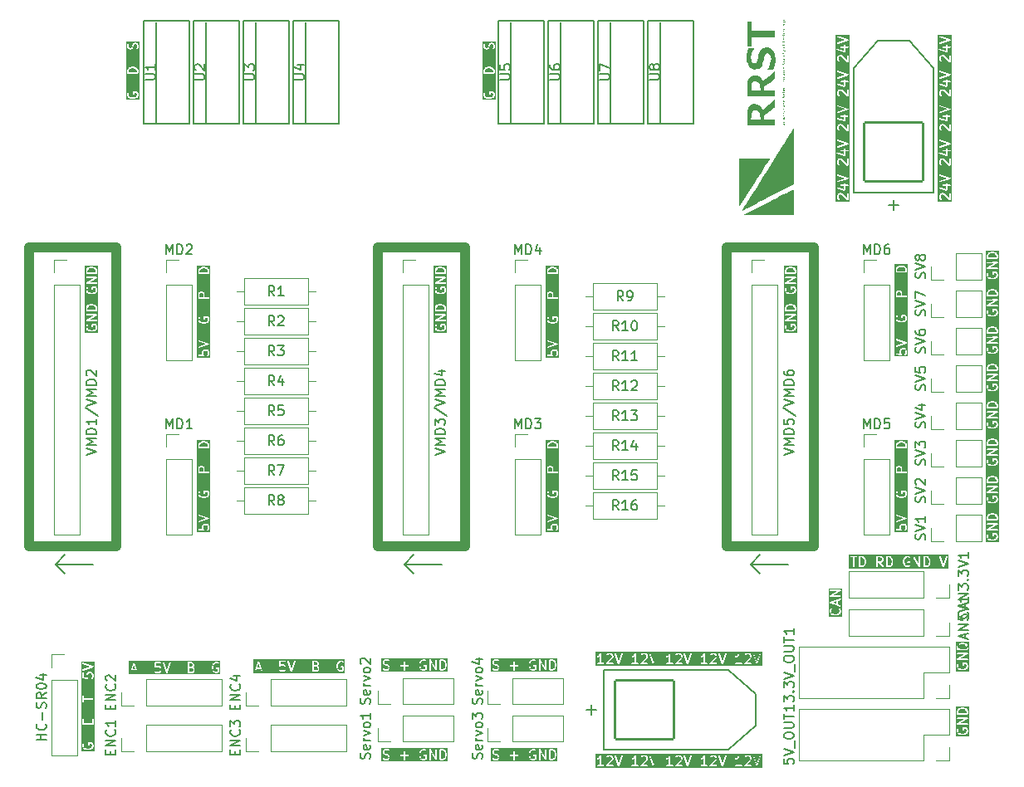
<source format=gto>
G04 #@! TF.GenerationSoftware,KiCad,Pcbnew,8.0.3*
G04 #@! TF.CreationDate,2025-03-10T19:13:12+09:00*
G04 #@! TF.ProjectId,F767ZI_MB_V1.3,46373637-5a49-45f4-9d42-5f56312e332e,rev?*
G04 #@! TF.SameCoordinates,Original*
G04 #@! TF.FileFunction,Legend,Top*
G04 #@! TF.FilePolarity,Positive*
%FSLAX46Y46*%
G04 Gerber Fmt 4.6, Leading zero omitted, Abs format (unit mm)*
G04 Created by KiCad (PCBNEW 8.0.3) date 2025-03-10 19:13:12*
%MOMM*%
%LPD*%
G01*
G04 APERTURE LIST*
G04 Aperture macros list*
%AMRoundRect*
0 Rectangle with rounded corners*
0 $1 Rounding radius*
0 $2 $3 $4 $5 $6 $7 $8 $9 X,Y pos of 4 corners*
0 Add a 4 corners polygon primitive as box body*
4,1,4,$2,$3,$4,$5,$6,$7,$8,$9,$2,$3,0*
0 Add four circle primitives for the rounded corners*
1,1,$1+$1,$2,$3*
1,1,$1+$1,$4,$5*
1,1,$1+$1,$6,$7*
1,1,$1+$1,$8,$9*
0 Add four rect primitives between the rounded corners*
20,1,$1+$1,$2,$3,$4,$5,0*
20,1,$1+$1,$4,$5,$6,$7,0*
20,1,$1+$1,$6,$7,$8,$9,0*
20,1,$1+$1,$8,$9,$2,$3,0*%
G04 Aperture macros list end*
%ADD10C,0.150000*%
%ADD11C,1.000000*%
%ADD12C,0.152400*%
%ADD13C,0.120000*%
%ADD14C,0.127000*%
%ADD15C,0.000000*%
%ADD16R,1.625600X1.625600*%
%ADD17C,1.625600*%
%ADD18R,1.700000X1.700000*%
%ADD19O,1.700000X1.700000*%
%ADD20C,1.600000*%
%ADD21O,1.600000X1.600000*%
%ADD22C,6.204000*%
%ADD23RoundRect,0.102000X-3.000000X-3.000000X3.000000X-3.000000X3.000000X3.000000X-3.000000X3.000000X0*%
%ADD24RoundRect,0.102000X3.000000X-3.000000X3.000000X3.000000X-3.000000X3.000000X-3.000000X-3.000000X0*%
G04 APERTURE END LIST*
D10*
G36*
X122026240Y-67966227D02*
G01*
X122106050Y-68004953D01*
X122181776Y-68079230D01*
X122220567Y-68192307D01*
X122221449Y-68346915D01*
X121370098Y-68348124D01*
X121369251Y-68199457D01*
X121406990Y-68082861D01*
X121479780Y-68008652D01*
X121554915Y-67969961D01*
X121728345Y-67925343D01*
X121853117Y-67924201D01*
X122026240Y-67966227D01*
G37*
G36*
X122481630Y-71179350D02*
G01*
X121109408Y-71179350D01*
X121109408Y-70517049D01*
X121220519Y-70517049D01*
X121221820Y-70659266D01*
X121221108Y-70669286D01*
X121221945Y-70672969D01*
X121221960Y-70674538D01*
X121222718Y-70676369D01*
X121224368Y-70683623D01*
X121269579Y-70815413D01*
X121269579Y-70817394D01*
X121273534Y-70826943D01*
X121277981Y-70839905D01*
X121279746Y-70841940D01*
X121280778Y-70844431D01*
X121290105Y-70855796D01*
X121385872Y-70949733D01*
X121392392Y-70957251D01*
X121395585Y-70959261D01*
X121396708Y-70960362D01*
X121398540Y-70961120D01*
X121404835Y-70965083D01*
X121496067Y-71009351D01*
X121501578Y-71013434D01*
X121512593Y-71017369D01*
X121513804Y-71017957D01*
X121514344Y-71017995D01*
X121515424Y-71018381D01*
X121701789Y-71063621D01*
X121709458Y-71066798D01*
X121718572Y-71067695D01*
X121720444Y-71068150D01*
X121721536Y-71067987D01*
X121724090Y-71068239D01*
X121862669Y-71066971D01*
X121870593Y-71068150D01*
X121879617Y-71066815D01*
X121881579Y-71066798D01*
X121882600Y-71066375D01*
X121885137Y-71066000D01*
X122069835Y-71018482D01*
X122077232Y-71017957D01*
X122088214Y-71013754D01*
X122089459Y-71013434D01*
X122089894Y-71013111D01*
X122090964Y-71012702D01*
X122185516Y-70964011D01*
X122194328Y-70960362D01*
X122197232Y-70957978D01*
X122198645Y-70957251D01*
X122199944Y-70955752D01*
X122205694Y-70951034D01*
X122292179Y-70862864D01*
X122293883Y-70862013D01*
X122300513Y-70854368D01*
X122310261Y-70844431D01*
X122311292Y-70841940D01*
X122313057Y-70839906D01*
X122319051Y-70826480D01*
X122365200Y-70683898D01*
X122369078Y-70674538D01*
X122369448Y-70670774D01*
X122369930Y-70669287D01*
X122369789Y-70667312D01*
X122370519Y-70659906D01*
X122369268Y-70564587D01*
X122369930Y-70555287D01*
X122369098Y-70551632D01*
X122369078Y-70550036D01*
X122368319Y-70548205D01*
X122366670Y-70540950D01*
X122321459Y-70409159D01*
X122321459Y-70407179D01*
X122317504Y-70397631D01*
X122313057Y-70384668D01*
X122311290Y-70382631D01*
X122310260Y-70380143D01*
X122300932Y-70368777D01*
X122241947Y-70311831D01*
X122226110Y-70305271D01*
X122214912Y-70300633D01*
X122200280Y-70299192D01*
X121852315Y-70300633D01*
X121825279Y-70311832D01*
X121804587Y-70332524D01*
X121793388Y-70359560D01*
X121791947Y-70374192D01*
X121793388Y-70579300D01*
X121804587Y-70606336D01*
X121825279Y-70627028D01*
X121852315Y-70638227D01*
X121881579Y-70638227D01*
X121908615Y-70627028D01*
X121929307Y-70606336D01*
X121940506Y-70579300D01*
X121941947Y-70564668D01*
X121941133Y-70448884D01*
X122168706Y-70447942D01*
X122181970Y-70460747D01*
X122220634Y-70573453D01*
X122221570Y-70644832D01*
X122184048Y-70760759D01*
X122111258Y-70834967D01*
X122036121Y-70873659D01*
X121862691Y-70918277D01*
X121737919Y-70919419D01*
X121564796Y-70877393D01*
X121484986Y-70838668D01*
X121409262Y-70764391D01*
X121370439Y-70651223D01*
X121369390Y-70536596D01*
X121415475Y-70441621D01*
X121417549Y-70412431D01*
X121408295Y-70384669D01*
X121389122Y-70362562D01*
X121362947Y-70349474D01*
X121333757Y-70347400D01*
X121305996Y-70356654D01*
X121283888Y-70375827D01*
X121276056Y-70388270D01*
X121234381Y-70474158D01*
X121233159Y-70475381D01*
X121229486Y-70484246D01*
X121223182Y-70497240D01*
X121222991Y-70499927D01*
X121221960Y-70502417D01*
X121220519Y-70517049D01*
X121109408Y-70517049D01*
X121109408Y-68183715D01*
X121220519Y-68183715D01*
X121221960Y-68436442D01*
X121233159Y-68463478D01*
X121253851Y-68484170D01*
X121280887Y-68495369D01*
X121295519Y-68496810D01*
X122310151Y-68495369D01*
X122337187Y-68484170D01*
X122357879Y-68463478D01*
X122369078Y-68436442D01*
X122370519Y-68421810D01*
X122369168Y-68185039D01*
X122369930Y-68174334D01*
X122369086Y-68170625D01*
X122369078Y-68169083D01*
X122368319Y-68167252D01*
X122366670Y-68159997D01*
X122321459Y-68028206D01*
X122321459Y-68026226D01*
X122317502Y-68016673D01*
X122313057Y-68003715D01*
X122311292Y-68001680D01*
X122310261Y-67999190D01*
X122300933Y-67987825D01*
X122205168Y-67893892D01*
X122198645Y-67886370D01*
X122195448Y-67884357D01*
X122194328Y-67883259D01*
X122192498Y-67882501D01*
X122186202Y-67878538D01*
X122094970Y-67834271D01*
X122089459Y-67830187D01*
X122078439Y-67826249D01*
X122077232Y-67825664D01*
X122076692Y-67825625D01*
X122075613Y-67825240D01*
X121889247Y-67779999D01*
X121881579Y-67776823D01*
X121872464Y-67775925D01*
X121870593Y-67775471D01*
X121869500Y-67775633D01*
X121866947Y-67775382D01*
X121728367Y-67776649D01*
X121720444Y-67775471D01*
X121711419Y-67776805D01*
X121709458Y-67776823D01*
X121708436Y-67777245D01*
X121705900Y-67777621D01*
X121521201Y-67825138D01*
X121513804Y-67825664D01*
X121502821Y-67829867D01*
X121501578Y-67830187D01*
X121501142Y-67830509D01*
X121500073Y-67830919D01*
X121405523Y-67879607D01*
X121396708Y-67883259D01*
X121393802Y-67885643D01*
X121392392Y-67886370D01*
X121391093Y-67887866D01*
X121385343Y-67892587D01*
X121298858Y-67980757D01*
X121297155Y-67981609D01*
X121290526Y-67989251D01*
X121280778Y-67999190D01*
X121279746Y-68001680D01*
X121277981Y-68003716D01*
X121271987Y-68017141D01*
X121225838Y-68159719D01*
X121221960Y-68169083D01*
X121221589Y-68172848D01*
X121221108Y-68174335D01*
X121221248Y-68176309D01*
X121220519Y-68183715D01*
X121109408Y-68183715D01*
X121109408Y-65517048D01*
X121220519Y-65517048D01*
X121221811Y-65743652D01*
X121221108Y-65745762D01*
X121221885Y-65756704D01*
X121221960Y-65769775D01*
X121222991Y-65772264D01*
X121223182Y-65774952D01*
X121228437Y-65788684D01*
X121277129Y-65883240D01*
X121280778Y-65892049D01*
X121283160Y-65894951D01*
X121283888Y-65896365D01*
X121285386Y-65897664D01*
X121290105Y-65903414D01*
X121339140Y-65950755D01*
X121344773Y-65957250D01*
X121347918Y-65959229D01*
X121349089Y-65960360D01*
X121350916Y-65961117D01*
X121357216Y-65965082D01*
X121443105Y-66006757D01*
X121444327Y-66007979D01*
X121453186Y-66011648D01*
X121466185Y-66017956D01*
X121468874Y-66018147D01*
X121471363Y-66019178D01*
X121485995Y-66020619D01*
X121570301Y-66019513D01*
X121571852Y-66020030D01*
X121581121Y-66019371D01*
X121595865Y-66019178D01*
X121598354Y-66018146D01*
X121601042Y-66017956D01*
X121614774Y-66012701D01*
X121709330Y-65964008D01*
X121718139Y-65960360D01*
X121721041Y-65957977D01*
X121722455Y-65957250D01*
X121723754Y-65955751D01*
X121729504Y-65951033D01*
X121776845Y-65901997D01*
X121783340Y-65896365D01*
X121785319Y-65893219D01*
X121786450Y-65892049D01*
X121787207Y-65890221D01*
X121791172Y-65883922D01*
X121835440Y-65792689D01*
X121839523Y-65787179D01*
X121843458Y-65776163D01*
X121844046Y-65774953D01*
X121844084Y-65774412D01*
X121844470Y-65773333D01*
X121887554Y-65595849D01*
X121926380Y-65515832D01*
X121956624Y-65484505D01*
X122025605Y-65448983D01*
X122085766Y-65448194D01*
X122153876Y-65481243D01*
X122185204Y-65511488D01*
X122220607Y-65580238D01*
X122221786Y-65787019D01*
X122173489Y-65936239D01*
X122175564Y-65965429D01*
X122188650Y-65991602D01*
X122210757Y-66010776D01*
X122238520Y-66020030D01*
X122267710Y-66017955D01*
X122293883Y-66004869D01*
X122313057Y-65982762D01*
X122319051Y-65969336D01*
X122365200Y-65826754D01*
X122369078Y-65817394D01*
X122369448Y-65813630D01*
X122369930Y-65812143D01*
X122369789Y-65810168D01*
X122370519Y-65802762D01*
X122369226Y-65576156D01*
X122369930Y-65574047D01*
X122369152Y-65563104D01*
X122369078Y-65550035D01*
X122368047Y-65547546D01*
X122367856Y-65544857D01*
X122362601Y-65531126D01*
X122313909Y-65436571D01*
X122310260Y-65427761D01*
X122307877Y-65424858D01*
X122307150Y-65423445D01*
X122305650Y-65422144D01*
X122300932Y-65416395D01*
X122251895Y-65369053D01*
X122246264Y-65362560D01*
X122243118Y-65360580D01*
X122241947Y-65359449D01*
X122240117Y-65358691D01*
X122233821Y-65354728D01*
X122147932Y-65313053D01*
X122146710Y-65311831D01*
X122137844Y-65308158D01*
X122124851Y-65301854D01*
X122122163Y-65301663D01*
X122119674Y-65300632D01*
X122105042Y-65299191D01*
X122020734Y-65300296D01*
X122019184Y-65299780D01*
X122009913Y-65300438D01*
X121995172Y-65300632D01*
X121992683Y-65301662D01*
X121989994Y-65301854D01*
X121976263Y-65307109D01*
X121881708Y-65355800D01*
X121872898Y-65359450D01*
X121869995Y-65361832D01*
X121868582Y-65362560D01*
X121867282Y-65364058D01*
X121861533Y-65368777D01*
X121814191Y-65417812D01*
X121807697Y-65423445D01*
X121805717Y-65426590D01*
X121804587Y-65427761D01*
X121803829Y-65429588D01*
X121799865Y-65435888D01*
X121755598Y-65527119D01*
X121751514Y-65532631D01*
X121747576Y-65543650D01*
X121746991Y-65544858D01*
X121746952Y-65545397D01*
X121746567Y-65546477D01*
X121703482Y-65723960D01*
X121664657Y-65803976D01*
X121634412Y-65835304D01*
X121565431Y-65870826D01*
X121505270Y-65871615D01*
X121437161Y-65838567D01*
X121405833Y-65808322D01*
X121370430Y-65739571D01*
X121369251Y-65532790D01*
X121417549Y-65383572D01*
X121415474Y-65354382D01*
X121402388Y-65328208D01*
X121380280Y-65309034D01*
X121352518Y-65299780D01*
X121323328Y-65301855D01*
X121297155Y-65314942D01*
X121277981Y-65337049D01*
X121271987Y-65350474D01*
X121225838Y-65493052D01*
X121221960Y-65502416D01*
X121221589Y-65506181D01*
X121221108Y-65507668D01*
X121221248Y-65509642D01*
X121220519Y-65517048D01*
X121109408Y-65517048D01*
X121109408Y-65188080D01*
X122481630Y-65188080D01*
X122481630Y-71179350D01*
G37*
G36*
X85704240Y-67966227D02*
G01*
X85784050Y-68004953D01*
X85859776Y-68079230D01*
X85898567Y-68192307D01*
X85899449Y-68346915D01*
X85048098Y-68348124D01*
X85047251Y-68199457D01*
X85084990Y-68082861D01*
X85157780Y-68008652D01*
X85232915Y-67969961D01*
X85406345Y-67925343D01*
X85531117Y-67924201D01*
X85704240Y-67966227D01*
G37*
G36*
X86159630Y-71179350D02*
G01*
X84787408Y-71179350D01*
X84787408Y-70517049D01*
X84898519Y-70517049D01*
X84899820Y-70659266D01*
X84899108Y-70669286D01*
X84899945Y-70672969D01*
X84899960Y-70674538D01*
X84900718Y-70676369D01*
X84902368Y-70683623D01*
X84947579Y-70815413D01*
X84947579Y-70817394D01*
X84951534Y-70826943D01*
X84955981Y-70839905D01*
X84957746Y-70841940D01*
X84958778Y-70844431D01*
X84968105Y-70855796D01*
X85063872Y-70949733D01*
X85070392Y-70957251D01*
X85073585Y-70959261D01*
X85074708Y-70960362D01*
X85076540Y-70961120D01*
X85082835Y-70965083D01*
X85174067Y-71009351D01*
X85179578Y-71013434D01*
X85190593Y-71017369D01*
X85191804Y-71017957D01*
X85192344Y-71017995D01*
X85193424Y-71018381D01*
X85379789Y-71063621D01*
X85387458Y-71066798D01*
X85396572Y-71067695D01*
X85398444Y-71068150D01*
X85399536Y-71067987D01*
X85402090Y-71068239D01*
X85540669Y-71066971D01*
X85548593Y-71068150D01*
X85557617Y-71066815D01*
X85559579Y-71066798D01*
X85560600Y-71066375D01*
X85563137Y-71066000D01*
X85747835Y-71018482D01*
X85755232Y-71017957D01*
X85766214Y-71013754D01*
X85767459Y-71013434D01*
X85767894Y-71013111D01*
X85768964Y-71012702D01*
X85863516Y-70964011D01*
X85872328Y-70960362D01*
X85875232Y-70957978D01*
X85876645Y-70957251D01*
X85877944Y-70955752D01*
X85883694Y-70951034D01*
X85970179Y-70862864D01*
X85971883Y-70862013D01*
X85978513Y-70854368D01*
X85988261Y-70844431D01*
X85989292Y-70841940D01*
X85991057Y-70839906D01*
X85997051Y-70826480D01*
X86043200Y-70683898D01*
X86047078Y-70674538D01*
X86047448Y-70670774D01*
X86047930Y-70669287D01*
X86047789Y-70667312D01*
X86048519Y-70659906D01*
X86047268Y-70564587D01*
X86047930Y-70555287D01*
X86047098Y-70551632D01*
X86047078Y-70550036D01*
X86046319Y-70548205D01*
X86044670Y-70540950D01*
X85999459Y-70409159D01*
X85999459Y-70407179D01*
X85995504Y-70397631D01*
X85991057Y-70384668D01*
X85989290Y-70382631D01*
X85988260Y-70380143D01*
X85978932Y-70368777D01*
X85919947Y-70311831D01*
X85904110Y-70305271D01*
X85892912Y-70300633D01*
X85878280Y-70299192D01*
X85530315Y-70300633D01*
X85503279Y-70311832D01*
X85482587Y-70332524D01*
X85471388Y-70359560D01*
X85469947Y-70374192D01*
X85471388Y-70579300D01*
X85482587Y-70606336D01*
X85503279Y-70627028D01*
X85530315Y-70638227D01*
X85559579Y-70638227D01*
X85586615Y-70627028D01*
X85607307Y-70606336D01*
X85618506Y-70579300D01*
X85619947Y-70564668D01*
X85619133Y-70448884D01*
X85846706Y-70447942D01*
X85859970Y-70460747D01*
X85898634Y-70573453D01*
X85899570Y-70644832D01*
X85862048Y-70760759D01*
X85789258Y-70834967D01*
X85714121Y-70873659D01*
X85540691Y-70918277D01*
X85415919Y-70919419D01*
X85242796Y-70877393D01*
X85162986Y-70838668D01*
X85087262Y-70764391D01*
X85048439Y-70651223D01*
X85047390Y-70536596D01*
X85093475Y-70441621D01*
X85095549Y-70412431D01*
X85086295Y-70384669D01*
X85067122Y-70362562D01*
X85040947Y-70349474D01*
X85011757Y-70347400D01*
X84983996Y-70356654D01*
X84961888Y-70375827D01*
X84954056Y-70388270D01*
X84912381Y-70474158D01*
X84911159Y-70475381D01*
X84907486Y-70484246D01*
X84901182Y-70497240D01*
X84900991Y-70499927D01*
X84899960Y-70502417D01*
X84898519Y-70517049D01*
X84787408Y-70517049D01*
X84787408Y-68183715D01*
X84898519Y-68183715D01*
X84899960Y-68436442D01*
X84911159Y-68463478D01*
X84931851Y-68484170D01*
X84958887Y-68495369D01*
X84973519Y-68496810D01*
X85988151Y-68495369D01*
X86015187Y-68484170D01*
X86035879Y-68463478D01*
X86047078Y-68436442D01*
X86048519Y-68421810D01*
X86047168Y-68185039D01*
X86047930Y-68174334D01*
X86047086Y-68170625D01*
X86047078Y-68169083D01*
X86046319Y-68167252D01*
X86044670Y-68159997D01*
X85999459Y-68028206D01*
X85999459Y-68026226D01*
X85995502Y-68016673D01*
X85991057Y-68003715D01*
X85989292Y-68001680D01*
X85988261Y-67999190D01*
X85978933Y-67987825D01*
X85883168Y-67893892D01*
X85876645Y-67886370D01*
X85873448Y-67884357D01*
X85872328Y-67883259D01*
X85870498Y-67882501D01*
X85864202Y-67878538D01*
X85772970Y-67834271D01*
X85767459Y-67830187D01*
X85756439Y-67826249D01*
X85755232Y-67825664D01*
X85754692Y-67825625D01*
X85753613Y-67825240D01*
X85567247Y-67779999D01*
X85559579Y-67776823D01*
X85550464Y-67775925D01*
X85548593Y-67775471D01*
X85547500Y-67775633D01*
X85544947Y-67775382D01*
X85406367Y-67776649D01*
X85398444Y-67775471D01*
X85389419Y-67776805D01*
X85387458Y-67776823D01*
X85386436Y-67777245D01*
X85383900Y-67777621D01*
X85199201Y-67825138D01*
X85191804Y-67825664D01*
X85180821Y-67829867D01*
X85179578Y-67830187D01*
X85179142Y-67830509D01*
X85178073Y-67830919D01*
X85083523Y-67879607D01*
X85074708Y-67883259D01*
X85071802Y-67885643D01*
X85070392Y-67886370D01*
X85069093Y-67887866D01*
X85063343Y-67892587D01*
X84976858Y-67980757D01*
X84975155Y-67981609D01*
X84968526Y-67989251D01*
X84958778Y-67999190D01*
X84957746Y-68001680D01*
X84955981Y-68003716D01*
X84949987Y-68017141D01*
X84903838Y-68159719D01*
X84899960Y-68169083D01*
X84899589Y-68172848D01*
X84899108Y-68174335D01*
X84899248Y-68176309D01*
X84898519Y-68183715D01*
X84787408Y-68183715D01*
X84787408Y-65517048D01*
X84898519Y-65517048D01*
X84899811Y-65743652D01*
X84899108Y-65745762D01*
X84899885Y-65756704D01*
X84899960Y-65769775D01*
X84900991Y-65772264D01*
X84901182Y-65774952D01*
X84906437Y-65788684D01*
X84955129Y-65883240D01*
X84958778Y-65892049D01*
X84961160Y-65894951D01*
X84961888Y-65896365D01*
X84963386Y-65897664D01*
X84968105Y-65903414D01*
X85017140Y-65950755D01*
X85022773Y-65957250D01*
X85025918Y-65959229D01*
X85027089Y-65960360D01*
X85028916Y-65961117D01*
X85035216Y-65965082D01*
X85121105Y-66006757D01*
X85122327Y-66007979D01*
X85131186Y-66011648D01*
X85144185Y-66017956D01*
X85146874Y-66018147D01*
X85149363Y-66019178D01*
X85163995Y-66020619D01*
X85248301Y-66019513D01*
X85249852Y-66020030D01*
X85259121Y-66019371D01*
X85273865Y-66019178D01*
X85276354Y-66018146D01*
X85279042Y-66017956D01*
X85292774Y-66012701D01*
X85387330Y-65964008D01*
X85396139Y-65960360D01*
X85399041Y-65957977D01*
X85400455Y-65957250D01*
X85401754Y-65955751D01*
X85407504Y-65951033D01*
X85454845Y-65901997D01*
X85461340Y-65896365D01*
X85463319Y-65893219D01*
X85464450Y-65892049D01*
X85465207Y-65890221D01*
X85469172Y-65883922D01*
X85513440Y-65792689D01*
X85517523Y-65787179D01*
X85521458Y-65776163D01*
X85522046Y-65774953D01*
X85522084Y-65774412D01*
X85522470Y-65773333D01*
X85565554Y-65595849D01*
X85604380Y-65515832D01*
X85634624Y-65484505D01*
X85703605Y-65448983D01*
X85763766Y-65448194D01*
X85831876Y-65481243D01*
X85863204Y-65511488D01*
X85898607Y-65580238D01*
X85899786Y-65787019D01*
X85851489Y-65936239D01*
X85853564Y-65965429D01*
X85866650Y-65991602D01*
X85888757Y-66010776D01*
X85916520Y-66020030D01*
X85945710Y-66017955D01*
X85971883Y-66004869D01*
X85991057Y-65982762D01*
X85997051Y-65969336D01*
X86043200Y-65826754D01*
X86047078Y-65817394D01*
X86047448Y-65813630D01*
X86047930Y-65812143D01*
X86047789Y-65810168D01*
X86048519Y-65802762D01*
X86047226Y-65576156D01*
X86047930Y-65574047D01*
X86047152Y-65563104D01*
X86047078Y-65550035D01*
X86046047Y-65547546D01*
X86045856Y-65544857D01*
X86040601Y-65531126D01*
X85991909Y-65436571D01*
X85988260Y-65427761D01*
X85985877Y-65424858D01*
X85985150Y-65423445D01*
X85983650Y-65422144D01*
X85978932Y-65416395D01*
X85929895Y-65369053D01*
X85924264Y-65362560D01*
X85921118Y-65360580D01*
X85919947Y-65359449D01*
X85918117Y-65358691D01*
X85911821Y-65354728D01*
X85825932Y-65313053D01*
X85824710Y-65311831D01*
X85815844Y-65308158D01*
X85802851Y-65301854D01*
X85800163Y-65301663D01*
X85797674Y-65300632D01*
X85783042Y-65299191D01*
X85698734Y-65300296D01*
X85697184Y-65299780D01*
X85687913Y-65300438D01*
X85673172Y-65300632D01*
X85670683Y-65301662D01*
X85667994Y-65301854D01*
X85654263Y-65307109D01*
X85559708Y-65355800D01*
X85550898Y-65359450D01*
X85547995Y-65361832D01*
X85546582Y-65362560D01*
X85545282Y-65364058D01*
X85539533Y-65368777D01*
X85492191Y-65417812D01*
X85485697Y-65423445D01*
X85483717Y-65426590D01*
X85482587Y-65427761D01*
X85481829Y-65429588D01*
X85477865Y-65435888D01*
X85433598Y-65527119D01*
X85429514Y-65532631D01*
X85425576Y-65543650D01*
X85424991Y-65544858D01*
X85424952Y-65545397D01*
X85424567Y-65546477D01*
X85381482Y-65723960D01*
X85342657Y-65803976D01*
X85312412Y-65835304D01*
X85243431Y-65870826D01*
X85183270Y-65871615D01*
X85115161Y-65838567D01*
X85083833Y-65808322D01*
X85048430Y-65739571D01*
X85047251Y-65532790D01*
X85095549Y-65383572D01*
X85093474Y-65354382D01*
X85080388Y-65328208D01*
X85058280Y-65309034D01*
X85030518Y-65299780D01*
X85001328Y-65301855D01*
X84975155Y-65314942D01*
X84955981Y-65337049D01*
X84949987Y-65350474D01*
X84903838Y-65493052D01*
X84899960Y-65502416D01*
X84899589Y-65506181D01*
X84899108Y-65507668D01*
X84899248Y-65509642D01*
X84898519Y-65517048D01*
X84787408Y-65517048D01*
X84787408Y-65188080D01*
X86159630Y-65188080D01*
X86159630Y-71179350D01*
G37*
D11*
X74930000Y-86243000D02*
X83820000Y-86243000D01*
X83820000Y-116723000D01*
X74930000Y-116723000D01*
X74930000Y-86243000D01*
X110490000Y-86243000D02*
X119380000Y-86243000D01*
X119380000Y-116723000D01*
X110490000Y-116723000D01*
X110490000Y-86243000D01*
X146050000Y-86243000D02*
X154940000Y-86243000D01*
X154940000Y-116723000D01*
X146050000Y-116723000D01*
X146050000Y-86243000D01*
D10*
G36*
X91575518Y-129144566D02*
G01*
X91602179Y-129170305D01*
X91637637Y-129239162D01*
X91638622Y-129346794D01*
X91605442Y-129415175D01*
X91575196Y-129446504D01*
X91506509Y-129481875D01*
X91215961Y-129482933D01*
X91215428Y-129107701D01*
X91458512Y-129106694D01*
X91575518Y-129144566D01*
G37*
G36*
X91523233Y-128663871D02*
G01*
X91554560Y-128694115D01*
X91590082Y-128763096D01*
X91590871Y-128823257D01*
X91557823Y-128891366D01*
X91527578Y-128922694D01*
X91458875Y-128958073D01*
X91215217Y-128959082D01*
X91214751Y-128631513D01*
X91454501Y-128630520D01*
X91523233Y-128663871D01*
G37*
G36*
X85752317Y-129196406D02*
G01*
X85482277Y-129197199D01*
X85616822Y-128791742D01*
X85752317Y-129196406D01*
G37*
G36*
X94422415Y-129742930D02*
G01*
X85098400Y-129742930D01*
X85098400Y-129547439D01*
X85209511Y-129547439D01*
X85211586Y-129576629D01*
X85224672Y-129602802D01*
X85246779Y-129621976D01*
X85274542Y-129631230D01*
X85303732Y-129629155D01*
X85329905Y-129616069D01*
X85349079Y-129593962D01*
X85355073Y-129580536D01*
X85432918Y-129345946D01*
X85802024Y-129344862D01*
X85885431Y-129593961D01*
X85904605Y-129616068D01*
X85930778Y-129629155D01*
X85959968Y-129631230D01*
X85987730Y-129621976D01*
X86009838Y-129602802D01*
X86022924Y-129576628D01*
X86024999Y-129547438D01*
X86021739Y-129533102D01*
X85856716Y-129040249D01*
X87685463Y-129040249D01*
X87686554Y-129043864D01*
X87686554Y-129047640D01*
X87690748Y-129057765D01*
X87693916Y-129068265D01*
X87696307Y-129071188D01*
X87697753Y-129074677D01*
X87705506Y-129082430D01*
X87712447Y-129090913D01*
X87715773Y-129092697D01*
X87718445Y-129095369D01*
X87728572Y-129099564D01*
X87738234Y-129104747D01*
X87741993Y-129105122D01*
X87745482Y-129106568D01*
X87756443Y-129106568D01*
X87767353Y-129107659D01*
X87770969Y-129106568D01*
X87774744Y-129106568D01*
X87784869Y-129102373D01*
X87795369Y-129099206D01*
X87798292Y-129096814D01*
X87801781Y-129095369D01*
X87813146Y-129086042D01*
X87849790Y-129048085D01*
X87918541Y-129012682D01*
X88121277Y-129011526D01*
X88189899Y-129044823D01*
X88221226Y-129075067D01*
X88256629Y-129143818D01*
X88257785Y-129346554D01*
X88224489Y-129415175D01*
X88194243Y-129446504D01*
X88125493Y-129481907D01*
X87922757Y-129483063D01*
X87854136Y-129449767D01*
X87801781Y-129399220D01*
X87774745Y-129388021D01*
X87745482Y-129388021D01*
X87718446Y-129399219D01*
X87697753Y-129419912D01*
X87686554Y-129446948D01*
X87686554Y-129476211D01*
X87697752Y-129503247D01*
X87707079Y-129514612D01*
X87756114Y-129561953D01*
X87761748Y-129568450D01*
X87764893Y-129570429D01*
X87766064Y-129571560D01*
X87767891Y-129572317D01*
X87774191Y-129576282D01*
X87860080Y-129617957D01*
X87861302Y-129619179D01*
X87870161Y-129622848D01*
X87883160Y-129629156D01*
X87885849Y-129629347D01*
X87888338Y-129630378D01*
X87902970Y-129631819D01*
X88129574Y-129630526D01*
X88131684Y-129631230D01*
X88142626Y-129630452D01*
X88155697Y-129630378D01*
X88158186Y-129629346D01*
X88160874Y-129629156D01*
X88174606Y-129623901D01*
X88269160Y-129575209D01*
X88277971Y-129571560D01*
X88280873Y-129569177D01*
X88282287Y-129568450D01*
X88283587Y-129566950D01*
X88289337Y-129562232D01*
X88336678Y-129513195D01*
X88343172Y-129507564D01*
X88345151Y-129504418D01*
X88346283Y-129503247D01*
X88347040Y-129501417D01*
X88351004Y-129495121D01*
X88392679Y-129409231D01*
X88393901Y-129408010D01*
X88397570Y-129399150D01*
X88403878Y-129386152D01*
X88404069Y-129383462D01*
X88405100Y-129380974D01*
X88406541Y-129366342D01*
X88405248Y-129139736D01*
X88405952Y-129137627D01*
X88405174Y-129126684D01*
X88405100Y-129113615D01*
X88404069Y-129111126D01*
X88403878Y-129108437D01*
X88398623Y-129094706D01*
X88349931Y-129000151D01*
X88346282Y-128991341D01*
X88343899Y-128988438D01*
X88343172Y-128987025D01*
X88341673Y-128985725D01*
X88336955Y-128979976D01*
X88287919Y-128932634D01*
X88282287Y-128926140D01*
X88279141Y-128924160D01*
X88277971Y-128923030D01*
X88276143Y-128922272D01*
X88269844Y-128918308D01*
X88183955Y-128876633D01*
X88182733Y-128875411D01*
X88173867Y-128871738D01*
X88160874Y-128865434D01*
X88158186Y-128865243D01*
X88155697Y-128864212D01*
X88141065Y-128862771D01*
X87914459Y-128864063D01*
X87912350Y-128863360D01*
X87901407Y-128864137D01*
X87888338Y-128864212D01*
X87885849Y-128865242D01*
X87883160Y-128865434D01*
X87869429Y-128870689D01*
X87850260Y-128880559D01*
X87874419Y-128631623D01*
X88298554Y-128630378D01*
X88325590Y-128619179D01*
X88346282Y-128598487D01*
X88357481Y-128571451D01*
X88357481Y-128566199D01*
X88542845Y-128566199D01*
X88546105Y-128580536D01*
X88877882Y-129571413D01*
X88878253Y-129576629D01*
X88882417Y-129584959D01*
X88885432Y-129593961D01*
X88888942Y-129598008D01*
X88891339Y-129602802D01*
X88898447Y-129608967D01*
X88904606Y-129616068D01*
X88909395Y-129618462D01*
X88913446Y-129621976D01*
X88922371Y-129624950D01*
X88930779Y-129629155D01*
X88936123Y-129629534D01*
X88941209Y-129631230D01*
X88950589Y-129630563D01*
X88959969Y-129631230D01*
X88965054Y-129629534D01*
X88970399Y-129629155D01*
X88978809Y-129624949D01*
X88987731Y-129621976D01*
X88991778Y-129618465D01*
X88996572Y-129616069D01*
X89002735Y-129608963D01*
X89009839Y-129602802D01*
X89012234Y-129598010D01*
X89015746Y-129593962D01*
X89021740Y-129580536D01*
X89358333Y-128566200D01*
X89357666Y-128556819D01*
X91066066Y-128556819D01*
X91067507Y-129571451D01*
X91078706Y-129598487D01*
X91099398Y-129619179D01*
X91126434Y-129630378D01*
X91141066Y-129631819D01*
X91510368Y-129630473D01*
X91512637Y-129631230D01*
X91523978Y-129630424D01*
X91536650Y-129630378D01*
X91539139Y-129629346D01*
X91541827Y-129629156D01*
X91555559Y-129623901D01*
X91650113Y-129575209D01*
X91658924Y-129571560D01*
X91661826Y-129569177D01*
X91663240Y-129568450D01*
X91664540Y-129566950D01*
X91670290Y-129562232D01*
X91717631Y-129513195D01*
X91724125Y-129507564D01*
X91726104Y-129504418D01*
X91727236Y-129503247D01*
X91727993Y-129501417D01*
X91731957Y-129495121D01*
X91773632Y-129409231D01*
X91774854Y-129408010D01*
X91778523Y-129399150D01*
X91784831Y-129386152D01*
X91785022Y-129383462D01*
X91786053Y-129380974D01*
X91787494Y-129366342D01*
X91786289Y-129234711D01*
X91786905Y-129232865D01*
X91786179Y-129222650D01*
X91786053Y-129208853D01*
X91785022Y-129206364D01*
X91784831Y-129203675D01*
X91779576Y-129189944D01*
X91730884Y-129095389D01*
X91727235Y-129086579D01*
X91724852Y-129083676D01*
X91724125Y-129082263D01*
X91722626Y-129080963D01*
X91717908Y-129075214D01*
X91677081Y-129035798D01*
X91676505Y-129034645D01*
X91670425Y-129029371D01*
X91658924Y-129018268D01*
X91656433Y-129017236D01*
X91654398Y-129015471D01*
X91647711Y-129012485D01*
X91670011Y-128989387D01*
X91674620Y-128985390D01*
X93542257Y-128985390D01*
X93543524Y-129123969D01*
X93542346Y-129131893D01*
X93543680Y-129140917D01*
X93543698Y-129142879D01*
X93544120Y-129143900D01*
X93544496Y-129146437D01*
X93592013Y-129331135D01*
X93592539Y-129338532D01*
X93596741Y-129349514D01*
X93597062Y-129350759D01*
X93597384Y-129351194D01*
X93597794Y-129352264D01*
X93646484Y-129446816D01*
X93650134Y-129455628D01*
X93652517Y-129458532D01*
X93653245Y-129459945D01*
X93654743Y-129461244D01*
X93659462Y-129466994D01*
X93747631Y-129553479D01*
X93748483Y-129555183D01*
X93756127Y-129561813D01*
X93766065Y-129571561D01*
X93768555Y-129572592D01*
X93770590Y-129574357D01*
X93784016Y-129580351D01*
X93926597Y-129626500D01*
X93935958Y-129630378D01*
X93939721Y-129630748D01*
X93941209Y-129631230D01*
X93943183Y-129631089D01*
X93950590Y-129631819D01*
X94045907Y-129630568D01*
X94055208Y-129631230D01*
X94058862Y-129630398D01*
X94060460Y-129630378D01*
X94062291Y-129629619D01*
X94069545Y-129627970D01*
X94201335Y-129582759D01*
X94203317Y-129582759D01*
X94212869Y-129578802D01*
X94225827Y-129574357D01*
X94227862Y-129572591D01*
X94230353Y-129571560D01*
X94241719Y-129562232D01*
X94298665Y-129503247D01*
X94305946Y-129485668D01*
X94309863Y-129476212D01*
X94311304Y-129461580D01*
X94309863Y-129113615D01*
X94298664Y-129086579D01*
X94277972Y-129065887D01*
X94250936Y-129054688D01*
X94236304Y-129053247D01*
X94031196Y-129054688D01*
X94004160Y-129065887D01*
X93983468Y-129086579D01*
X93972269Y-129113615D01*
X93972269Y-129142879D01*
X93983468Y-129169915D01*
X94004160Y-129190607D01*
X94031196Y-129201806D01*
X94045828Y-129203247D01*
X94161611Y-129202433D01*
X94162553Y-129430006D01*
X94149748Y-129443269D01*
X94037041Y-129481934D01*
X93965663Y-129482870D01*
X93849736Y-129445348D01*
X93775528Y-129372558D01*
X93736836Y-129297421D01*
X93692218Y-129123991D01*
X93691076Y-128999219D01*
X93733102Y-128826096D01*
X93771827Y-128746286D01*
X93846106Y-128670561D01*
X93959271Y-128631739D01*
X94073899Y-128630690D01*
X94168875Y-128676775D01*
X94198065Y-128678849D01*
X94225827Y-128669595D01*
X94247934Y-128650422D01*
X94261022Y-128624247D01*
X94263096Y-128595057D01*
X94253842Y-128567296D01*
X94234669Y-128545188D01*
X94222226Y-128537356D01*
X94136337Y-128495681D01*
X94135115Y-128494459D01*
X94126249Y-128490786D01*
X94113256Y-128484482D01*
X94110568Y-128484291D01*
X94108079Y-128483260D01*
X94093447Y-128481819D01*
X93951228Y-128483120D01*
X93941209Y-128482408D01*
X93937525Y-128483245D01*
X93935958Y-128483260D01*
X93934127Y-128484018D01*
X93926872Y-128485668D01*
X93795082Y-128530879D01*
X93793102Y-128530879D01*
X93783552Y-128534834D01*
X93770590Y-128539281D01*
X93768555Y-128541045D01*
X93766065Y-128542077D01*
X93754700Y-128551405D01*
X93660768Y-128647167D01*
X93653245Y-128653692D01*
X93651232Y-128656888D01*
X93650135Y-128658008D01*
X93649377Y-128659835D01*
X93645413Y-128666135D01*
X93601146Y-128757366D01*
X93597062Y-128762878D01*
X93593124Y-128773897D01*
X93592539Y-128775105D01*
X93592500Y-128775644D01*
X93592115Y-128776724D01*
X93546874Y-128963089D01*
X93543698Y-128970758D01*
X93542800Y-128979872D01*
X93542346Y-128981744D01*
X93542508Y-128982836D01*
X93542257Y-128985390D01*
X91674620Y-128985390D01*
X91676506Y-128983755D01*
X91678485Y-128980609D01*
X91679616Y-128979439D01*
X91680373Y-128977611D01*
X91684338Y-128971312D01*
X91726013Y-128885422D01*
X91727235Y-128884201D01*
X91730904Y-128875341D01*
X91737212Y-128862343D01*
X91737403Y-128859653D01*
X91738434Y-128857165D01*
X91739875Y-128842533D01*
X91738769Y-128758225D01*
X91739286Y-128756675D01*
X91738627Y-128747404D01*
X91738434Y-128732663D01*
X91737403Y-128730174D01*
X91737212Y-128727485D01*
X91731957Y-128713754D01*
X91683265Y-128619199D01*
X91679616Y-128610389D01*
X91677233Y-128607486D01*
X91676506Y-128606073D01*
X91675007Y-128604773D01*
X91670289Y-128599024D01*
X91621253Y-128551682D01*
X91615621Y-128545188D01*
X91612475Y-128543208D01*
X91611305Y-128542078D01*
X91609477Y-128541320D01*
X91603178Y-128537356D01*
X91517289Y-128495681D01*
X91516067Y-128494459D01*
X91507201Y-128490786D01*
X91494208Y-128484482D01*
X91491520Y-128484291D01*
X91489031Y-128483260D01*
X91474399Y-128481819D01*
X91126434Y-128483260D01*
X91099398Y-128494459D01*
X91078706Y-128515151D01*
X91067507Y-128542187D01*
X91066066Y-128556819D01*
X89357666Y-128556819D01*
X89356258Y-128537010D01*
X89343172Y-128510836D01*
X89321064Y-128491662D01*
X89293302Y-128482408D01*
X89264112Y-128484483D01*
X89237939Y-128497570D01*
X89218765Y-128519677D01*
X89212771Y-128533102D01*
X88951021Y-129321895D01*
X88682413Y-128519676D01*
X88663239Y-128497569D01*
X88637066Y-128484483D01*
X88607876Y-128482408D01*
X88580113Y-128491662D01*
X88558006Y-128510836D01*
X88544920Y-128537009D01*
X88542845Y-128566199D01*
X88357481Y-128566199D01*
X88357481Y-128542187D01*
X88346282Y-128515151D01*
X88325590Y-128494459D01*
X88298554Y-128483260D01*
X88283922Y-128481819D01*
X87810879Y-128483207D01*
X87800492Y-128482169D01*
X87796913Y-128483248D01*
X87793100Y-128483260D01*
X87782973Y-128487454D01*
X87772476Y-128490622D01*
X87769552Y-128493013D01*
X87766064Y-128494459D01*
X87758310Y-128502212D01*
X87749828Y-128509153D01*
X87748043Y-128512479D01*
X87745372Y-128515151D01*
X87741176Y-128525280D01*
X87735994Y-128534940D01*
X87734886Y-128540464D01*
X87734173Y-128542187D01*
X87734173Y-128544023D01*
X87733104Y-128549356D01*
X87687901Y-129015125D01*
X87686554Y-129018378D01*
X87686554Y-129029007D01*
X87685463Y-129040249D01*
X85856716Y-129040249D01*
X85689961Y-128542223D01*
X85689591Y-128537010D01*
X85685427Y-128528683D01*
X85682412Y-128519676D01*
X85678900Y-128515627D01*
X85676505Y-128510836D01*
X85669401Y-128504674D01*
X85663238Y-128497569D01*
X85658444Y-128495172D01*
X85654397Y-128491662D01*
X85645475Y-128488688D01*
X85637065Y-128484483D01*
X85631720Y-128484103D01*
X85626635Y-128482408D01*
X85617255Y-128483074D01*
X85607875Y-128482408D01*
X85602789Y-128484103D01*
X85597445Y-128484483D01*
X85589037Y-128488687D01*
X85580112Y-128491662D01*
X85576061Y-128495175D01*
X85571272Y-128497570D01*
X85565113Y-128504670D01*
X85558005Y-128510836D01*
X85555608Y-128515629D01*
X85552098Y-128519677D01*
X85546104Y-128533102D01*
X85307929Y-129250850D01*
X85305601Y-129256472D01*
X85305601Y-129257867D01*
X85209511Y-129547439D01*
X85098400Y-129547439D01*
X85098400Y-128370708D01*
X94422415Y-128370708D01*
X94422415Y-129742930D01*
G37*
G36*
X117181632Y-137548290D02*
G01*
X117255841Y-137621080D01*
X117294532Y-137696215D01*
X117339150Y-137869645D01*
X117340292Y-137994417D01*
X117298266Y-138167540D01*
X117259541Y-138247350D01*
X117185264Y-138323076D01*
X117072185Y-138361867D01*
X116917578Y-138362749D01*
X116916369Y-137511398D01*
X117065036Y-137510551D01*
X117181632Y-137548290D01*
G37*
G36*
X117600223Y-138622930D02*
G01*
X110847049Y-138622930D01*
X110847049Y-137627295D01*
X110958160Y-137627295D01*
X110959265Y-137711601D01*
X110958749Y-137713152D01*
X110959407Y-137722421D01*
X110959601Y-137737165D01*
X110960632Y-137739654D01*
X110960823Y-137742342D01*
X110966078Y-137756074D01*
X111014770Y-137850630D01*
X111018419Y-137859439D01*
X111020801Y-137862341D01*
X111021529Y-137863755D01*
X111023027Y-137865054D01*
X111027746Y-137870804D01*
X111076781Y-137918145D01*
X111082414Y-137924640D01*
X111085559Y-137926619D01*
X111086730Y-137927750D01*
X111088557Y-137928507D01*
X111094857Y-137932472D01*
X111186089Y-137976740D01*
X111191600Y-137980823D01*
X111202615Y-137984758D01*
X111203826Y-137985346D01*
X111204366Y-137985384D01*
X111205446Y-137985770D01*
X111382929Y-138028854D01*
X111462946Y-138067680D01*
X111494273Y-138097924D01*
X111529795Y-138166905D01*
X111530584Y-138227066D01*
X111497536Y-138295175D01*
X111467290Y-138326504D01*
X111398540Y-138361907D01*
X111191759Y-138363086D01*
X111042540Y-138314789D01*
X111013350Y-138316864D01*
X110987177Y-138329950D01*
X110968003Y-138352057D01*
X110958749Y-138379820D01*
X110960824Y-138409010D01*
X110973910Y-138435183D01*
X110996017Y-138454357D01*
X111009443Y-138460351D01*
X111152024Y-138506500D01*
X111161385Y-138510378D01*
X111165148Y-138510748D01*
X111166636Y-138511230D01*
X111168610Y-138511089D01*
X111176017Y-138511819D01*
X111402621Y-138510526D01*
X111404731Y-138511230D01*
X111415673Y-138510452D01*
X111428744Y-138510378D01*
X111431233Y-138509346D01*
X111433921Y-138509156D01*
X111447653Y-138503901D01*
X111542207Y-138455209D01*
X111551018Y-138451560D01*
X111553920Y-138449177D01*
X111555334Y-138448450D01*
X111556634Y-138446950D01*
X111562384Y-138442232D01*
X111609725Y-138393195D01*
X111616219Y-138387564D01*
X111618198Y-138384418D01*
X111619330Y-138383247D01*
X111620087Y-138381417D01*
X111624051Y-138375121D01*
X111665726Y-138289231D01*
X111666948Y-138288010D01*
X111670617Y-138279150D01*
X111676925Y-138266152D01*
X111677116Y-138263462D01*
X111678147Y-138260974D01*
X111679588Y-138246342D01*
X111678482Y-138162034D01*
X111678999Y-138160484D01*
X111678340Y-138151213D01*
X111678147Y-138136472D01*
X111677116Y-138133983D01*
X111676925Y-138131294D01*
X111671670Y-138117563D01*
X111632364Y-138041234D01*
X112721506Y-138041234D01*
X112721506Y-138070498D01*
X112732705Y-138097534D01*
X112753397Y-138118226D01*
X112780433Y-138129425D01*
X112795065Y-138130866D01*
X113101862Y-138130296D01*
X113102458Y-138451451D01*
X113113657Y-138478487D01*
X113134349Y-138499179D01*
X113161385Y-138510378D01*
X113190649Y-138510378D01*
X113217685Y-138499179D01*
X113238377Y-138478487D01*
X113249576Y-138451451D01*
X113251017Y-138436819D01*
X113250447Y-138130020D01*
X113571602Y-138129425D01*
X113598638Y-138118226D01*
X113619330Y-138097534D01*
X113630529Y-138070498D01*
X113630529Y-138041234D01*
X113619330Y-138014198D01*
X113598638Y-137993506D01*
X113571602Y-137982307D01*
X113556970Y-137980866D01*
X113250171Y-137981435D01*
X113249956Y-137865390D01*
X114672446Y-137865390D01*
X114673713Y-138003969D01*
X114672535Y-138011893D01*
X114673869Y-138020917D01*
X114673887Y-138022879D01*
X114674309Y-138023900D01*
X114674685Y-138026437D01*
X114722202Y-138211135D01*
X114722728Y-138218532D01*
X114726930Y-138229514D01*
X114727251Y-138230759D01*
X114727573Y-138231194D01*
X114727983Y-138232264D01*
X114776673Y-138326816D01*
X114780323Y-138335628D01*
X114782706Y-138338532D01*
X114783434Y-138339945D01*
X114784932Y-138341244D01*
X114789651Y-138346994D01*
X114877820Y-138433479D01*
X114878672Y-138435183D01*
X114886316Y-138441813D01*
X114896254Y-138451561D01*
X114898744Y-138452592D01*
X114900779Y-138454357D01*
X114914205Y-138460351D01*
X115056786Y-138506500D01*
X115066147Y-138510378D01*
X115069910Y-138510748D01*
X115071398Y-138511230D01*
X115073372Y-138511089D01*
X115080779Y-138511819D01*
X115176096Y-138510568D01*
X115185397Y-138511230D01*
X115189051Y-138510398D01*
X115190649Y-138510378D01*
X115192480Y-138509619D01*
X115199734Y-138507970D01*
X115331524Y-138462759D01*
X115333506Y-138462759D01*
X115343058Y-138458802D01*
X115356016Y-138454357D01*
X115358051Y-138452591D01*
X115360542Y-138451560D01*
X115371908Y-138442232D01*
X115428854Y-138383247D01*
X115436135Y-138365668D01*
X115440052Y-138356212D01*
X115441493Y-138341580D01*
X115440052Y-137993615D01*
X115428853Y-137966579D01*
X115408161Y-137945887D01*
X115381125Y-137934688D01*
X115366493Y-137933247D01*
X115161385Y-137934688D01*
X115134349Y-137945887D01*
X115113657Y-137966579D01*
X115102458Y-137993615D01*
X115102458Y-138022879D01*
X115113657Y-138049915D01*
X115134349Y-138070607D01*
X115161385Y-138081806D01*
X115176017Y-138083247D01*
X115291800Y-138082433D01*
X115292742Y-138310006D01*
X115279937Y-138323269D01*
X115167230Y-138361934D01*
X115095852Y-138362870D01*
X114979925Y-138325348D01*
X114905717Y-138252558D01*
X114867025Y-138177421D01*
X114822407Y-138003991D01*
X114821265Y-137879219D01*
X114863291Y-137706096D01*
X114902016Y-137626286D01*
X114976295Y-137550561D01*
X115089460Y-137511739D01*
X115204088Y-137510690D01*
X115299064Y-137556775D01*
X115328254Y-137558849D01*
X115356016Y-137549595D01*
X115378123Y-137530422D01*
X115391211Y-137504247D01*
X115393285Y-137475057D01*
X115384031Y-137447296D01*
X115374945Y-137436819D01*
X115720065Y-137436819D01*
X115721506Y-138451451D01*
X115732705Y-138478487D01*
X115753397Y-138499179D01*
X115780433Y-138510378D01*
X115809697Y-138510378D01*
X115836733Y-138499179D01*
X115857425Y-138478487D01*
X115868624Y-138451451D01*
X115870065Y-138436819D01*
X115869042Y-137716749D01*
X116300389Y-138469448D01*
X116304133Y-138478487D01*
X116307495Y-138481849D01*
X116309885Y-138486019D01*
X116317773Y-138492127D01*
X116324825Y-138499179D01*
X116329243Y-138501009D01*
X116333023Y-138503936D01*
X116342644Y-138506560D01*
X116351861Y-138510378D01*
X116356642Y-138510378D01*
X116361254Y-138511636D01*
X116371151Y-138510378D01*
X116381125Y-138510378D01*
X116385540Y-138508548D01*
X116390284Y-138507946D01*
X116398948Y-138502995D01*
X116408161Y-138499179D01*
X116411539Y-138495800D01*
X116415693Y-138493427D01*
X116421802Y-138485537D01*
X116428853Y-138478487D01*
X116430682Y-138474070D01*
X116433610Y-138470290D01*
X116436234Y-138460666D01*
X116440052Y-138451451D01*
X116440788Y-138443968D01*
X116441310Y-138442058D01*
X116441122Y-138440582D01*
X116441493Y-138436819D01*
X116440073Y-137436819D01*
X116767684Y-137436819D01*
X116769125Y-138451451D01*
X116780324Y-138478487D01*
X116801016Y-138499179D01*
X116828052Y-138510378D01*
X116842684Y-138511819D01*
X117079453Y-138510468D01*
X117090159Y-138511230D01*
X117093867Y-138510386D01*
X117095411Y-138510378D01*
X117097242Y-138509619D01*
X117104496Y-138507970D01*
X117236286Y-138462759D01*
X117238268Y-138462759D01*
X117247820Y-138458802D01*
X117260778Y-138454357D01*
X117262813Y-138452591D01*
X117265304Y-138451560D01*
X117276669Y-138442233D01*
X117370601Y-138346468D01*
X117378124Y-138339945D01*
X117380136Y-138336748D01*
X117381235Y-138335628D01*
X117381992Y-138333798D01*
X117385956Y-138327502D01*
X117430224Y-138236269D01*
X117434307Y-138230759D01*
X117438242Y-138219743D01*
X117438830Y-138218533D01*
X117438868Y-138217992D01*
X117439254Y-138216913D01*
X117484494Y-138030547D01*
X117487671Y-138022879D01*
X117488568Y-138013764D01*
X117489023Y-138011893D01*
X117488860Y-138010800D01*
X117489112Y-138008247D01*
X117487844Y-137869667D01*
X117489023Y-137861744D01*
X117487688Y-137852719D01*
X117487671Y-137850758D01*
X117487248Y-137849736D01*
X117486873Y-137847200D01*
X117439355Y-137662501D01*
X117438830Y-137655104D01*
X117434626Y-137644121D01*
X117434307Y-137642878D01*
X117433984Y-137642442D01*
X117433575Y-137641373D01*
X117384886Y-137546823D01*
X117381235Y-137538008D01*
X117378850Y-137535102D01*
X117378124Y-137533692D01*
X117376627Y-137532393D01*
X117371907Y-137526643D01*
X117283736Y-137440158D01*
X117282885Y-137438455D01*
X117275242Y-137431826D01*
X117265304Y-137422078D01*
X117262813Y-137421046D01*
X117260778Y-137419281D01*
X117247353Y-137413287D01*
X117104774Y-137367138D01*
X117095411Y-137363260D01*
X117091645Y-137362889D01*
X117090159Y-137362408D01*
X117088184Y-137362548D01*
X117080779Y-137361819D01*
X116828052Y-137363260D01*
X116801016Y-137374459D01*
X116780324Y-137395151D01*
X116769125Y-137422187D01*
X116767684Y-137436819D01*
X116440073Y-137436819D01*
X116440052Y-137422187D01*
X116428853Y-137395151D01*
X116408161Y-137374459D01*
X116381125Y-137363260D01*
X116351861Y-137363260D01*
X116324825Y-137374459D01*
X116304133Y-137395151D01*
X116292934Y-137422187D01*
X116291493Y-137436819D01*
X116292515Y-138156888D01*
X115861168Y-137404189D01*
X115857425Y-137395151D01*
X115854062Y-137391788D01*
X115851673Y-137387619D01*
X115843783Y-137381509D01*
X115836733Y-137374459D01*
X115832316Y-137372629D01*
X115828536Y-137369702D01*
X115818912Y-137367077D01*
X115809697Y-137363260D01*
X115804916Y-137363260D01*
X115800304Y-137362002D01*
X115790407Y-137363260D01*
X115780433Y-137363260D01*
X115776017Y-137365089D01*
X115771274Y-137365692D01*
X115762609Y-137370642D01*
X115753397Y-137374459D01*
X115750018Y-137377837D01*
X115745865Y-137380211D01*
X115739755Y-137388100D01*
X115732705Y-137395151D01*
X115730875Y-137399567D01*
X115727948Y-137403348D01*
X115725323Y-137412971D01*
X115721506Y-137422187D01*
X115720769Y-137429669D01*
X115720248Y-137431580D01*
X115720435Y-137433055D01*
X115720065Y-137436819D01*
X115374945Y-137436819D01*
X115364858Y-137425188D01*
X115352415Y-137417356D01*
X115266526Y-137375681D01*
X115265304Y-137374459D01*
X115256438Y-137370786D01*
X115243445Y-137364482D01*
X115240757Y-137364291D01*
X115238268Y-137363260D01*
X115223636Y-137361819D01*
X115081417Y-137363120D01*
X115071398Y-137362408D01*
X115067714Y-137363245D01*
X115066147Y-137363260D01*
X115064316Y-137364018D01*
X115057061Y-137365668D01*
X114925271Y-137410879D01*
X114923291Y-137410879D01*
X114913741Y-137414834D01*
X114900779Y-137419281D01*
X114898744Y-137421045D01*
X114896254Y-137422077D01*
X114884889Y-137431405D01*
X114790957Y-137527167D01*
X114783434Y-137533692D01*
X114781421Y-137536888D01*
X114780324Y-137538008D01*
X114779566Y-137539835D01*
X114775602Y-137546135D01*
X114731335Y-137637366D01*
X114727251Y-137642878D01*
X114723313Y-137653897D01*
X114722728Y-137655105D01*
X114722689Y-137655644D01*
X114722304Y-137656724D01*
X114677063Y-137843089D01*
X114673887Y-137850758D01*
X114672989Y-137859872D01*
X114672535Y-137861744D01*
X114672697Y-137862836D01*
X114672446Y-137865390D01*
X113249956Y-137865390D01*
X113249576Y-137660282D01*
X113238377Y-137633246D01*
X113217685Y-137612554D01*
X113190649Y-137601355D01*
X113161385Y-137601355D01*
X113134349Y-137612554D01*
X113113657Y-137633246D01*
X113102458Y-137660282D01*
X113101017Y-137674914D01*
X113101586Y-137981711D01*
X112780433Y-137982307D01*
X112753397Y-137993506D01*
X112732705Y-138014198D01*
X112721506Y-138041234D01*
X111632364Y-138041234D01*
X111622978Y-138023008D01*
X111619329Y-138014198D01*
X111616946Y-138011295D01*
X111616219Y-138009882D01*
X111614720Y-138008582D01*
X111610002Y-138002833D01*
X111560966Y-137955491D01*
X111555334Y-137948997D01*
X111552188Y-137947017D01*
X111551018Y-137945887D01*
X111549190Y-137945129D01*
X111542891Y-137941165D01*
X111451659Y-137896898D01*
X111446148Y-137892814D01*
X111435128Y-137888876D01*
X111433921Y-137888291D01*
X111433381Y-137888252D01*
X111432302Y-137887867D01*
X111254818Y-137844782D01*
X111174802Y-137805957D01*
X111143474Y-137775712D01*
X111107952Y-137706731D01*
X111107163Y-137646570D01*
X111140212Y-137578460D01*
X111170456Y-137547133D01*
X111239207Y-137511730D01*
X111445988Y-137510551D01*
X111595207Y-137558849D01*
X111624397Y-137556774D01*
X111650571Y-137543688D01*
X111669745Y-137521580D01*
X111678999Y-137493818D01*
X111676924Y-137464628D01*
X111663837Y-137438455D01*
X111641730Y-137419281D01*
X111628305Y-137413287D01*
X111485726Y-137367138D01*
X111476363Y-137363260D01*
X111472597Y-137362889D01*
X111471111Y-137362408D01*
X111469136Y-137362548D01*
X111461731Y-137361819D01*
X111235125Y-137363111D01*
X111233016Y-137362408D01*
X111222073Y-137363185D01*
X111209004Y-137363260D01*
X111206515Y-137364290D01*
X111203826Y-137364482D01*
X111190095Y-137369737D01*
X111095540Y-137418428D01*
X111086730Y-137422078D01*
X111083827Y-137424460D01*
X111082414Y-137425188D01*
X111081114Y-137426686D01*
X111075365Y-137431405D01*
X111028023Y-137480440D01*
X111021529Y-137486073D01*
X111019549Y-137489218D01*
X111018419Y-137490389D01*
X111017661Y-137492216D01*
X111013697Y-137498516D01*
X110972022Y-137584404D01*
X110970800Y-137585627D01*
X110967127Y-137594492D01*
X110960823Y-137607486D01*
X110960632Y-137610173D01*
X110959601Y-137612663D01*
X110958160Y-137627295D01*
X110847049Y-137627295D01*
X110847049Y-137250708D01*
X117600223Y-137250708D01*
X117600223Y-138622930D01*
G37*
G36*
X173336540Y-113502018D02*
G01*
X173416350Y-113540744D01*
X173492076Y-113615021D01*
X173530867Y-113728098D01*
X173531749Y-113882706D01*
X172680398Y-113883915D01*
X172679551Y-113735248D01*
X172717290Y-113618652D01*
X172790080Y-113544443D01*
X172865215Y-113505752D01*
X173038645Y-113461134D01*
X173163417Y-113459992D01*
X173336540Y-113502018D01*
G37*
G36*
X173336540Y-109692494D02*
G01*
X173416350Y-109731220D01*
X173492076Y-109805497D01*
X173530867Y-109918574D01*
X173531749Y-110073182D01*
X172680398Y-110074391D01*
X172679551Y-109925724D01*
X172717290Y-109809128D01*
X172790080Y-109734919D01*
X172865215Y-109696228D01*
X173038645Y-109651610D01*
X173163417Y-109650468D01*
X173336540Y-109692494D01*
G37*
G36*
X173336540Y-105882970D02*
G01*
X173416350Y-105921696D01*
X173492076Y-105995973D01*
X173530867Y-106109050D01*
X173531749Y-106263658D01*
X172680398Y-106264867D01*
X172679551Y-106116200D01*
X172717290Y-105999604D01*
X172790080Y-105925395D01*
X172865215Y-105886704D01*
X173038645Y-105842086D01*
X173163417Y-105840944D01*
X173336540Y-105882970D01*
G37*
G36*
X173336540Y-102073446D02*
G01*
X173416350Y-102112172D01*
X173492076Y-102186449D01*
X173530867Y-102299526D01*
X173531749Y-102454134D01*
X172680398Y-102455343D01*
X172679551Y-102306676D01*
X172717290Y-102190080D01*
X172790080Y-102115871D01*
X172865215Y-102077180D01*
X173038645Y-102032562D01*
X173163417Y-102031420D01*
X173336540Y-102073446D01*
G37*
G36*
X173336540Y-98263922D02*
G01*
X173416350Y-98302648D01*
X173492076Y-98376925D01*
X173530867Y-98490002D01*
X173531749Y-98644610D01*
X172680398Y-98645819D01*
X172679551Y-98497152D01*
X172717290Y-98380556D01*
X172790080Y-98306347D01*
X172865215Y-98267656D01*
X173038645Y-98223038D01*
X173163417Y-98221896D01*
X173336540Y-98263922D01*
G37*
G36*
X173336540Y-94454398D02*
G01*
X173416350Y-94493124D01*
X173492076Y-94567401D01*
X173530867Y-94680478D01*
X173531749Y-94835086D01*
X172680398Y-94836295D01*
X172679551Y-94687628D01*
X172717290Y-94571032D01*
X172790080Y-94496823D01*
X172865215Y-94458132D01*
X173038645Y-94413514D01*
X173163417Y-94412372D01*
X173336540Y-94454398D01*
G37*
G36*
X173336540Y-90644874D02*
G01*
X173416350Y-90683600D01*
X173492076Y-90757877D01*
X173530867Y-90870954D01*
X173531749Y-91025562D01*
X172680398Y-91026771D01*
X172679551Y-90878104D01*
X172717290Y-90761508D01*
X172790080Y-90687299D01*
X172865215Y-90648608D01*
X173038645Y-90603990D01*
X173163417Y-90602848D01*
X173336540Y-90644874D01*
G37*
G36*
X173336540Y-86835350D02*
G01*
X173416350Y-86874076D01*
X173492076Y-86948353D01*
X173530867Y-87061430D01*
X173531749Y-87216038D01*
X172680398Y-87217247D01*
X172679551Y-87068580D01*
X172717290Y-86951984D01*
X172790080Y-86877775D01*
X172865215Y-86839084D01*
X173038645Y-86794466D01*
X173163417Y-86793324D01*
X173336540Y-86835350D01*
G37*
G36*
X173791930Y-116238950D02*
G01*
X172419708Y-116238950D01*
X172419708Y-115576649D01*
X172530819Y-115576649D01*
X172532120Y-115718866D01*
X172531408Y-115728886D01*
X172532245Y-115732569D01*
X172532260Y-115734138D01*
X172533018Y-115735969D01*
X172534668Y-115743223D01*
X172579879Y-115875013D01*
X172579879Y-115876994D01*
X172583834Y-115886543D01*
X172588281Y-115899505D01*
X172590046Y-115901540D01*
X172591078Y-115904031D01*
X172600405Y-115915396D01*
X172696172Y-116009333D01*
X172702692Y-116016851D01*
X172705885Y-116018861D01*
X172707008Y-116019962D01*
X172708840Y-116020720D01*
X172715135Y-116024683D01*
X172806367Y-116068951D01*
X172811878Y-116073034D01*
X172822893Y-116076969D01*
X172824104Y-116077557D01*
X172824644Y-116077595D01*
X172825724Y-116077981D01*
X173012089Y-116123221D01*
X173019758Y-116126398D01*
X173028872Y-116127295D01*
X173030744Y-116127750D01*
X173031836Y-116127587D01*
X173034390Y-116127839D01*
X173172969Y-116126571D01*
X173180893Y-116127750D01*
X173189917Y-116126415D01*
X173191879Y-116126398D01*
X173192900Y-116125975D01*
X173195437Y-116125600D01*
X173380135Y-116078082D01*
X173387532Y-116077557D01*
X173398514Y-116073354D01*
X173399759Y-116073034D01*
X173400194Y-116072711D01*
X173401264Y-116072302D01*
X173495816Y-116023611D01*
X173504628Y-116019962D01*
X173507532Y-116017578D01*
X173508945Y-116016851D01*
X173510244Y-116015352D01*
X173515994Y-116010634D01*
X173602479Y-115922464D01*
X173604183Y-115921613D01*
X173610813Y-115913968D01*
X173620561Y-115904031D01*
X173621592Y-115901540D01*
X173623357Y-115899506D01*
X173629351Y-115886080D01*
X173675500Y-115743498D01*
X173679378Y-115734138D01*
X173679748Y-115730374D01*
X173680230Y-115728887D01*
X173680089Y-115726912D01*
X173680819Y-115719506D01*
X173679568Y-115624187D01*
X173680230Y-115614887D01*
X173679398Y-115611232D01*
X173679378Y-115609636D01*
X173678619Y-115607805D01*
X173676970Y-115600550D01*
X173631759Y-115468759D01*
X173631759Y-115466779D01*
X173627804Y-115457231D01*
X173623357Y-115444268D01*
X173621590Y-115442231D01*
X173620560Y-115439743D01*
X173611232Y-115428377D01*
X173552247Y-115371431D01*
X173536410Y-115364871D01*
X173525212Y-115360233D01*
X173510580Y-115358792D01*
X173162615Y-115360233D01*
X173135579Y-115371432D01*
X173114887Y-115392124D01*
X173103688Y-115419160D01*
X173102247Y-115433792D01*
X173103688Y-115638900D01*
X173114887Y-115665936D01*
X173135579Y-115686628D01*
X173162615Y-115697827D01*
X173191879Y-115697827D01*
X173218915Y-115686628D01*
X173239607Y-115665936D01*
X173250806Y-115638900D01*
X173252247Y-115624268D01*
X173251433Y-115508484D01*
X173479006Y-115507542D01*
X173492270Y-115520347D01*
X173530934Y-115633053D01*
X173531870Y-115704432D01*
X173494348Y-115820359D01*
X173421558Y-115894567D01*
X173346421Y-115933259D01*
X173172991Y-115977877D01*
X173048219Y-115979019D01*
X172875096Y-115936993D01*
X172795286Y-115898268D01*
X172719562Y-115823991D01*
X172680739Y-115710823D01*
X172679690Y-115596196D01*
X172725775Y-115501221D01*
X172727849Y-115472031D01*
X172718595Y-115444269D01*
X172699422Y-115422162D01*
X172673247Y-115409074D01*
X172644057Y-115407000D01*
X172616296Y-115416254D01*
X172594188Y-115435427D01*
X172586356Y-115447870D01*
X172544681Y-115533758D01*
X172543459Y-115534981D01*
X172539786Y-115543846D01*
X172533482Y-115556840D01*
X172533291Y-115559527D01*
X172532260Y-115562017D01*
X172530819Y-115576649D01*
X172419708Y-115576649D01*
X172419708Y-114999981D01*
X172531002Y-114999981D01*
X172532260Y-115009877D01*
X172532260Y-115019852D01*
X172534089Y-115024267D01*
X172534692Y-115029011D01*
X172539642Y-115037675D01*
X172543459Y-115046888D01*
X172546837Y-115050266D01*
X172549211Y-115054420D01*
X172557100Y-115060529D01*
X172564151Y-115067580D01*
X172568567Y-115069409D01*
X172572348Y-115072337D01*
X172581971Y-115074961D01*
X172591187Y-115078779D01*
X172598669Y-115079515D01*
X172600580Y-115080037D01*
X172602055Y-115079849D01*
X172605819Y-115080220D01*
X173620451Y-115078779D01*
X173647487Y-115067580D01*
X173668179Y-115046888D01*
X173679378Y-115019852D01*
X173679378Y-114990588D01*
X173668179Y-114963552D01*
X173647487Y-114942860D01*
X173620451Y-114931661D01*
X173605819Y-114930220D01*
X172885749Y-114931242D01*
X173638448Y-114499895D01*
X173647487Y-114496152D01*
X173650849Y-114492789D01*
X173655019Y-114490400D01*
X173661127Y-114482511D01*
X173668179Y-114475460D01*
X173670009Y-114471041D01*
X173672936Y-114467262D01*
X173675560Y-114457640D01*
X173679378Y-114448424D01*
X173679378Y-114443643D01*
X173680636Y-114439031D01*
X173679378Y-114429134D01*
X173679378Y-114419160D01*
X173677548Y-114414744D01*
X173676946Y-114410001D01*
X173671995Y-114401336D01*
X173668179Y-114392124D01*
X173664800Y-114388745D01*
X173662427Y-114384592D01*
X173654537Y-114378482D01*
X173647487Y-114371432D01*
X173643070Y-114369602D01*
X173639290Y-114366675D01*
X173629666Y-114364050D01*
X173620451Y-114360233D01*
X173612968Y-114359496D01*
X173611058Y-114358975D01*
X173609582Y-114359162D01*
X173605819Y-114358792D01*
X172591187Y-114360233D01*
X172564151Y-114371432D01*
X172543459Y-114392124D01*
X172532260Y-114419160D01*
X172532260Y-114448424D01*
X172543459Y-114475460D01*
X172564151Y-114496152D01*
X172591187Y-114507351D01*
X172605819Y-114508792D01*
X173325888Y-114507769D01*
X172573189Y-114939116D01*
X172564151Y-114942860D01*
X172560788Y-114946222D01*
X172556619Y-114948612D01*
X172550509Y-114956501D01*
X172543459Y-114963552D01*
X172541629Y-114967968D01*
X172538702Y-114971749D01*
X172536077Y-114981372D01*
X172532260Y-114990588D01*
X172532260Y-114995368D01*
X172531002Y-114999981D01*
X172419708Y-114999981D01*
X172419708Y-113719506D01*
X172530819Y-113719506D01*
X172532260Y-113972233D01*
X172543459Y-113999269D01*
X172564151Y-114019961D01*
X172591187Y-114031160D01*
X172605819Y-114032601D01*
X173620451Y-114031160D01*
X173647487Y-114019961D01*
X173668179Y-113999269D01*
X173679378Y-113972233D01*
X173680819Y-113957601D01*
X173679468Y-113720830D01*
X173680230Y-113710125D01*
X173679386Y-113706416D01*
X173679378Y-113704874D01*
X173678619Y-113703043D01*
X173676970Y-113695788D01*
X173631759Y-113563997D01*
X173631759Y-113562017D01*
X173627802Y-113552464D01*
X173623357Y-113539506D01*
X173621592Y-113537471D01*
X173620561Y-113534981D01*
X173611233Y-113523616D01*
X173515468Y-113429683D01*
X173508945Y-113422161D01*
X173505748Y-113420148D01*
X173504628Y-113419050D01*
X173502798Y-113418292D01*
X173496502Y-113414329D01*
X173405270Y-113370062D01*
X173399759Y-113365978D01*
X173388739Y-113362040D01*
X173387532Y-113361455D01*
X173386992Y-113361416D01*
X173385913Y-113361031D01*
X173199547Y-113315790D01*
X173191879Y-113312614D01*
X173182764Y-113311716D01*
X173180893Y-113311262D01*
X173179800Y-113311424D01*
X173177247Y-113311173D01*
X173038667Y-113312440D01*
X173030744Y-113311262D01*
X173021719Y-113312596D01*
X173019758Y-113312614D01*
X173018736Y-113313036D01*
X173016200Y-113313412D01*
X172831501Y-113360929D01*
X172824104Y-113361455D01*
X172813121Y-113365658D01*
X172811878Y-113365978D01*
X172811442Y-113366300D01*
X172810373Y-113366710D01*
X172715823Y-113415398D01*
X172707008Y-113419050D01*
X172704102Y-113421434D01*
X172702692Y-113422161D01*
X172701393Y-113423657D01*
X172695643Y-113428378D01*
X172609158Y-113516548D01*
X172607455Y-113517400D01*
X172600826Y-113525042D01*
X172591078Y-113534981D01*
X172590046Y-113537471D01*
X172588281Y-113539507D01*
X172582287Y-113552932D01*
X172536138Y-113695510D01*
X172532260Y-113704874D01*
X172531889Y-113708639D01*
X172531408Y-113710126D01*
X172531548Y-113712100D01*
X172530819Y-113719506D01*
X172419708Y-113719506D01*
X172419708Y-111767125D01*
X172530819Y-111767125D01*
X172532120Y-111909342D01*
X172531408Y-111919362D01*
X172532245Y-111923045D01*
X172532260Y-111924614D01*
X172533018Y-111926445D01*
X172534668Y-111933699D01*
X172579879Y-112065489D01*
X172579879Y-112067470D01*
X172583834Y-112077019D01*
X172588281Y-112089981D01*
X172590046Y-112092016D01*
X172591078Y-112094507D01*
X172600405Y-112105872D01*
X172696172Y-112199809D01*
X172702692Y-112207327D01*
X172705885Y-112209337D01*
X172707008Y-112210438D01*
X172708840Y-112211196D01*
X172715135Y-112215159D01*
X172806367Y-112259427D01*
X172811878Y-112263510D01*
X172822893Y-112267445D01*
X172824104Y-112268033D01*
X172824644Y-112268071D01*
X172825724Y-112268457D01*
X173012089Y-112313697D01*
X173019758Y-112316874D01*
X173028872Y-112317771D01*
X173030744Y-112318226D01*
X173031836Y-112318063D01*
X173034390Y-112318315D01*
X173172969Y-112317047D01*
X173180893Y-112318226D01*
X173189917Y-112316891D01*
X173191879Y-112316874D01*
X173192900Y-112316451D01*
X173195437Y-112316076D01*
X173380135Y-112268558D01*
X173387532Y-112268033D01*
X173398514Y-112263830D01*
X173399759Y-112263510D01*
X173400194Y-112263187D01*
X173401264Y-112262778D01*
X173495816Y-112214087D01*
X173504628Y-112210438D01*
X173507532Y-112208054D01*
X173508945Y-112207327D01*
X173510244Y-112205828D01*
X173515994Y-112201110D01*
X173602479Y-112112940D01*
X173604183Y-112112089D01*
X173610813Y-112104444D01*
X173620561Y-112094507D01*
X173621592Y-112092016D01*
X173623357Y-112089982D01*
X173629351Y-112076556D01*
X173675500Y-111933974D01*
X173679378Y-111924614D01*
X173679748Y-111920850D01*
X173680230Y-111919363D01*
X173680089Y-111917388D01*
X173680819Y-111909982D01*
X173679568Y-111814663D01*
X173680230Y-111805363D01*
X173679398Y-111801708D01*
X173679378Y-111800112D01*
X173678619Y-111798281D01*
X173676970Y-111791026D01*
X173631759Y-111659235D01*
X173631759Y-111657255D01*
X173627804Y-111647707D01*
X173623357Y-111634744D01*
X173621590Y-111632707D01*
X173620560Y-111630219D01*
X173611232Y-111618853D01*
X173552247Y-111561907D01*
X173536410Y-111555347D01*
X173525212Y-111550709D01*
X173510580Y-111549268D01*
X173162615Y-111550709D01*
X173135579Y-111561908D01*
X173114887Y-111582600D01*
X173103688Y-111609636D01*
X173102247Y-111624268D01*
X173103688Y-111829376D01*
X173114887Y-111856412D01*
X173135579Y-111877104D01*
X173162615Y-111888303D01*
X173191879Y-111888303D01*
X173218915Y-111877104D01*
X173239607Y-111856412D01*
X173250806Y-111829376D01*
X173252247Y-111814744D01*
X173251433Y-111698960D01*
X173479006Y-111698018D01*
X173492270Y-111710823D01*
X173530934Y-111823529D01*
X173531870Y-111894908D01*
X173494348Y-112010835D01*
X173421558Y-112085043D01*
X173346421Y-112123735D01*
X173172991Y-112168353D01*
X173048219Y-112169495D01*
X172875096Y-112127469D01*
X172795286Y-112088744D01*
X172719562Y-112014467D01*
X172680739Y-111901299D01*
X172679690Y-111786672D01*
X172725775Y-111691697D01*
X172727849Y-111662507D01*
X172718595Y-111634745D01*
X172699422Y-111612638D01*
X172673247Y-111599550D01*
X172644057Y-111597476D01*
X172616296Y-111606730D01*
X172594188Y-111625903D01*
X172586356Y-111638346D01*
X172544681Y-111724234D01*
X172543459Y-111725457D01*
X172539786Y-111734322D01*
X172533482Y-111747316D01*
X172533291Y-111750003D01*
X172532260Y-111752493D01*
X172530819Y-111767125D01*
X172419708Y-111767125D01*
X172419708Y-111190457D01*
X172531002Y-111190457D01*
X172532260Y-111200353D01*
X172532260Y-111210328D01*
X172534089Y-111214743D01*
X172534692Y-111219487D01*
X172539642Y-111228151D01*
X172543459Y-111237364D01*
X172546837Y-111240742D01*
X172549211Y-111244896D01*
X172557100Y-111251005D01*
X172564151Y-111258056D01*
X172568567Y-111259885D01*
X172572348Y-111262813D01*
X172581971Y-111265437D01*
X172591187Y-111269255D01*
X172598669Y-111269991D01*
X172600580Y-111270513D01*
X172602055Y-111270325D01*
X172605819Y-111270696D01*
X173620451Y-111269255D01*
X173647487Y-111258056D01*
X173668179Y-111237364D01*
X173679378Y-111210328D01*
X173679378Y-111181064D01*
X173668179Y-111154028D01*
X173647487Y-111133336D01*
X173620451Y-111122137D01*
X173605819Y-111120696D01*
X172885749Y-111121718D01*
X173638448Y-110690371D01*
X173647487Y-110686628D01*
X173650849Y-110683265D01*
X173655019Y-110680876D01*
X173661127Y-110672987D01*
X173668179Y-110665936D01*
X173670009Y-110661517D01*
X173672936Y-110657738D01*
X173675560Y-110648116D01*
X173679378Y-110638900D01*
X173679378Y-110634119D01*
X173680636Y-110629507D01*
X173679378Y-110619610D01*
X173679378Y-110609636D01*
X173677548Y-110605220D01*
X173676946Y-110600477D01*
X173671995Y-110591812D01*
X173668179Y-110582600D01*
X173664800Y-110579221D01*
X173662427Y-110575068D01*
X173654537Y-110568958D01*
X173647487Y-110561908D01*
X173643070Y-110560078D01*
X173639290Y-110557151D01*
X173629666Y-110554526D01*
X173620451Y-110550709D01*
X173612968Y-110549972D01*
X173611058Y-110549451D01*
X173609582Y-110549638D01*
X173605819Y-110549268D01*
X172591187Y-110550709D01*
X172564151Y-110561908D01*
X172543459Y-110582600D01*
X172532260Y-110609636D01*
X172532260Y-110638900D01*
X172543459Y-110665936D01*
X172564151Y-110686628D01*
X172591187Y-110697827D01*
X172605819Y-110699268D01*
X173325888Y-110698245D01*
X172573189Y-111129592D01*
X172564151Y-111133336D01*
X172560788Y-111136698D01*
X172556619Y-111139088D01*
X172550509Y-111146977D01*
X172543459Y-111154028D01*
X172541629Y-111158444D01*
X172538702Y-111162225D01*
X172536077Y-111171848D01*
X172532260Y-111181064D01*
X172532260Y-111185844D01*
X172531002Y-111190457D01*
X172419708Y-111190457D01*
X172419708Y-109909982D01*
X172530819Y-109909982D01*
X172532260Y-110162709D01*
X172543459Y-110189745D01*
X172564151Y-110210437D01*
X172591187Y-110221636D01*
X172605819Y-110223077D01*
X173620451Y-110221636D01*
X173647487Y-110210437D01*
X173668179Y-110189745D01*
X173679378Y-110162709D01*
X173680819Y-110148077D01*
X173679468Y-109911306D01*
X173680230Y-109900601D01*
X173679386Y-109896892D01*
X173679378Y-109895350D01*
X173678619Y-109893519D01*
X173676970Y-109886264D01*
X173631759Y-109754473D01*
X173631759Y-109752493D01*
X173627802Y-109742940D01*
X173623357Y-109729982D01*
X173621592Y-109727947D01*
X173620561Y-109725457D01*
X173611233Y-109714092D01*
X173515468Y-109620159D01*
X173508945Y-109612637D01*
X173505748Y-109610624D01*
X173504628Y-109609526D01*
X173502798Y-109608768D01*
X173496502Y-109604805D01*
X173405270Y-109560538D01*
X173399759Y-109556454D01*
X173388739Y-109552516D01*
X173387532Y-109551931D01*
X173386992Y-109551892D01*
X173385913Y-109551507D01*
X173199547Y-109506266D01*
X173191879Y-109503090D01*
X173182764Y-109502192D01*
X173180893Y-109501738D01*
X173179800Y-109501900D01*
X173177247Y-109501649D01*
X173038667Y-109502916D01*
X173030744Y-109501738D01*
X173021719Y-109503072D01*
X173019758Y-109503090D01*
X173018736Y-109503512D01*
X173016200Y-109503888D01*
X172831501Y-109551405D01*
X172824104Y-109551931D01*
X172813121Y-109556134D01*
X172811878Y-109556454D01*
X172811442Y-109556776D01*
X172810373Y-109557186D01*
X172715823Y-109605874D01*
X172707008Y-109609526D01*
X172704102Y-109611910D01*
X172702692Y-109612637D01*
X172701393Y-109614133D01*
X172695643Y-109618854D01*
X172609158Y-109707024D01*
X172607455Y-109707876D01*
X172600826Y-109715518D01*
X172591078Y-109725457D01*
X172590046Y-109727947D01*
X172588281Y-109729983D01*
X172582287Y-109743408D01*
X172536138Y-109885986D01*
X172532260Y-109895350D01*
X172531889Y-109899115D01*
X172531408Y-109900602D01*
X172531548Y-109902576D01*
X172530819Y-109909982D01*
X172419708Y-109909982D01*
X172419708Y-107957601D01*
X172530819Y-107957601D01*
X172532120Y-108099818D01*
X172531408Y-108109838D01*
X172532245Y-108113521D01*
X172532260Y-108115090D01*
X172533018Y-108116921D01*
X172534668Y-108124175D01*
X172579879Y-108255965D01*
X172579879Y-108257946D01*
X172583834Y-108267495D01*
X172588281Y-108280457D01*
X172590046Y-108282492D01*
X172591078Y-108284983D01*
X172600405Y-108296348D01*
X172696172Y-108390285D01*
X172702692Y-108397803D01*
X172705885Y-108399813D01*
X172707008Y-108400914D01*
X172708840Y-108401672D01*
X172715135Y-108405635D01*
X172806367Y-108449903D01*
X172811878Y-108453986D01*
X172822893Y-108457921D01*
X172824104Y-108458509D01*
X172824644Y-108458547D01*
X172825724Y-108458933D01*
X173012089Y-108504173D01*
X173019758Y-108507350D01*
X173028872Y-108508247D01*
X173030744Y-108508702D01*
X173031836Y-108508539D01*
X173034390Y-108508791D01*
X173172969Y-108507523D01*
X173180893Y-108508702D01*
X173189917Y-108507367D01*
X173191879Y-108507350D01*
X173192900Y-108506927D01*
X173195437Y-108506552D01*
X173380135Y-108459034D01*
X173387532Y-108458509D01*
X173398514Y-108454306D01*
X173399759Y-108453986D01*
X173400194Y-108453663D01*
X173401264Y-108453254D01*
X173495816Y-108404563D01*
X173504628Y-108400914D01*
X173507532Y-108398530D01*
X173508945Y-108397803D01*
X173510244Y-108396304D01*
X173515994Y-108391586D01*
X173602479Y-108303416D01*
X173604183Y-108302565D01*
X173610813Y-108294920D01*
X173620561Y-108284983D01*
X173621592Y-108282492D01*
X173623357Y-108280458D01*
X173629351Y-108267032D01*
X173675500Y-108124450D01*
X173679378Y-108115090D01*
X173679748Y-108111326D01*
X173680230Y-108109839D01*
X173680089Y-108107864D01*
X173680819Y-108100458D01*
X173679568Y-108005139D01*
X173680230Y-107995839D01*
X173679398Y-107992184D01*
X173679378Y-107990588D01*
X173678619Y-107988757D01*
X173676970Y-107981502D01*
X173631759Y-107849711D01*
X173631759Y-107847731D01*
X173627804Y-107838183D01*
X173623357Y-107825220D01*
X173621590Y-107823183D01*
X173620560Y-107820695D01*
X173611232Y-107809329D01*
X173552247Y-107752383D01*
X173536410Y-107745823D01*
X173525212Y-107741185D01*
X173510580Y-107739744D01*
X173162615Y-107741185D01*
X173135579Y-107752384D01*
X173114887Y-107773076D01*
X173103688Y-107800112D01*
X173102247Y-107814744D01*
X173103688Y-108019852D01*
X173114887Y-108046888D01*
X173135579Y-108067580D01*
X173162615Y-108078779D01*
X173191879Y-108078779D01*
X173218915Y-108067580D01*
X173239607Y-108046888D01*
X173250806Y-108019852D01*
X173252247Y-108005220D01*
X173251433Y-107889436D01*
X173479006Y-107888494D01*
X173492270Y-107901299D01*
X173530934Y-108014005D01*
X173531870Y-108085384D01*
X173494348Y-108201311D01*
X173421558Y-108275519D01*
X173346421Y-108314211D01*
X173172991Y-108358829D01*
X173048219Y-108359971D01*
X172875096Y-108317945D01*
X172795286Y-108279220D01*
X172719562Y-108204943D01*
X172680739Y-108091775D01*
X172679690Y-107977148D01*
X172725775Y-107882173D01*
X172727849Y-107852983D01*
X172718595Y-107825221D01*
X172699422Y-107803114D01*
X172673247Y-107790026D01*
X172644057Y-107787952D01*
X172616296Y-107797206D01*
X172594188Y-107816379D01*
X172586356Y-107828822D01*
X172544681Y-107914710D01*
X172543459Y-107915933D01*
X172539786Y-107924798D01*
X172533482Y-107937792D01*
X172533291Y-107940479D01*
X172532260Y-107942969D01*
X172530819Y-107957601D01*
X172419708Y-107957601D01*
X172419708Y-107380933D01*
X172531002Y-107380933D01*
X172532260Y-107390829D01*
X172532260Y-107400804D01*
X172534089Y-107405219D01*
X172534692Y-107409963D01*
X172539642Y-107418627D01*
X172543459Y-107427840D01*
X172546837Y-107431218D01*
X172549211Y-107435372D01*
X172557100Y-107441481D01*
X172564151Y-107448532D01*
X172568567Y-107450361D01*
X172572348Y-107453289D01*
X172581971Y-107455913D01*
X172591187Y-107459731D01*
X172598669Y-107460467D01*
X172600580Y-107460989D01*
X172602055Y-107460801D01*
X172605819Y-107461172D01*
X173620451Y-107459731D01*
X173647487Y-107448532D01*
X173668179Y-107427840D01*
X173679378Y-107400804D01*
X173679378Y-107371540D01*
X173668179Y-107344504D01*
X173647487Y-107323812D01*
X173620451Y-107312613D01*
X173605819Y-107311172D01*
X172885749Y-107312194D01*
X173638448Y-106880847D01*
X173647487Y-106877104D01*
X173650849Y-106873741D01*
X173655019Y-106871352D01*
X173661127Y-106863463D01*
X173668179Y-106856412D01*
X173670009Y-106851993D01*
X173672936Y-106848214D01*
X173675560Y-106838592D01*
X173679378Y-106829376D01*
X173679378Y-106824595D01*
X173680636Y-106819983D01*
X173679378Y-106810086D01*
X173679378Y-106800112D01*
X173677548Y-106795696D01*
X173676946Y-106790953D01*
X173671995Y-106782288D01*
X173668179Y-106773076D01*
X173664800Y-106769697D01*
X173662427Y-106765544D01*
X173654537Y-106759434D01*
X173647487Y-106752384D01*
X173643070Y-106750554D01*
X173639290Y-106747627D01*
X173629666Y-106745002D01*
X173620451Y-106741185D01*
X173612968Y-106740448D01*
X173611058Y-106739927D01*
X173609582Y-106740114D01*
X173605819Y-106739744D01*
X172591187Y-106741185D01*
X172564151Y-106752384D01*
X172543459Y-106773076D01*
X172532260Y-106800112D01*
X172532260Y-106829376D01*
X172543459Y-106856412D01*
X172564151Y-106877104D01*
X172591187Y-106888303D01*
X172605819Y-106889744D01*
X173325888Y-106888721D01*
X172573189Y-107320068D01*
X172564151Y-107323812D01*
X172560788Y-107327174D01*
X172556619Y-107329564D01*
X172550509Y-107337453D01*
X172543459Y-107344504D01*
X172541629Y-107348920D01*
X172538702Y-107352701D01*
X172536077Y-107362324D01*
X172532260Y-107371540D01*
X172532260Y-107376320D01*
X172531002Y-107380933D01*
X172419708Y-107380933D01*
X172419708Y-106100458D01*
X172530819Y-106100458D01*
X172532260Y-106353185D01*
X172543459Y-106380221D01*
X172564151Y-106400913D01*
X172591187Y-106412112D01*
X172605819Y-106413553D01*
X173620451Y-106412112D01*
X173647487Y-106400913D01*
X173668179Y-106380221D01*
X173679378Y-106353185D01*
X173680819Y-106338553D01*
X173679468Y-106101782D01*
X173680230Y-106091077D01*
X173679386Y-106087368D01*
X173679378Y-106085826D01*
X173678619Y-106083995D01*
X173676970Y-106076740D01*
X173631759Y-105944949D01*
X173631759Y-105942969D01*
X173627802Y-105933416D01*
X173623357Y-105920458D01*
X173621592Y-105918423D01*
X173620561Y-105915933D01*
X173611233Y-105904568D01*
X173515468Y-105810635D01*
X173508945Y-105803113D01*
X173505748Y-105801100D01*
X173504628Y-105800002D01*
X173502798Y-105799244D01*
X173496502Y-105795281D01*
X173405270Y-105751014D01*
X173399759Y-105746930D01*
X173388739Y-105742992D01*
X173387532Y-105742407D01*
X173386992Y-105742368D01*
X173385913Y-105741983D01*
X173199547Y-105696742D01*
X173191879Y-105693566D01*
X173182764Y-105692668D01*
X173180893Y-105692214D01*
X173179800Y-105692376D01*
X173177247Y-105692125D01*
X173038667Y-105693392D01*
X173030744Y-105692214D01*
X173021719Y-105693548D01*
X173019758Y-105693566D01*
X173018736Y-105693988D01*
X173016200Y-105694364D01*
X172831501Y-105741881D01*
X172824104Y-105742407D01*
X172813121Y-105746610D01*
X172811878Y-105746930D01*
X172811442Y-105747252D01*
X172810373Y-105747662D01*
X172715823Y-105796350D01*
X172707008Y-105800002D01*
X172704102Y-105802386D01*
X172702692Y-105803113D01*
X172701393Y-105804609D01*
X172695643Y-105809330D01*
X172609158Y-105897500D01*
X172607455Y-105898352D01*
X172600826Y-105905994D01*
X172591078Y-105915933D01*
X172590046Y-105918423D01*
X172588281Y-105920459D01*
X172582287Y-105933884D01*
X172536138Y-106076462D01*
X172532260Y-106085826D01*
X172531889Y-106089591D01*
X172531408Y-106091078D01*
X172531548Y-106093052D01*
X172530819Y-106100458D01*
X172419708Y-106100458D01*
X172419708Y-104148077D01*
X172530819Y-104148077D01*
X172532120Y-104290294D01*
X172531408Y-104300314D01*
X172532245Y-104303997D01*
X172532260Y-104305566D01*
X172533018Y-104307397D01*
X172534668Y-104314651D01*
X172579879Y-104446441D01*
X172579879Y-104448422D01*
X172583834Y-104457971D01*
X172588281Y-104470933D01*
X172590046Y-104472968D01*
X172591078Y-104475459D01*
X172600405Y-104486824D01*
X172696172Y-104580761D01*
X172702692Y-104588279D01*
X172705885Y-104590289D01*
X172707008Y-104591390D01*
X172708840Y-104592148D01*
X172715135Y-104596111D01*
X172806367Y-104640379D01*
X172811878Y-104644462D01*
X172822893Y-104648397D01*
X172824104Y-104648985D01*
X172824644Y-104649023D01*
X172825724Y-104649409D01*
X173012089Y-104694649D01*
X173019758Y-104697826D01*
X173028872Y-104698723D01*
X173030744Y-104699178D01*
X173031836Y-104699015D01*
X173034390Y-104699267D01*
X173172969Y-104697999D01*
X173180893Y-104699178D01*
X173189917Y-104697843D01*
X173191879Y-104697826D01*
X173192900Y-104697403D01*
X173195437Y-104697028D01*
X173380135Y-104649510D01*
X173387532Y-104648985D01*
X173398514Y-104644782D01*
X173399759Y-104644462D01*
X173400194Y-104644139D01*
X173401264Y-104643730D01*
X173495816Y-104595039D01*
X173504628Y-104591390D01*
X173507532Y-104589006D01*
X173508945Y-104588279D01*
X173510244Y-104586780D01*
X173515994Y-104582062D01*
X173602479Y-104493892D01*
X173604183Y-104493041D01*
X173610813Y-104485396D01*
X173620561Y-104475459D01*
X173621592Y-104472968D01*
X173623357Y-104470934D01*
X173629351Y-104457508D01*
X173675500Y-104314926D01*
X173679378Y-104305566D01*
X173679748Y-104301802D01*
X173680230Y-104300315D01*
X173680089Y-104298340D01*
X173680819Y-104290934D01*
X173679568Y-104195615D01*
X173680230Y-104186315D01*
X173679398Y-104182660D01*
X173679378Y-104181064D01*
X173678619Y-104179233D01*
X173676970Y-104171978D01*
X173631759Y-104040187D01*
X173631759Y-104038207D01*
X173627804Y-104028659D01*
X173623357Y-104015696D01*
X173621590Y-104013659D01*
X173620560Y-104011171D01*
X173611232Y-103999805D01*
X173552247Y-103942859D01*
X173536410Y-103936299D01*
X173525212Y-103931661D01*
X173510580Y-103930220D01*
X173162615Y-103931661D01*
X173135579Y-103942860D01*
X173114887Y-103963552D01*
X173103688Y-103990588D01*
X173102247Y-104005220D01*
X173103688Y-104210328D01*
X173114887Y-104237364D01*
X173135579Y-104258056D01*
X173162615Y-104269255D01*
X173191879Y-104269255D01*
X173218915Y-104258056D01*
X173239607Y-104237364D01*
X173250806Y-104210328D01*
X173252247Y-104195696D01*
X173251433Y-104079912D01*
X173479006Y-104078970D01*
X173492270Y-104091775D01*
X173530934Y-104204481D01*
X173531870Y-104275860D01*
X173494348Y-104391787D01*
X173421558Y-104465995D01*
X173346421Y-104504687D01*
X173172991Y-104549305D01*
X173048219Y-104550447D01*
X172875096Y-104508421D01*
X172795286Y-104469696D01*
X172719562Y-104395419D01*
X172680739Y-104282251D01*
X172679690Y-104167624D01*
X172725775Y-104072649D01*
X172727849Y-104043459D01*
X172718595Y-104015697D01*
X172699422Y-103993590D01*
X172673247Y-103980502D01*
X172644057Y-103978428D01*
X172616296Y-103987682D01*
X172594188Y-104006855D01*
X172586356Y-104019298D01*
X172544681Y-104105186D01*
X172543459Y-104106409D01*
X172539786Y-104115274D01*
X172533482Y-104128268D01*
X172533291Y-104130955D01*
X172532260Y-104133445D01*
X172530819Y-104148077D01*
X172419708Y-104148077D01*
X172419708Y-103571409D01*
X172531002Y-103571409D01*
X172532260Y-103581305D01*
X172532260Y-103591280D01*
X172534089Y-103595695D01*
X172534692Y-103600439D01*
X172539642Y-103609103D01*
X172543459Y-103618316D01*
X172546837Y-103621694D01*
X172549211Y-103625848D01*
X172557100Y-103631957D01*
X172564151Y-103639008D01*
X172568567Y-103640837D01*
X172572348Y-103643765D01*
X172581971Y-103646389D01*
X172591187Y-103650207D01*
X172598669Y-103650943D01*
X172600580Y-103651465D01*
X172602055Y-103651277D01*
X172605819Y-103651648D01*
X173620451Y-103650207D01*
X173647487Y-103639008D01*
X173668179Y-103618316D01*
X173679378Y-103591280D01*
X173679378Y-103562016D01*
X173668179Y-103534980D01*
X173647487Y-103514288D01*
X173620451Y-103503089D01*
X173605819Y-103501648D01*
X172885749Y-103502670D01*
X173638448Y-103071323D01*
X173647487Y-103067580D01*
X173650849Y-103064217D01*
X173655019Y-103061828D01*
X173661127Y-103053939D01*
X173668179Y-103046888D01*
X173670009Y-103042469D01*
X173672936Y-103038690D01*
X173675560Y-103029068D01*
X173679378Y-103019852D01*
X173679378Y-103015071D01*
X173680636Y-103010459D01*
X173679378Y-103000562D01*
X173679378Y-102990588D01*
X173677548Y-102986172D01*
X173676946Y-102981429D01*
X173671995Y-102972764D01*
X173668179Y-102963552D01*
X173664800Y-102960173D01*
X173662427Y-102956020D01*
X173654537Y-102949910D01*
X173647487Y-102942860D01*
X173643070Y-102941030D01*
X173639290Y-102938103D01*
X173629666Y-102935478D01*
X173620451Y-102931661D01*
X173612968Y-102930924D01*
X173611058Y-102930403D01*
X173609582Y-102930590D01*
X173605819Y-102930220D01*
X172591187Y-102931661D01*
X172564151Y-102942860D01*
X172543459Y-102963552D01*
X172532260Y-102990588D01*
X172532260Y-103019852D01*
X172543459Y-103046888D01*
X172564151Y-103067580D01*
X172591187Y-103078779D01*
X172605819Y-103080220D01*
X173325888Y-103079197D01*
X172573189Y-103510544D01*
X172564151Y-103514288D01*
X172560788Y-103517650D01*
X172556619Y-103520040D01*
X172550509Y-103527929D01*
X172543459Y-103534980D01*
X172541629Y-103539396D01*
X172538702Y-103543177D01*
X172536077Y-103552800D01*
X172532260Y-103562016D01*
X172532260Y-103566796D01*
X172531002Y-103571409D01*
X172419708Y-103571409D01*
X172419708Y-102290934D01*
X172530819Y-102290934D01*
X172532260Y-102543661D01*
X172543459Y-102570697D01*
X172564151Y-102591389D01*
X172591187Y-102602588D01*
X172605819Y-102604029D01*
X173620451Y-102602588D01*
X173647487Y-102591389D01*
X173668179Y-102570697D01*
X173679378Y-102543661D01*
X173680819Y-102529029D01*
X173679468Y-102292258D01*
X173680230Y-102281553D01*
X173679386Y-102277844D01*
X173679378Y-102276302D01*
X173678619Y-102274471D01*
X173676970Y-102267216D01*
X173631759Y-102135425D01*
X173631759Y-102133445D01*
X173627802Y-102123892D01*
X173623357Y-102110934D01*
X173621592Y-102108899D01*
X173620561Y-102106409D01*
X173611233Y-102095044D01*
X173515468Y-102001111D01*
X173508945Y-101993589D01*
X173505748Y-101991576D01*
X173504628Y-101990478D01*
X173502798Y-101989720D01*
X173496502Y-101985757D01*
X173405270Y-101941490D01*
X173399759Y-101937406D01*
X173388739Y-101933468D01*
X173387532Y-101932883D01*
X173386992Y-101932844D01*
X173385913Y-101932459D01*
X173199547Y-101887218D01*
X173191879Y-101884042D01*
X173182764Y-101883144D01*
X173180893Y-101882690D01*
X173179800Y-101882852D01*
X173177247Y-101882601D01*
X173038667Y-101883868D01*
X173030744Y-101882690D01*
X173021719Y-101884024D01*
X173019758Y-101884042D01*
X173018736Y-101884464D01*
X173016200Y-101884840D01*
X172831501Y-101932357D01*
X172824104Y-101932883D01*
X172813121Y-101937086D01*
X172811878Y-101937406D01*
X172811442Y-101937728D01*
X172810373Y-101938138D01*
X172715823Y-101986826D01*
X172707008Y-101990478D01*
X172704102Y-101992862D01*
X172702692Y-101993589D01*
X172701393Y-101995085D01*
X172695643Y-101999806D01*
X172609158Y-102087976D01*
X172607455Y-102088828D01*
X172600826Y-102096470D01*
X172591078Y-102106409D01*
X172590046Y-102108899D01*
X172588281Y-102110935D01*
X172582287Y-102124360D01*
X172536138Y-102266938D01*
X172532260Y-102276302D01*
X172531889Y-102280067D01*
X172531408Y-102281554D01*
X172531548Y-102283528D01*
X172530819Y-102290934D01*
X172419708Y-102290934D01*
X172419708Y-100338553D01*
X172530819Y-100338553D01*
X172532120Y-100480770D01*
X172531408Y-100490790D01*
X172532245Y-100494473D01*
X172532260Y-100496042D01*
X172533018Y-100497873D01*
X172534668Y-100505127D01*
X172579879Y-100636917D01*
X172579879Y-100638898D01*
X172583834Y-100648447D01*
X172588281Y-100661409D01*
X172590046Y-100663444D01*
X172591078Y-100665935D01*
X172600405Y-100677300D01*
X172696172Y-100771237D01*
X172702692Y-100778755D01*
X172705885Y-100780765D01*
X172707008Y-100781866D01*
X172708840Y-100782624D01*
X172715135Y-100786587D01*
X172806367Y-100830855D01*
X172811878Y-100834938D01*
X172822893Y-100838873D01*
X172824104Y-100839461D01*
X172824644Y-100839499D01*
X172825724Y-100839885D01*
X173012089Y-100885125D01*
X173019758Y-100888302D01*
X173028872Y-100889199D01*
X173030744Y-100889654D01*
X173031836Y-100889491D01*
X173034390Y-100889743D01*
X173172969Y-100888475D01*
X173180893Y-100889654D01*
X173189917Y-100888319D01*
X173191879Y-100888302D01*
X173192900Y-100887879D01*
X173195437Y-100887504D01*
X173380135Y-100839986D01*
X173387532Y-100839461D01*
X173398514Y-100835258D01*
X173399759Y-100834938D01*
X173400194Y-100834615D01*
X173401264Y-100834206D01*
X173495816Y-100785515D01*
X173504628Y-100781866D01*
X173507532Y-100779482D01*
X173508945Y-100778755D01*
X173510244Y-100777256D01*
X173515994Y-100772538D01*
X173602479Y-100684368D01*
X173604183Y-100683517D01*
X173610813Y-100675872D01*
X173620561Y-100665935D01*
X173621592Y-100663444D01*
X173623357Y-100661410D01*
X173629351Y-100647984D01*
X173675500Y-100505402D01*
X173679378Y-100496042D01*
X173679748Y-100492278D01*
X173680230Y-100490791D01*
X173680089Y-100488816D01*
X173680819Y-100481410D01*
X173679568Y-100386091D01*
X173680230Y-100376791D01*
X173679398Y-100373136D01*
X173679378Y-100371540D01*
X173678619Y-100369709D01*
X173676970Y-100362454D01*
X173631759Y-100230663D01*
X173631759Y-100228683D01*
X173627804Y-100219135D01*
X173623357Y-100206172D01*
X173621590Y-100204135D01*
X173620560Y-100201647D01*
X173611232Y-100190281D01*
X173552247Y-100133335D01*
X173536410Y-100126775D01*
X173525212Y-100122137D01*
X173510580Y-100120696D01*
X173162615Y-100122137D01*
X173135579Y-100133336D01*
X173114887Y-100154028D01*
X173103688Y-100181064D01*
X173102247Y-100195696D01*
X173103688Y-100400804D01*
X173114887Y-100427840D01*
X173135579Y-100448532D01*
X173162615Y-100459731D01*
X173191879Y-100459731D01*
X173218915Y-100448532D01*
X173239607Y-100427840D01*
X173250806Y-100400804D01*
X173252247Y-100386172D01*
X173251433Y-100270388D01*
X173479006Y-100269446D01*
X173492270Y-100282251D01*
X173530934Y-100394957D01*
X173531870Y-100466336D01*
X173494348Y-100582263D01*
X173421558Y-100656471D01*
X173346421Y-100695163D01*
X173172991Y-100739781D01*
X173048219Y-100740923D01*
X172875096Y-100698897D01*
X172795286Y-100660172D01*
X172719562Y-100585895D01*
X172680739Y-100472727D01*
X172679690Y-100358100D01*
X172725775Y-100263125D01*
X172727849Y-100233935D01*
X172718595Y-100206173D01*
X172699422Y-100184066D01*
X172673247Y-100170978D01*
X172644057Y-100168904D01*
X172616296Y-100178158D01*
X172594188Y-100197331D01*
X172586356Y-100209774D01*
X172544681Y-100295662D01*
X172543459Y-100296885D01*
X172539786Y-100305750D01*
X172533482Y-100318744D01*
X172533291Y-100321431D01*
X172532260Y-100323921D01*
X172530819Y-100338553D01*
X172419708Y-100338553D01*
X172419708Y-99761885D01*
X172531002Y-99761885D01*
X172532260Y-99771781D01*
X172532260Y-99781756D01*
X172534089Y-99786171D01*
X172534692Y-99790915D01*
X172539642Y-99799579D01*
X172543459Y-99808792D01*
X172546837Y-99812170D01*
X172549211Y-99816324D01*
X172557100Y-99822433D01*
X172564151Y-99829484D01*
X172568567Y-99831313D01*
X172572348Y-99834241D01*
X172581971Y-99836865D01*
X172591187Y-99840683D01*
X172598669Y-99841419D01*
X172600580Y-99841941D01*
X172602055Y-99841753D01*
X172605819Y-99842124D01*
X173620451Y-99840683D01*
X173647487Y-99829484D01*
X173668179Y-99808792D01*
X173679378Y-99781756D01*
X173679378Y-99752492D01*
X173668179Y-99725456D01*
X173647487Y-99704764D01*
X173620451Y-99693565D01*
X173605819Y-99692124D01*
X172885749Y-99693146D01*
X173638448Y-99261799D01*
X173647487Y-99258056D01*
X173650849Y-99254693D01*
X173655019Y-99252304D01*
X173661127Y-99244415D01*
X173668179Y-99237364D01*
X173670009Y-99232945D01*
X173672936Y-99229166D01*
X173675560Y-99219544D01*
X173679378Y-99210328D01*
X173679378Y-99205547D01*
X173680636Y-99200935D01*
X173679378Y-99191038D01*
X173679378Y-99181064D01*
X173677548Y-99176648D01*
X173676946Y-99171905D01*
X173671995Y-99163240D01*
X173668179Y-99154028D01*
X173664800Y-99150649D01*
X173662427Y-99146496D01*
X173654537Y-99140386D01*
X173647487Y-99133336D01*
X173643070Y-99131506D01*
X173639290Y-99128579D01*
X173629666Y-99125954D01*
X173620451Y-99122137D01*
X173612968Y-99121400D01*
X173611058Y-99120879D01*
X173609582Y-99121066D01*
X173605819Y-99120696D01*
X172591187Y-99122137D01*
X172564151Y-99133336D01*
X172543459Y-99154028D01*
X172532260Y-99181064D01*
X172532260Y-99210328D01*
X172543459Y-99237364D01*
X172564151Y-99258056D01*
X172591187Y-99269255D01*
X172605819Y-99270696D01*
X173325888Y-99269673D01*
X172573189Y-99701020D01*
X172564151Y-99704764D01*
X172560788Y-99708126D01*
X172556619Y-99710516D01*
X172550509Y-99718405D01*
X172543459Y-99725456D01*
X172541629Y-99729872D01*
X172538702Y-99733653D01*
X172536077Y-99743276D01*
X172532260Y-99752492D01*
X172532260Y-99757272D01*
X172531002Y-99761885D01*
X172419708Y-99761885D01*
X172419708Y-98481410D01*
X172530819Y-98481410D01*
X172532260Y-98734137D01*
X172543459Y-98761173D01*
X172564151Y-98781865D01*
X172591187Y-98793064D01*
X172605819Y-98794505D01*
X173620451Y-98793064D01*
X173647487Y-98781865D01*
X173668179Y-98761173D01*
X173679378Y-98734137D01*
X173680819Y-98719505D01*
X173679468Y-98482734D01*
X173680230Y-98472029D01*
X173679386Y-98468320D01*
X173679378Y-98466778D01*
X173678619Y-98464947D01*
X173676970Y-98457692D01*
X173631759Y-98325901D01*
X173631759Y-98323921D01*
X173627802Y-98314368D01*
X173623357Y-98301410D01*
X173621592Y-98299375D01*
X173620561Y-98296885D01*
X173611233Y-98285520D01*
X173515468Y-98191587D01*
X173508945Y-98184065D01*
X173505748Y-98182052D01*
X173504628Y-98180954D01*
X173502798Y-98180196D01*
X173496502Y-98176233D01*
X173405270Y-98131966D01*
X173399759Y-98127882D01*
X173388739Y-98123944D01*
X173387532Y-98123359D01*
X173386992Y-98123320D01*
X173385913Y-98122935D01*
X173199547Y-98077694D01*
X173191879Y-98074518D01*
X173182764Y-98073620D01*
X173180893Y-98073166D01*
X173179800Y-98073328D01*
X173177247Y-98073077D01*
X173038667Y-98074344D01*
X173030744Y-98073166D01*
X173021719Y-98074500D01*
X173019758Y-98074518D01*
X173018736Y-98074940D01*
X173016200Y-98075316D01*
X172831501Y-98122833D01*
X172824104Y-98123359D01*
X172813121Y-98127562D01*
X172811878Y-98127882D01*
X172811442Y-98128204D01*
X172810373Y-98128614D01*
X172715823Y-98177302D01*
X172707008Y-98180954D01*
X172704102Y-98183338D01*
X172702692Y-98184065D01*
X172701393Y-98185561D01*
X172695643Y-98190282D01*
X172609158Y-98278452D01*
X172607455Y-98279304D01*
X172600826Y-98286946D01*
X172591078Y-98296885D01*
X172590046Y-98299375D01*
X172588281Y-98301411D01*
X172582287Y-98314836D01*
X172536138Y-98457414D01*
X172532260Y-98466778D01*
X172531889Y-98470543D01*
X172531408Y-98472030D01*
X172531548Y-98474004D01*
X172530819Y-98481410D01*
X172419708Y-98481410D01*
X172419708Y-96529029D01*
X172530819Y-96529029D01*
X172532120Y-96671246D01*
X172531408Y-96681266D01*
X172532245Y-96684949D01*
X172532260Y-96686518D01*
X172533018Y-96688349D01*
X172534668Y-96695603D01*
X172579879Y-96827393D01*
X172579879Y-96829374D01*
X172583834Y-96838923D01*
X172588281Y-96851885D01*
X172590046Y-96853920D01*
X172591078Y-96856411D01*
X172600405Y-96867776D01*
X172696172Y-96961713D01*
X172702692Y-96969231D01*
X172705885Y-96971241D01*
X172707008Y-96972342D01*
X172708840Y-96973100D01*
X172715135Y-96977063D01*
X172806367Y-97021331D01*
X172811878Y-97025414D01*
X172822893Y-97029349D01*
X172824104Y-97029937D01*
X172824644Y-97029975D01*
X172825724Y-97030361D01*
X173012089Y-97075601D01*
X173019758Y-97078778D01*
X173028872Y-97079675D01*
X173030744Y-97080130D01*
X173031836Y-97079967D01*
X173034390Y-97080219D01*
X173172969Y-97078951D01*
X173180893Y-97080130D01*
X173189917Y-97078795D01*
X173191879Y-97078778D01*
X173192900Y-97078355D01*
X173195437Y-97077980D01*
X173380135Y-97030462D01*
X173387532Y-97029937D01*
X173398514Y-97025734D01*
X173399759Y-97025414D01*
X173400194Y-97025091D01*
X173401264Y-97024682D01*
X173495816Y-96975991D01*
X173504628Y-96972342D01*
X173507532Y-96969958D01*
X173508945Y-96969231D01*
X173510244Y-96967732D01*
X173515994Y-96963014D01*
X173602479Y-96874844D01*
X173604183Y-96873993D01*
X173610813Y-96866348D01*
X173620561Y-96856411D01*
X173621592Y-96853920D01*
X173623357Y-96851886D01*
X173629351Y-96838460D01*
X173675500Y-96695878D01*
X173679378Y-96686518D01*
X173679748Y-96682754D01*
X173680230Y-96681267D01*
X173680089Y-96679292D01*
X173680819Y-96671886D01*
X173679568Y-96576567D01*
X173680230Y-96567267D01*
X173679398Y-96563612D01*
X173679378Y-96562016D01*
X173678619Y-96560185D01*
X173676970Y-96552930D01*
X173631759Y-96421139D01*
X173631759Y-96419159D01*
X173627804Y-96409611D01*
X173623357Y-96396648D01*
X173621590Y-96394611D01*
X173620560Y-96392123D01*
X173611232Y-96380757D01*
X173552247Y-96323811D01*
X173536410Y-96317251D01*
X173525212Y-96312613D01*
X173510580Y-96311172D01*
X173162615Y-96312613D01*
X173135579Y-96323812D01*
X173114887Y-96344504D01*
X173103688Y-96371540D01*
X173102247Y-96386172D01*
X173103688Y-96591280D01*
X173114887Y-96618316D01*
X173135579Y-96639008D01*
X173162615Y-96650207D01*
X173191879Y-96650207D01*
X173218915Y-96639008D01*
X173239607Y-96618316D01*
X173250806Y-96591280D01*
X173252247Y-96576648D01*
X173251433Y-96460864D01*
X173479006Y-96459922D01*
X173492270Y-96472727D01*
X173530934Y-96585433D01*
X173531870Y-96656812D01*
X173494348Y-96772739D01*
X173421558Y-96846947D01*
X173346421Y-96885639D01*
X173172991Y-96930257D01*
X173048219Y-96931399D01*
X172875096Y-96889373D01*
X172795286Y-96850648D01*
X172719562Y-96776371D01*
X172680739Y-96663203D01*
X172679690Y-96548576D01*
X172725775Y-96453601D01*
X172727849Y-96424411D01*
X172718595Y-96396649D01*
X172699422Y-96374542D01*
X172673247Y-96361454D01*
X172644057Y-96359380D01*
X172616296Y-96368634D01*
X172594188Y-96387807D01*
X172586356Y-96400250D01*
X172544681Y-96486138D01*
X172543459Y-96487361D01*
X172539786Y-96496226D01*
X172533482Y-96509220D01*
X172533291Y-96511907D01*
X172532260Y-96514397D01*
X172530819Y-96529029D01*
X172419708Y-96529029D01*
X172419708Y-95952361D01*
X172531002Y-95952361D01*
X172532260Y-95962257D01*
X172532260Y-95972232D01*
X172534089Y-95976647D01*
X172534692Y-95981391D01*
X172539642Y-95990055D01*
X172543459Y-95999268D01*
X172546837Y-96002646D01*
X172549211Y-96006800D01*
X172557100Y-96012909D01*
X172564151Y-96019960D01*
X172568567Y-96021789D01*
X172572348Y-96024717D01*
X172581971Y-96027341D01*
X172591187Y-96031159D01*
X172598669Y-96031895D01*
X172600580Y-96032417D01*
X172602055Y-96032229D01*
X172605819Y-96032600D01*
X173620451Y-96031159D01*
X173647487Y-96019960D01*
X173668179Y-95999268D01*
X173679378Y-95972232D01*
X173679378Y-95942968D01*
X173668179Y-95915932D01*
X173647487Y-95895240D01*
X173620451Y-95884041D01*
X173605819Y-95882600D01*
X172885749Y-95883622D01*
X173638448Y-95452275D01*
X173647487Y-95448532D01*
X173650849Y-95445169D01*
X173655019Y-95442780D01*
X173661127Y-95434891D01*
X173668179Y-95427840D01*
X173670009Y-95423421D01*
X173672936Y-95419642D01*
X173675560Y-95410020D01*
X173679378Y-95400804D01*
X173679378Y-95396023D01*
X173680636Y-95391411D01*
X173679378Y-95381514D01*
X173679378Y-95371540D01*
X173677548Y-95367124D01*
X173676946Y-95362381D01*
X173671995Y-95353716D01*
X173668179Y-95344504D01*
X173664800Y-95341125D01*
X173662427Y-95336972D01*
X173654537Y-95330862D01*
X173647487Y-95323812D01*
X173643070Y-95321982D01*
X173639290Y-95319055D01*
X173629666Y-95316430D01*
X173620451Y-95312613D01*
X173612968Y-95311876D01*
X173611058Y-95311355D01*
X173609582Y-95311542D01*
X173605819Y-95311172D01*
X172591187Y-95312613D01*
X172564151Y-95323812D01*
X172543459Y-95344504D01*
X172532260Y-95371540D01*
X172532260Y-95400804D01*
X172543459Y-95427840D01*
X172564151Y-95448532D01*
X172591187Y-95459731D01*
X172605819Y-95461172D01*
X173325888Y-95460149D01*
X172573189Y-95891496D01*
X172564151Y-95895240D01*
X172560788Y-95898602D01*
X172556619Y-95900992D01*
X172550509Y-95908881D01*
X172543459Y-95915932D01*
X172541629Y-95920348D01*
X172538702Y-95924129D01*
X172536077Y-95933752D01*
X172532260Y-95942968D01*
X172532260Y-95947748D01*
X172531002Y-95952361D01*
X172419708Y-95952361D01*
X172419708Y-94671886D01*
X172530819Y-94671886D01*
X172532260Y-94924613D01*
X172543459Y-94951649D01*
X172564151Y-94972341D01*
X172591187Y-94983540D01*
X172605819Y-94984981D01*
X173620451Y-94983540D01*
X173647487Y-94972341D01*
X173668179Y-94951649D01*
X173679378Y-94924613D01*
X173680819Y-94909981D01*
X173679468Y-94673210D01*
X173680230Y-94662505D01*
X173679386Y-94658796D01*
X173679378Y-94657254D01*
X173678619Y-94655423D01*
X173676970Y-94648168D01*
X173631759Y-94516377D01*
X173631759Y-94514397D01*
X173627802Y-94504844D01*
X173623357Y-94491886D01*
X173621592Y-94489851D01*
X173620561Y-94487361D01*
X173611233Y-94475996D01*
X173515468Y-94382063D01*
X173508945Y-94374541D01*
X173505748Y-94372528D01*
X173504628Y-94371430D01*
X173502798Y-94370672D01*
X173496502Y-94366709D01*
X173405270Y-94322442D01*
X173399759Y-94318358D01*
X173388739Y-94314420D01*
X173387532Y-94313835D01*
X173386992Y-94313796D01*
X173385913Y-94313411D01*
X173199547Y-94268170D01*
X173191879Y-94264994D01*
X173182764Y-94264096D01*
X173180893Y-94263642D01*
X173179800Y-94263804D01*
X173177247Y-94263553D01*
X173038667Y-94264820D01*
X173030744Y-94263642D01*
X173021719Y-94264976D01*
X173019758Y-94264994D01*
X173018736Y-94265416D01*
X173016200Y-94265792D01*
X172831501Y-94313309D01*
X172824104Y-94313835D01*
X172813121Y-94318038D01*
X172811878Y-94318358D01*
X172811442Y-94318680D01*
X172810373Y-94319090D01*
X172715823Y-94367778D01*
X172707008Y-94371430D01*
X172704102Y-94373814D01*
X172702692Y-94374541D01*
X172701393Y-94376037D01*
X172695643Y-94380758D01*
X172609158Y-94468928D01*
X172607455Y-94469780D01*
X172600826Y-94477422D01*
X172591078Y-94487361D01*
X172590046Y-94489851D01*
X172588281Y-94491887D01*
X172582287Y-94505312D01*
X172536138Y-94647890D01*
X172532260Y-94657254D01*
X172531889Y-94661019D01*
X172531408Y-94662506D01*
X172531548Y-94664480D01*
X172530819Y-94671886D01*
X172419708Y-94671886D01*
X172419708Y-92719505D01*
X172530819Y-92719505D01*
X172532120Y-92861722D01*
X172531408Y-92871742D01*
X172532245Y-92875425D01*
X172532260Y-92876994D01*
X172533018Y-92878825D01*
X172534668Y-92886079D01*
X172579879Y-93017869D01*
X172579879Y-93019850D01*
X172583834Y-93029399D01*
X172588281Y-93042361D01*
X172590046Y-93044396D01*
X172591078Y-93046887D01*
X172600405Y-93058252D01*
X172696172Y-93152189D01*
X172702692Y-93159707D01*
X172705885Y-93161717D01*
X172707008Y-93162818D01*
X172708840Y-93163576D01*
X172715135Y-93167539D01*
X172806367Y-93211807D01*
X172811878Y-93215890D01*
X172822893Y-93219825D01*
X172824104Y-93220413D01*
X172824644Y-93220451D01*
X172825724Y-93220837D01*
X173012089Y-93266077D01*
X173019758Y-93269254D01*
X173028872Y-93270151D01*
X173030744Y-93270606D01*
X173031836Y-93270443D01*
X173034390Y-93270695D01*
X173172969Y-93269427D01*
X173180893Y-93270606D01*
X173189917Y-93269271D01*
X173191879Y-93269254D01*
X173192900Y-93268831D01*
X173195437Y-93268456D01*
X173380135Y-93220938D01*
X173387532Y-93220413D01*
X173398514Y-93216210D01*
X173399759Y-93215890D01*
X173400194Y-93215567D01*
X173401264Y-93215158D01*
X173495816Y-93166467D01*
X173504628Y-93162818D01*
X173507532Y-93160434D01*
X173508945Y-93159707D01*
X173510244Y-93158208D01*
X173515994Y-93153490D01*
X173602479Y-93065320D01*
X173604183Y-93064469D01*
X173610813Y-93056824D01*
X173620561Y-93046887D01*
X173621592Y-93044396D01*
X173623357Y-93042362D01*
X173629351Y-93028936D01*
X173675500Y-92886354D01*
X173679378Y-92876994D01*
X173679748Y-92873230D01*
X173680230Y-92871743D01*
X173680089Y-92869768D01*
X173680819Y-92862362D01*
X173679568Y-92767043D01*
X173680230Y-92757743D01*
X173679398Y-92754088D01*
X173679378Y-92752492D01*
X173678619Y-92750661D01*
X173676970Y-92743406D01*
X173631759Y-92611615D01*
X173631759Y-92609635D01*
X173627804Y-92600087D01*
X173623357Y-92587124D01*
X173621590Y-92585087D01*
X173620560Y-92582599D01*
X173611232Y-92571233D01*
X173552247Y-92514287D01*
X173536410Y-92507727D01*
X173525212Y-92503089D01*
X173510580Y-92501648D01*
X173162615Y-92503089D01*
X173135579Y-92514288D01*
X173114887Y-92534980D01*
X173103688Y-92562016D01*
X173102247Y-92576648D01*
X173103688Y-92781756D01*
X173114887Y-92808792D01*
X173135579Y-92829484D01*
X173162615Y-92840683D01*
X173191879Y-92840683D01*
X173218915Y-92829484D01*
X173239607Y-92808792D01*
X173250806Y-92781756D01*
X173252247Y-92767124D01*
X173251433Y-92651340D01*
X173479006Y-92650398D01*
X173492270Y-92663203D01*
X173530934Y-92775909D01*
X173531870Y-92847288D01*
X173494348Y-92963215D01*
X173421558Y-93037423D01*
X173346421Y-93076115D01*
X173172991Y-93120733D01*
X173048219Y-93121875D01*
X172875096Y-93079849D01*
X172795286Y-93041124D01*
X172719562Y-92966847D01*
X172680739Y-92853679D01*
X172679690Y-92739052D01*
X172725775Y-92644077D01*
X172727849Y-92614887D01*
X172718595Y-92587125D01*
X172699422Y-92565018D01*
X172673247Y-92551930D01*
X172644057Y-92549856D01*
X172616296Y-92559110D01*
X172594188Y-92578283D01*
X172586356Y-92590726D01*
X172544681Y-92676614D01*
X172543459Y-92677837D01*
X172539786Y-92686702D01*
X172533482Y-92699696D01*
X172533291Y-92702383D01*
X172532260Y-92704873D01*
X172530819Y-92719505D01*
X172419708Y-92719505D01*
X172419708Y-92142837D01*
X172531002Y-92142837D01*
X172532260Y-92152733D01*
X172532260Y-92162708D01*
X172534089Y-92167123D01*
X172534692Y-92171867D01*
X172539642Y-92180531D01*
X172543459Y-92189744D01*
X172546837Y-92193122D01*
X172549211Y-92197276D01*
X172557100Y-92203385D01*
X172564151Y-92210436D01*
X172568567Y-92212265D01*
X172572348Y-92215193D01*
X172581971Y-92217817D01*
X172591187Y-92221635D01*
X172598669Y-92222371D01*
X172600580Y-92222893D01*
X172602055Y-92222705D01*
X172605819Y-92223076D01*
X173620451Y-92221635D01*
X173647487Y-92210436D01*
X173668179Y-92189744D01*
X173679378Y-92162708D01*
X173679378Y-92133444D01*
X173668179Y-92106408D01*
X173647487Y-92085716D01*
X173620451Y-92074517D01*
X173605819Y-92073076D01*
X172885749Y-92074098D01*
X173638448Y-91642751D01*
X173647487Y-91639008D01*
X173650849Y-91635645D01*
X173655019Y-91633256D01*
X173661127Y-91625367D01*
X173668179Y-91618316D01*
X173670009Y-91613897D01*
X173672936Y-91610118D01*
X173675560Y-91600496D01*
X173679378Y-91591280D01*
X173679378Y-91586499D01*
X173680636Y-91581887D01*
X173679378Y-91571990D01*
X173679378Y-91562016D01*
X173677548Y-91557600D01*
X173676946Y-91552857D01*
X173671995Y-91544192D01*
X173668179Y-91534980D01*
X173664800Y-91531601D01*
X173662427Y-91527448D01*
X173654537Y-91521338D01*
X173647487Y-91514288D01*
X173643070Y-91512458D01*
X173639290Y-91509531D01*
X173629666Y-91506906D01*
X173620451Y-91503089D01*
X173612968Y-91502352D01*
X173611058Y-91501831D01*
X173609582Y-91502018D01*
X173605819Y-91501648D01*
X172591187Y-91503089D01*
X172564151Y-91514288D01*
X172543459Y-91534980D01*
X172532260Y-91562016D01*
X172532260Y-91591280D01*
X172543459Y-91618316D01*
X172564151Y-91639008D01*
X172591187Y-91650207D01*
X172605819Y-91651648D01*
X173325888Y-91650625D01*
X172573189Y-92081972D01*
X172564151Y-92085716D01*
X172560788Y-92089078D01*
X172556619Y-92091468D01*
X172550509Y-92099357D01*
X172543459Y-92106408D01*
X172541629Y-92110824D01*
X172538702Y-92114605D01*
X172536077Y-92124228D01*
X172532260Y-92133444D01*
X172532260Y-92138224D01*
X172531002Y-92142837D01*
X172419708Y-92142837D01*
X172419708Y-90862362D01*
X172530819Y-90862362D01*
X172532260Y-91115089D01*
X172543459Y-91142125D01*
X172564151Y-91162817D01*
X172591187Y-91174016D01*
X172605819Y-91175457D01*
X173620451Y-91174016D01*
X173647487Y-91162817D01*
X173668179Y-91142125D01*
X173679378Y-91115089D01*
X173680819Y-91100457D01*
X173679468Y-90863686D01*
X173680230Y-90852981D01*
X173679386Y-90849272D01*
X173679378Y-90847730D01*
X173678619Y-90845899D01*
X173676970Y-90838644D01*
X173631759Y-90706853D01*
X173631759Y-90704873D01*
X173627802Y-90695320D01*
X173623357Y-90682362D01*
X173621592Y-90680327D01*
X173620561Y-90677837D01*
X173611233Y-90666472D01*
X173515468Y-90572539D01*
X173508945Y-90565017D01*
X173505748Y-90563004D01*
X173504628Y-90561906D01*
X173502798Y-90561148D01*
X173496502Y-90557185D01*
X173405270Y-90512918D01*
X173399759Y-90508834D01*
X173388739Y-90504896D01*
X173387532Y-90504311D01*
X173386992Y-90504272D01*
X173385913Y-90503887D01*
X173199547Y-90458646D01*
X173191879Y-90455470D01*
X173182764Y-90454572D01*
X173180893Y-90454118D01*
X173179800Y-90454280D01*
X173177247Y-90454029D01*
X173038667Y-90455296D01*
X173030744Y-90454118D01*
X173021719Y-90455452D01*
X173019758Y-90455470D01*
X173018736Y-90455892D01*
X173016200Y-90456268D01*
X172831501Y-90503785D01*
X172824104Y-90504311D01*
X172813121Y-90508514D01*
X172811878Y-90508834D01*
X172811442Y-90509156D01*
X172810373Y-90509566D01*
X172715823Y-90558254D01*
X172707008Y-90561906D01*
X172704102Y-90564290D01*
X172702692Y-90565017D01*
X172701393Y-90566513D01*
X172695643Y-90571234D01*
X172609158Y-90659404D01*
X172607455Y-90660256D01*
X172600826Y-90667898D01*
X172591078Y-90677837D01*
X172590046Y-90680327D01*
X172588281Y-90682363D01*
X172582287Y-90695788D01*
X172536138Y-90838366D01*
X172532260Y-90847730D01*
X172531889Y-90851495D01*
X172531408Y-90852982D01*
X172531548Y-90854956D01*
X172530819Y-90862362D01*
X172419708Y-90862362D01*
X172419708Y-88909981D01*
X172530819Y-88909981D01*
X172532120Y-89052198D01*
X172531408Y-89062218D01*
X172532245Y-89065901D01*
X172532260Y-89067470D01*
X172533018Y-89069301D01*
X172534668Y-89076555D01*
X172579879Y-89208345D01*
X172579879Y-89210326D01*
X172583834Y-89219875D01*
X172588281Y-89232837D01*
X172590046Y-89234872D01*
X172591078Y-89237363D01*
X172600405Y-89248728D01*
X172696172Y-89342665D01*
X172702692Y-89350183D01*
X172705885Y-89352193D01*
X172707008Y-89353294D01*
X172708840Y-89354052D01*
X172715135Y-89358015D01*
X172806367Y-89402283D01*
X172811878Y-89406366D01*
X172822893Y-89410301D01*
X172824104Y-89410889D01*
X172824644Y-89410927D01*
X172825724Y-89411313D01*
X173012089Y-89456553D01*
X173019758Y-89459730D01*
X173028872Y-89460627D01*
X173030744Y-89461082D01*
X173031836Y-89460919D01*
X173034390Y-89461171D01*
X173172969Y-89459903D01*
X173180893Y-89461082D01*
X173189917Y-89459747D01*
X173191879Y-89459730D01*
X173192900Y-89459307D01*
X173195437Y-89458932D01*
X173380135Y-89411414D01*
X173387532Y-89410889D01*
X173398514Y-89406686D01*
X173399759Y-89406366D01*
X173400194Y-89406043D01*
X173401264Y-89405634D01*
X173495816Y-89356943D01*
X173504628Y-89353294D01*
X173507532Y-89350910D01*
X173508945Y-89350183D01*
X173510244Y-89348684D01*
X173515994Y-89343966D01*
X173602479Y-89255796D01*
X173604183Y-89254945D01*
X173610813Y-89247300D01*
X173620561Y-89237363D01*
X173621592Y-89234872D01*
X173623357Y-89232838D01*
X173629351Y-89219412D01*
X173675500Y-89076830D01*
X173679378Y-89067470D01*
X173679748Y-89063706D01*
X173680230Y-89062219D01*
X173680089Y-89060244D01*
X173680819Y-89052838D01*
X173679568Y-88957519D01*
X173680230Y-88948219D01*
X173679398Y-88944564D01*
X173679378Y-88942968D01*
X173678619Y-88941137D01*
X173676970Y-88933882D01*
X173631759Y-88802091D01*
X173631759Y-88800111D01*
X173627804Y-88790563D01*
X173623357Y-88777600D01*
X173621590Y-88775563D01*
X173620560Y-88773075D01*
X173611232Y-88761709D01*
X173552247Y-88704763D01*
X173536410Y-88698203D01*
X173525212Y-88693565D01*
X173510580Y-88692124D01*
X173162615Y-88693565D01*
X173135579Y-88704764D01*
X173114887Y-88725456D01*
X173103688Y-88752492D01*
X173102247Y-88767124D01*
X173103688Y-88972232D01*
X173114887Y-88999268D01*
X173135579Y-89019960D01*
X173162615Y-89031159D01*
X173191879Y-89031159D01*
X173218915Y-89019960D01*
X173239607Y-88999268D01*
X173250806Y-88972232D01*
X173252247Y-88957600D01*
X173251433Y-88841816D01*
X173479006Y-88840874D01*
X173492270Y-88853679D01*
X173530934Y-88966385D01*
X173531870Y-89037764D01*
X173494348Y-89153691D01*
X173421558Y-89227899D01*
X173346421Y-89266591D01*
X173172991Y-89311209D01*
X173048219Y-89312351D01*
X172875096Y-89270325D01*
X172795286Y-89231600D01*
X172719562Y-89157323D01*
X172680739Y-89044155D01*
X172679690Y-88929528D01*
X172725775Y-88834553D01*
X172727849Y-88805363D01*
X172718595Y-88777601D01*
X172699422Y-88755494D01*
X172673247Y-88742406D01*
X172644057Y-88740332D01*
X172616296Y-88749586D01*
X172594188Y-88768759D01*
X172586356Y-88781202D01*
X172544681Y-88867090D01*
X172543459Y-88868313D01*
X172539786Y-88877178D01*
X172533482Y-88890172D01*
X172533291Y-88892859D01*
X172532260Y-88895349D01*
X172530819Y-88909981D01*
X172419708Y-88909981D01*
X172419708Y-88333313D01*
X172531002Y-88333313D01*
X172532260Y-88343209D01*
X172532260Y-88353184D01*
X172534089Y-88357599D01*
X172534692Y-88362343D01*
X172539642Y-88371007D01*
X172543459Y-88380220D01*
X172546837Y-88383598D01*
X172549211Y-88387752D01*
X172557100Y-88393861D01*
X172564151Y-88400912D01*
X172568567Y-88402741D01*
X172572348Y-88405669D01*
X172581971Y-88408293D01*
X172591187Y-88412111D01*
X172598669Y-88412847D01*
X172600580Y-88413369D01*
X172602055Y-88413181D01*
X172605819Y-88413552D01*
X173620451Y-88412111D01*
X173647487Y-88400912D01*
X173668179Y-88380220D01*
X173679378Y-88353184D01*
X173679378Y-88323920D01*
X173668179Y-88296884D01*
X173647487Y-88276192D01*
X173620451Y-88264993D01*
X173605819Y-88263552D01*
X172885749Y-88264574D01*
X173638448Y-87833227D01*
X173647487Y-87829484D01*
X173650849Y-87826121D01*
X173655019Y-87823732D01*
X173661127Y-87815843D01*
X173668179Y-87808792D01*
X173670009Y-87804373D01*
X173672936Y-87800594D01*
X173675560Y-87790972D01*
X173679378Y-87781756D01*
X173679378Y-87776975D01*
X173680636Y-87772363D01*
X173679378Y-87762466D01*
X173679378Y-87752492D01*
X173677548Y-87748076D01*
X173676946Y-87743333D01*
X173671995Y-87734668D01*
X173668179Y-87725456D01*
X173664800Y-87722077D01*
X173662427Y-87717924D01*
X173654537Y-87711814D01*
X173647487Y-87704764D01*
X173643070Y-87702934D01*
X173639290Y-87700007D01*
X173629666Y-87697382D01*
X173620451Y-87693565D01*
X173612968Y-87692828D01*
X173611058Y-87692307D01*
X173609582Y-87692494D01*
X173605819Y-87692124D01*
X172591187Y-87693565D01*
X172564151Y-87704764D01*
X172543459Y-87725456D01*
X172532260Y-87752492D01*
X172532260Y-87781756D01*
X172543459Y-87808792D01*
X172564151Y-87829484D01*
X172591187Y-87840683D01*
X172605819Y-87842124D01*
X173325888Y-87841101D01*
X172573189Y-88272448D01*
X172564151Y-88276192D01*
X172560788Y-88279554D01*
X172556619Y-88281944D01*
X172550509Y-88289833D01*
X172543459Y-88296884D01*
X172541629Y-88301300D01*
X172538702Y-88305081D01*
X172536077Y-88314704D01*
X172532260Y-88323920D01*
X172532260Y-88328700D01*
X172531002Y-88333313D01*
X172419708Y-88333313D01*
X172419708Y-87052838D01*
X172530819Y-87052838D01*
X172532260Y-87305565D01*
X172543459Y-87332601D01*
X172564151Y-87353293D01*
X172591187Y-87364492D01*
X172605819Y-87365933D01*
X173620451Y-87364492D01*
X173647487Y-87353293D01*
X173668179Y-87332601D01*
X173679378Y-87305565D01*
X173680819Y-87290933D01*
X173679468Y-87054162D01*
X173680230Y-87043457D01*
X173679386Y-87039748D01*
X173679378Y-87038206D01*
X173678619Y-87036375D01*
X173676970Y-87029120D01*
X173631759Y-86897329D01*
X173631759Y-86895349D01*
X173627802Y-86885796D01*
X173623357Y-86872838D01*
X173621592Y-86870803D01*
X173620561Y-86868313D01*
X173611233Y-86856948D01*
X173515468Y-86763015D01*
X173508945Y-86755493D01*
X173505748Y-86753480D01*
X173504628Y-86752382D01*
X173502798Y-86751624D01*
X173496502Y-86747661D01*
X173405270Y-86703394D01*
X173399759Y-86699310D01*
X173388739Y-86695372D01*
X173387532Y-86694787D01*
X173386992Y-86694748D01*
X173385913Y-86694363D01*
X173199547Y-86649122D01*
X173191879Y-86645946D01*
X173182764Y-86645048D01*
X173180893Y-86644594D01*
X173179800Y-86644756D01*
X173177247Y-86644505D01*
X173038667Y-86645772D01*
X173030744Y-86644594D01*
X173021719Y-86645928D01*
X173019758Y-86645946D01*
X173018736Y-86646368D01*
X173016200Y-86646744D01*
X172831501Y-86694261D01*
X172824104Y-86694787D01*
X172813121Y-86698990D01*
X172811878Y-86699310D01*
X172811442Y-86699632D01*
X172810373Y-86700042D01*
X172715823Y-86748730D01*
X172707008Y-86752382D01*
X172704102Y-86754766D01*
X172702692Y-86755493D01*
X172701393Y-86756989D01*
X172695643Y-86761710D01*
X172609158Y-86849880D01*
X172607455Y-86850732D01*
X172600826Y-86858374D01*
X172591078Y-86868313D01*
X172590046Y-86870803D01*
X172588281Y-86872839D01*
X172582287Y-86886264D01*
X172536138Y-87028842D01*
X172532260Y-87038206D01*
X172531889Y-87041971D01*
X172531408Y-87043458D01*
X172531548Y-87045432D01*
X172530819Y-87052838D01*
X172419708Y-87052838D01*
X172419708Y-86533394D01*
X173791930Y-86533394D01*
X173791930Y-116238950D01*
G37*
G36*
X128156986Y-90887700D02*
G01*
X128188313Y-90917944D01*
X128223684Y-90986632D01*
X128224745Y-91277857D01*
X127849550Y-91278390D01*
X127848503Y-90991056D01*
X127881871Y-90922289D01*
X127912115Y-90890962D01*
X127980972Y-90855504D01*
X128088604Y-90854519D01*
X128156986Y-90887700D01*
G37*
G36*
X128505540Y-88372683D02*
G01*
X128585350Y-88411409D01*
X128661076Y-88485686D01*
X128699867Y-88598763D01*
X128700749Y-88753371D01*
X127849398Y-88754580D01*
X127848551Y-88605913D01*
X127886290Y-88489317D01*
X127959080Y-88415108D01*
X128034215Y-88376417D01*
X128207645Y-88331799D01*
X128332417Y-88330657D01*
X128505540Y-88372683D01*
G37*
G36*
X128960930Y-97442600D02*
G01*
X127588708Y-97442600D01*
X127588708Y-96733030D01*
X127699819Y-96733030D01*
X127701207Y-97206072D01*
X127700169Y-97216460D01*
X127701248Y-97220038D01*
X127701260Y-97223852D01*
X127705454Y-97233978D01*
X127708622Y-97244476D01*
X127711013Y-97247399D01*
X127712459Y-97250888D01*
X127720212Y-97258641D01*
X127727153Y-97267124D01*
X127730479Y-97268908D01*
X127733151Y-97271580D01*
X127743280Y-97275775D01*
X127752940Y-97280958D01*
X127758464Y-97282065D01*
X127760187Y-97282779D01*
X127762024Y-97282779D01*
X127767356Y-97283848D01*
X128233124Y-97329050D01*
X128236377Y-97330398D01*
X128247007Y-97330398D01*
X128258249Y-97331489D01*
X128261865Y-97330398D01*
X128265640Y-97330398D01*
X128275764Y-97326204D01*
X128286265Y-97323036D01*
X128289189Y-97320643D01*
X128292676Y-97319199D01*
X128300424Y-97311450D01*
X128308913Y-97304505D01*
X128310698Y-97301176D01*
X128313369Y-97298506D01*
X128317562Y-97288381D01*
X128322747Y-97278718D01*
X128323122Y-97274958D01*
X128324568Y-97271470D01*
X128324568Y-97260508D01*
X128325659Y-97249599D01*
X128324568Y-97245983D01*
X128324568Y-97242207D01*
X128320373Y-97232080D01*
X128317206Y-97221583D01*
X128314814Y-97218659D01*
X128313369Y-97215171D01*
X128304042Y-97203806D01*
X128266085Y-97167161D01*
X128230682Y-97098410D01*
X128229526Y-96895674D01*
X128262823Y-96827052D01*
X128293067Y-96795725D01*
X128361818Y-96760322D01*
X128564554Y-96759166D01*
X128633176Y-96792463D01*
X128664504Y-96822708D01*
X128699907Y-96891458D01*
X128701063Y-97094194D01*
X128667767Y-97162815D01*
X128617220Y-97215171D01*
X128606021Y-97242207D01*
X128606021Y-97271470D01*
X128617219Y-97298506D01*
X128637912Y-97319199D01*
X128664948Y-97330398D01*
X128694211Y-97330398D01*
X128721247Y-97319200D01*
X128732612Y-97309873D01*
X128779953Y-97260837D01*
X128786450Y-97255204D01*
X128788429Y-97252058D01*
X128789560Y-97250888D01*
X128790317Y-97249060D01*
X128794282Y-97242761D01*
X128835957Y-97156871D01*
X128837179Y-97155650D01*
X128840848Y-97146790D01*
X128847156Y-97133792D01*
X128847347Y-97131102D01*
X128848378Y-97128614D01*
X128849819Y-97113982D01*
X128848526Y-96887376D01*
X128849230Y-96885267D01*
X128848452Y-96874324D01*
X128848378Y-96861255D01*
X128847347Y-96858766D01*
X128847156Y-96856077D01*
X128841901Y-96842346D01*
X128793209Y-96747791D01*
X128789560Y-96738981D01*
X128787177Y-96736078D01*
X128786450Y-96734665D01*
X128784950Y-96733364D01*
X128780232Y-96727615D01*
X128731195Y-96680273D01*
X128725564Y-96673780D01*
X128722418Y-96671800D01*
X128721247Y-96670669D01*
X128719417Y-96669911D01*
X128713121Y-96665948D01*
X128627232Y-96624273D01*
X128626010Y-96623051D01*
X128617144Y-96619378D01*
X128604151Y-96613074D01*
X128601463Y-96612883D01*
X128598974Y-96611852D01*
X128584342Y-96610411D01*
X128357736Y-96611703D01*
X128355627Y-96611000D01*
X128344684Y-96611777D01*
X128331615Y-96611852D01*
X128329126Y-96612882D01*
X128326437Y-96613074D01*
X128312706Y-96618329D01*
X128218151Y-96667020D01*
X128209341Y-96670670D01*
X128206438Y-96673052D01*
X128205025Y-96673780D01*
X128203725Y-96675278D01*
X128197976Y-96679997D01*
X128150634Y-96729032D01*
X128144140Y-96734665D01*
X128142160Y-96737810D01*
X128141030Y-96738981D01*
X128140272Y-96740808D01*
X128136308Y-96747108D01*
X128094633Y-96832996D01*
X128093411Y-96834219D01*
X128089738Y-96843084D01*
X128083434Y-96856078D01*
X128083243Y-96858765D01*
X128082212Y-96861255D01*
X128080771Y-96875887D01*
X128082063Y-97102491D01*
X128081360Y-97104601D01*
X128082137Y-97115543D01*
X128082212Y-97128614D01*
X128083243Y-97131103D01*
X128083434Y-97133791D01*
X128088689Y-97147523D01*
X128098559Y-97166691D01*
X127849623Y-97142532D01*
X127848378Y-96718398D01*
X127837179Y-96691362D01*
X127816487Y-96670670D01*
X127789451Y-96659471D01*
X127760187Y-96659471D01*
X127733151Y-96670670D01*
X127712459Y-96691362D01*
X127701260Y-96718398D01*
X127699819Y-96733030D01*
X127588708Y-96733030D01*
X127588708Y-95723650D01*
X127700408Y-95723650D01*
X127702483Y-95752840D01*
X127715569Y-95779013D01*
X127737676Y-95798187D01*
X127751102Y-95804181D01*
X128539895Y-96065930D01*
X127737676Y-96334539D01*
X127715569Y-96353713D01*
X127702483Y-96379886D01*
X127700408Y-96409076D01*
X127709662Y-96436839D01*
X127728836Y-96458946D01*
X127755009Y-96472032D01*
X127784199Y-96474107D01*
X127798536Y-96470847D01*
X128789413Y-96139069D01*
X128794628Y-96138699D01*
X128802956Y-96134534D01*
X128811961Y-96131520D01*
X128816008Y-96128009D01*
X128820802Y-96125613D01*
X128826966Y-96118505D01*
X128834068Y-96112346D01*
X128836463Y-96107554D01*
X128839976Y-96103505D01*
X128842950Y-96094582D01*
X128847155Y-96086173D01*
X128847534Y-96080828D01*
X128849230Y-96075743D01*
X128848563Y-96066363D01*
X128849230Y-96056983D01*
X128847534Y-96051897D01*
X128847155Y-96046553D01*
X128842950Y-96038143D01*
X128839976Y-96029221D01*
X128836463Y-96025171D01*
X128834068Y-96020380D01*
X128826966Y-96014220D01*
X128820802Y-96007113D01*
X128816008Y-96004716D01*
X128811961Y-96001206D01*
X128798536Y-95995212D01*
X127784199Y-95658619D01*
X127755009Y-95660694D01*
X127728836Y-95673780D01*
X127709662Y-95695887D01*
X127700408Y-95723650D01*
X127588708Y-95723650D01*
X127588708Y-93447315D01*
X127699819Y-93447315D01*
X127701120Y-93589532D01*
X127700408Y-93599552D01*
X127701245Y-93603235D01*
X127701260Y-93604804D01*
X127702018Y-93606635D01*
X127703668Y-93613889D01*
X127748879Y-93745679D01*
X127748879Y-93747660D01*
X127752834Y-93757209D01*
X127757281Y-93770171D01*
X127759046Y-93772206D01*
X127760078Y-93774697D01*
X127769405Y-93786062D01*
X127865172Y-93879999D01*
X127871692Y-93887517D01*
X127874885Y-93889527D01*
X127876008Y-93890628D01*
X127877840Y-93891386D01*
X127884135Y-93895349D01*
X127975367Y-93939617D01*
X127980878Y-93943700D01*
X127991893Y-93947635D01*
X127993104Y-93948223D01*
X127993644Y-93948261D01*
X127994724Y-93948647D01*
X128181089Y-93993887D01*
X128188758Y-93997064D01*
X128197872Y-93997961D01*
X128199744Y-93998416D01*
X128200836Y-93998253D01*
X128203390Y-93998505D01*
X128341969Y-93997237D01*
X128349893Y-93998416D01*
X128358917Y-93997081D01*
X128360879Y-93997064D01*
X128361900Y-93996641D01*
X128364437Y-93996266D01*
X128549135Y-93948748D01*
X128556532Y-93948223D01*
X128567514Y-93944020D01*
X128568759Y-93943700D01*
X128569194Y-93943377D01*
X128570264Y-93942968D01*
X128664816Y-93894277D01*
X128673628Y-93890628D01*
X128676532Y-93888244D01*
X128677945Y-93887517D01*
X128679244Y-93886018D01*
X128684994Y-93881300D01*
X128771479Y-93793130D01*
X128773183Y-93792279D01*
X128779813Y-93784634D01*
X128789561Y-93774697D01*
X128790592Y-93772206D01*
X128792357Y-93770172D01*
X128798351Y-93756746D01*
X128844500Y-93614164D01*
X128848378Y-93604804D01*
X128848748Y-93601040D01*
X128849230Y-93599553D01*
X128849089Y-93597578D01*
X128849819Y-93590172D01*
X128848568Y-93494853D01*
X128849230Y-93485553D01*
X128848398Y-93481898D01*
X128848378Y-93480302D01*
X128847619Y-93478471D01*
X128845970Y-93471216D01*
X128800759Y-93339425D01*
X128800759Y-93337445D01*
X128796804Y-93327897D01*
X128792357Y-93314934D01*
X128790590Y-93312897D01*
X128789560Y-93310409D01*
X128780232Y-93299043D01*
X128721247Y-93242097D01*
X128705410Y-93235537D01*
X128694212Y-93230899D01*
X128679580Y-93229458D01*
X128331615Y-93230899D01*
X128304579Y-93242098D01*
X128283887Y-93262790D01*
X128272688Y-93289826D01*
X128271247Y-93304458D01*
X128272688Y-93509566D01*
X128283887Y-93536602D01*
X128304579Y-93557294D01*
X128331615Y-93568493D01*
X128360879Y-93568493D01*
X128387915Y-93557294D01*
X128408607Y-93536602D01*
X128419806Y-93509566D01*
X128421247Y-93494934D01*
X128420433Y-93379150D01*
X128648006Y-93378208D01*
X128661270Y-93391013D01*
X128699934Y-93503719D01*
X128700870Y-93575098D01*
X128663348Y-93691025D01*
X128590558Y-93765233D01*
X128515421Y-93803925D01*
X128341991Y-93848543D01*
X128217219Y-93849685D01*
X128044096Y-93807659D01*
X127964286Y-93768934D01*
X127888562Y-93694657D01*
X127849739Y-93581489D01*
X127848690Y-93466862D01*
X127894775Y-93371887D01*
X127896849Y-93342697D01*
X127887595Y-93314935D01*
X127868422Y-93292828D01*
X127842247Y-93279740D01*
X127813057Y-93277666D01*
X127785296Y-93286920D01*
X127763188Y-93306093D01*
X127755356Y-93318536D01*
X127713681Y-93404424D01*
X127712459Y-93405647D01*
X127708786Y-93414512D01*
X127702482Y-93427506D01*
X127702291Y-93430193D01*
X127701260Y-93432683D01*
X127699819Y-93447315D01*
X127588708Y-93447315D01*
X127588708Y-90971124D01*
X127699819Y-90971124D01*
X127701260Y-91366708D01*
X127712459Y-91393744D01*
X127733151Y-91414436D01*
X127760187Y-91425635D01*
X127774819Y-91427076D01*
X128789451Y-91425635D01*
X128816487Y-91414436D01*
X128837179Y-91393744D01*
X128848378Y-91366708D01*
X128848378Y-91337444D01*
X128837179Y-91310408D01*
X128816487Y-91289716D01*
X128789451Y-91278517D01*
X128774819Y-91277076D01*
X128373356Y-91277646D01*
X128372282Y-90982772D01*
X128373039Y-90980504D01*
X128372233Y-90969162D01*
X128372187Y-90956492D01*
X128371156Y-90954003D01*
X128370965Y-90951314D01*
X128365710Y-90937583D01*
X128317018Y-90843028D01*
X128313369Y-90834218D01*
X128310986Y-90831315D01*
X128310259Y-90829902D01*
X128308760Y-90828602D01*
X128304042Y-90822853D01*
X128255006Y-90775511D01*
X128249374Y-90769017D01*
X128246228Y-90767037D01*
X128245058Y-90765907D01*
X128243230Y-90765149D01*
X128236931Y-90761185D01*
X128151042Y-90719510D01*
X128149820Y-90718288D01*
X128140954Y-90714615D01*
X128127961Y-90708311D01*
X128125273Y-90708120D01*
X128122784Y-90707089D01*
X128108152Y-90705648D01*
X127976521Y-90706852D01*
X127974675Y-90706237D01*
X127964460Y-90706962D01*
X127950663Y-90707089D01*
X127948174Y-90708119D01*
X127945485Y-90708311D01*
X127931754Y-90713566D01*
X127837199Y-90762257D01*
X127828389Y-90765907D01*
X127825486Y-90768289D01*
X127824073Y-90769017D01*
X127822773Y-90770515D01*
X127817024Y-90775234D01*
X127769682Y-90824269D01*
X127763188Y-90829902D01*
X127761208Y-90833047D01*
X127760078Y-90834218D01*
X127759320Y-90836045D01*
X127755356Y-90842345D01*
X127713681Y-90928233D01*
X127712459Y-90929456D01*
X127708786Y-90938321D01*
X127702482Y-90951315D01*
X127702291Y-90954002D01*
X127701260Y-90956492D01*
X127699819Y-90971124D01*
X127588708Y-90971124D01*
X127588708Y-88590171D01*
X127699819Y-88590171D01*
X127701260Y-88842898D01*
X127712459Y-88869934D01*
X127733151Y-88890626D01*
X127760187Y-88901825D01*
X127774819Y-88903266D01*
X128789451Y-88901825D01*
X128816487Y-88890626D01*
X128837179Y-88869934D01*
X128848378Y-88842898D01*
X128849819Y-88828266D01*
X128848468Y-88591495D01*
X128849230Y-88580790D01*
X128848386Y-88577081D01*
X128848378Y-88575539D01*
X128847619Y-88573708D01*
X128845970Y-88566453D01*
X128800759Y-88434662D01*
X128800759Y-88432682D01*
X128796802Y-88423129D01*
X128792357Y-88410171D01*
X128790592Y-88408136D01*
X128789561Y-88405646D01*
X128780233Y-88394281D01*
X128684468Y-88300348D01*
X128677945Y-88292826D01*
X128674748Y-88290813D01*
X128673628Y-88289715D01*
X128671798Y-88288957D01*
X128665502Y-88284994D01*
X128574270Y-88240727D01*
X128568759Y-88236643D01*
X128557739Y-88232705D01*
X128556532Y-88232120D01*
X128555992Y-88232081D01*
X128554913Y-88231696D01*
X128368547Y-88186455D01*
X128360879Y-88183279D01*
X128351764Y-88182381D01*
X128349893Y-88181927D01*
X128348800Y-88182089D01*
X128346247Y-88181838D01*
X128207667Y-88183105D01*
X128199744Y-88181927D01*
X128190719Y-88183261D01*
X128188758Y-88183279D01*
X128187736Y-88183701D01*
X128185200Y-88184077D01*
X128000501Y-88231594D01*
X127993104Y-88232120D01*
X127982121Y-88236323D01*
X127980878Y-88236643D01*
X127980442Y-88236965D01*
X127979373Y-88237375D01*
X127884823Y-88286063D01*
X127876008Y-88289715D01*
X127873102Y-88292099D01*
X127871692Y-88292826D01*
X127870393Y-88294322D01*
X127864643Y-88299043D01*
X127778158Y-88387213D01*
X127776455Y-88388065D01*
X127769826Y-88395707D01*
X127760078Y-88405646D01*
X127759046Y-88408136D01*
X127757281Y-88410172D01*
X127751287Y-88423597D01*
X127705138Y-88566175D01*
X127701260Y-88575539D01*
X127700889Y-88579304D01*
X127700408Y-88580791D01*
X127700548Y-88582765D01*
X127699819Y-88590171D01*
X127588708Y-88590171D01*
X127588708Y-88070727D01*
X128960930Y-88070727D01*
X128960930Y-97442600D01*
G37*
G36*
X149634112Y-139257930D02*
G01*
X132691638Y-139257930D01*
X132691638Y-138348152D01*
X132802749Y-138348152D01*
X132804823Y-138377342D01*
X132817910Y-138403517D01*
X132840018Y-138422690D01*
X132867779Y-138431944D01*
X132896969Y-138429870D01*
X132910701Y-138424615D01*
X133005257Y-138375922D01*
X133014066Y-138372274D01*
X133016968Y-138369891D01*
X133018382Y-138369164D01*
X133019681Y-138367665D01*
X133025431Y-138362947D01*
X133088196Y-138298958D01*
X133089188Y-138997702D01*
X132862528Y-138998260D01*
X132835492Y-139009459D01*
X132814800Y-139030151D01*
X132803601Y-139057187D01*
X132803601Y-139086451D01*
X132814800Y-139113487D01*
X132835492Y-139134179D01*
X132862528Y-139145378D01*
X132877160Y-139146819D01*
X133463220Y-139145378D01*
X133490256Y-139134179D01*
X133510948Y-139113487D01*
X133522147Y-139086451D01*
X133522147Y-139057187D01*
X133708363Y-139057187D01*
X133708363Y-139086451D01*
X133719562Y-139113487D01*
X133740254Y-139134179D01*
X133767290Y-139145378D01*
X133781922Y-139146819D01*
X134415601Y-139145378D01*
X134442637Y-139134179D01*
X134463329Y-139113487D01*
X134474528Y-139086451D01*
X134474528Y-139057187D01*
X134463329Y-139030151D01*
X134442637Y-139009459D01*
X134415601Y-138998260D01*
X134400969Y-138996819D01*
X133961544Y-138997818D01*
X134397056Y-138560778D01*
X134399333Y-138559640D01*
X134407004Y-138550795D01*
X134415711Y-138542058D01*
X134416742Y-138539567D01*
X134418507Y-138537533D01*
X134424501Y-138524107D01*
X134470650Y-138381525D01*
X134474528Y-138372165D01*
X134474898Y-138368401D01*
X134475380Y-138366914D01*
X134475239Y-138364939D01*
X134475969Y-138357533D01*
X134474863Y-138273225D01*
X134475380Y-138271675D01*
X134474721Y-138262404D01*
X134474528Y-138247663D01*
X134473497Y-138245174D01*
X134473306Y-138242485D01*
X134468051Y-138228754D01*
X134419359Y-138134199D01*
X134415710Y-138125389D01*
X134413327Y-138122486D01*
X134412600Y-138121073D01*
X134411101Y-138119773D01*
X134406383Y-138114024D01*
X134372383Y-138081199D01*
X134612273Y-138081199D01*
X134615533Y-138095536D01*
X134947310Y-139086413D01*
X134947681Y-139091629D01*
X134951845Y-139099959D01*
X134954860Y-139108961D01*
X134958370Y-139113008D01*
X134960767Y-139117802D01*
X134967875Y-139123967D01*
X134974034Y-139131068D01*
X134978823Y-139133462D01*
X134982874Y-139136976D01*
X134991799Y-139139950D01*
X135000207Y-139144155D01*
X135005551Y-139144534D01*
X135010637Y-139146230D01*
X135020017Y-139145563D01*
X135029397Y-139146230D01*
X135034482Y-139144534D01*
X135039827Y-139144155D01*
X135048237Y-139139949D01*
X135057159Y-139136976D01*
X135061206Y-139133465D01*
X135066000Y-139131069D01*
X135072163Y-139123963D01*
X135079267Y-139117802D01*
X135081662Y-139113010D01*
X135085174Y-139108962D01*
X135091168Y-139095536D01*
X135339177Y-138348152D01*
X136326559Y-138348152D01*
X136328633Y-138377342D01*
X136341720Y-138403517D01*
X136363828Y-138422690D01*
X136391589Y-138431944D01*
X136420779Y-138429870D01*
X136434511Y-138424615D01*
X136529067Y-138375922D01*
X136537876Y-138372274D01*
X136540778Y-138369891D01*
X136542192Y-138369164D01*
X136543491Y-138367665D01*
X136549241Y-138362947D01*
X136612006Y-138298958D01*
X136612998Y-138997702D01*
X136386338Y-138998260D01*
X136359302Y-139009459D01*
X136338610Y-139030151D01*
X136327411Y-139057187D01*
X136327411Y-139086451D01*
X136338610Y-139113487D01*
X136359302Y-139134179D01*
X136386338Y-139145378D01*
X136400970Y-139146819D01*
X136987030Y-139145378D01*
X137014066Y-139134179D01*
X137034758Y-139113487D01*
X137045957Y-139086451D01*
X137045957Y-139057187D01*
X137232173Y-139057187D01*
X137232173Y-139086451D01*
X137243372Y-139113487D01*
X137264064Y-139134179D01*
X137291100Y-139145378D01*
X137305732Y-139146819D01*
X137939411Y-139145378D01*
X137966447Y-139134179D01*
X137987139Y-139113487D01*
X137998338Y-139086451D01*
X137998338Y-139057187D01*
X137987139Y-139030151D01*
X137966447Y-139009459D01*
X137939411Y-138998260D01*
X137924779Y-138996819D01*
X137485354Y-138997818D01*
X137920866Y-138560778D01*
X137923143Y-138559640D01*
X137930814Y-138550795D01*
X137939521Y-138542058D01*
X137940552Y-138539567D01*
X137942317Y-138537533D01*
X137948311Y-138524107D01*
X137994460Y-138381525D01*
X137998338Y-138372165D01*
X137998708Y-138368401D01*
X137999190Y-138366914D01*
X137999049Y-138364939D01*
X137999779Y-138357533D01*
X137998673Y-138273225D01*
X137999190Y-138271675D01*
X137998531Y-138262404D01*
X137998338Y-138247663D01*
X137997307Y-138245174D01*
X137997116Y-138242485D01*
X137991861Y-138228754D01*
X137943169Y-138134199D01*
X137939520Y-138125389D01*
X137937137Y-138122486D01*
X137936410Y-138121073D01*
X137934911Y-138119773D01*
X137930193Y-138114024D01*
X137896193Y-138081199D01*
X138136083Y-138081199D01*
X138139343Y-138095536D01*
X138471120Y-139086413D01*
X138471491Y-139091629D01*
X138475655Y-139099959D01*
X138478670Y-139108961D01*
X138482180Y-139113008D01*
X138484577Y-139117802D01*
X138491685Y-139123967D01*
X138497844Y-139131068D01*
X138502633Y-139133462D01*
X138506684Y-139136976D01*
X138515609Y-139139950D01*
X138524017Y-139144155D01*
X138529361Y-139144534D01*
X138534447Y-139146230D01*
X138543827Y-139145563D01*
X138553207Y-139146230D01*
X138558292Y-139144534D01*
X138563637Y-139144155D01*
X138572047Y-139139949D01*
X138580969Y-139136976D01*
X138585016Y-139133465D01*
X138589810Y-139131069D01*
X138595973Y-139123963D01*
X138603077Y-139117802D01*
X138605472Y-139113010D01*
X138608984Y-139108962D01*
X138614978Y-139095536D01*
X138862987Y-138348152D01*
X139850369Y-138348152D01*
X139852443Y-138377342D01*
X139865530Y-138403517D01*
X139887638Y-138422690D01*
X139915399Y-138431944D01*
X139944589Y-138429870D01*
X139958321Y-138424615D01*
X140052877Y-138375922D01*
X140061686Y-138372274D01*
X140064588Y-138369891D01*
X140066002Y-138369164D01*
X140067301Y-138367665D01*
X140073051Y-138362947D01*
X140135816Y-138298958D01*
X140136808Y-138997702D01*
X139910148Y-138998260D01*
X139883112Y-139009459D01*
X139862420Y-139030151D01*
X139851221Y-139057187D01*
X139851221Y-139086451D01*
X139862420Y-139113487D01*
X139883112Y-139134179D01*
X139910148Y-139145378D01*
X139924780Y-139146819D01*
X140510840Y-139145378D01*
X140537876Y-139134179D01*
X140558568Y-139113487D01*
X140569767Y-139086451D01*
X140569767Y-139057187D01*
X140755983Y-139057187D01*
X140755983Y-139086451D01*
X140767182Y-139113487D01*
X140787874Y-139134179D01*
X140814910Y-139145378D01*
X140829542Y-139146819D01*
X141463221Y-139145378D01*
X141490257Y-139134179D01*
X141510949Y-139113487D01*
X141522148Y-139086451D01*
X141522148Y-139057187D01*
X141510949Y-139030151D01*
X141490257Y-139009459D01*
X141463221Y-138998260D01*
X141448589Y-138996819D01*
X141009164Y-138997818D01*
X141444676Y-138560778D01*
X141446953Y-138559640D01*
X141454624Y-138550795D01*
X141463331Y-138542058D01*
X141464362Y-138539567D01*
X141466127Y-138537533D01*
X141472121Y-138524107D01*
X141518270Y-138381525D01*
X141522148Y-138372165D01*
X141522518Y-138368401D01*
X141523000Y-138366914D01*
X141522859Y-138364939D01*
X141523589Y-138357533D01*
X141522483Y-138273225D01*
X141523000Y-138271675D01*
X141522341Y-138262404D01*
X141522148Y-138247663D01*
X141521117Y-138245174D01*
X141520926Y-138242485D01*
X141515671Y-138228754D01*
X141466979Y-138134199D01*
X141463330Y-138125389D01*
X141460947Y-138122486D01*
X141460220Y-138121073D01*
X141458721Y-138119773D01*
X141454003Y-138114024D01*
X141420003Y-138081199D01*
X141659893Y-138081199D01*
X141663153Y-138095536D01*
X141994930Y-139086413D01*
X141995301Y-139091629D01*
X141999465Y-139099959D01*
X142002480Y-139108961D01*
X142005990Y-139113008D01*
X142008387Y-139117802D01*
X142015495Y-139123967D01*
X142021654Y-139131068D01*
X142026443Y-139133462D01*
X142030494Y-139136976D01*
X142039419Y-139139950D01*
X142047827Y-139144155D01*
X142053171Y-139144534D01*
X142058257Y-139146230D01*
X142067637Y-139145563D01*
X142077017Y-139146230D01*
X142082102Y-139144534D01*
X142087447Y-139144155D01*
X142095857Y-139139949D01*
X142104779Y-139136976D01*
X142108826Y-139133465D01*
X142113620Y-139131069D01*
X142119783Y-139123963D01*
X142126887Y-139117802D01*
X142129282Y-139113010D01*
X142132794Y-139108962D01*
X142138788Y-139095536D01*
X142386797Y-138348152D01*
X143374179Y-138348152D01*
X143376253Y-138377342D01*
X143389340Y-138403517D01*
X143411448Y-138422690D01*
X143439209Y-138431944D01*
X143468399Y-138429870D01*
X143482131Y-138424615D01*
X143576687Y-138375922D01*
X143585496Y-138372274D01*
X143588398Y-138369891D01*
X143589812Y-138369164D01*
X143591111Y-138367665D01*
X143596861Y-138362947D01*
X143659626Y-138298958D01*
X143660618Y-138997702D01*
X143433958Y-138998260D01*
X143406922Y-139009459D01*
X143386230Y-139030151D01*
X143375031Y-139057187D01*
X143375031Y-139086451D01*
X143386230Y-139113487D01*
X143406922Y-139134179D01*
X143433958Y-139145378D01*
X143448590Y-139146819D01*
X144034650Y-139145378D01*
X144061686Y-139134179D01*
X144082378Y-139113487D01*
X144093577Y-139086451D01*
X144093577Y-139057187D01*
X144279793Y-139057187D01*
X144279793Y-139086451D01*
X144290992Y-139113487D01*
X144311684Y-139134179D01*
X144338720Y-139145378D01*
X144353352Y-139146819D01*
X144987031Y-139145378D01*
X145014067Y-139134179D01*
X145034759Y-139113487D01*
X145045958Y-139086451D01*
X145045958Y-139057187D01*
X145034759Y-139030151D01*
X145014067Y-139009459D01*
X144987031Y-138998260D01*
X144972399Y-138996819D01*
X144532974Y-138997818D01*
X144968486Y-138560778D01*
X144970763Y-138559640D01*
X144978434Y-138550795D01*
X144987141Y-138542058D01*
X144988172Y-138539567D01*
X144989937Y-138537533D01*
X144995931Y-138524107D01*
X145042080Y-138381525D01*
X145045958Y-138372165D01*
X145046328Y-138368401D01*
X145046810Y-138366914D01*
X145046669Y-138364939D01*
X145047399Y-138357533D01*
X145046293Y-138273225D01*
X145046810Y-138271675D01*
X145046151Y-138262404D01*
X145045958Y-138247663D01*
X145044927Y-138245174D01*
X145044736Y-138242485D01*
X145039481Y-138228754D01*
X144990789Y-138134199D01*
X144987140Y-138125389D01*
X144984757Y-138122486D01*
X144984030Y-138121073D01*
X144982531Y-138119773D01*
X144977813Y-138114024D01*
X144943813Y-138081199D01*
X145183703Y-138081199D01*
X145186963Y-138095536D01*
X145518740Y-139086413D01*
X145519111Y-139091629D01*
X145523275Y-139099959D01*
X145526290Y-139108961D01*
X145529800Y-139113008D01*
X145532197Y-139117802D01*
X145539305Y-139123967D01*
X145545464Y-139131068D01*
X145550253Y-139133462D01*
X145554304Y-139136976D01*
X145563229Y-139139950D01*
X145571637Y-139144155D01*
X145576981Y-139144534D01*
X145582067Y-139146230D01*
X145591447Y-139145563D01*
X145600827Y-139146230D01*
X145605912Y-139144534D01*
X145611257Y-139144155D01*
X145619667Y-139139949D01*
X145628589Y-139136976D01*
X145632636Y-139133465D01*
X145637430Y-139131069D01*
X145643593Y-139123963D01*
X145650697Y-139117802D01*
X145653092Y-139113010D01*
X145656604Y-139108962D01*
X145662598Y-139095536D01*
X145910607Y-138348152D01*
X146897989Y-138348152D01*
X146900063Y-138377342D01*
X146913150Y-138403517D01*
X146935258Y-138422690D01*
X146963019Y-138431944D01*
X146992209Y-138429870D01*
X147005941Y-138424615D01*
X147100497Y-138375922D01*
X147109306Y-138372274D01*
X147112208Y-138369891D01*
X147113622Y-138369164D01*
X147114921Y-138367665D01*
X147120671Y-138362947D01*
X147183436Y-138298958D01*
X147184428Y-138997702D01*
X146957768Y-138998260D01*
X146930732Y-139009459D01*
X146910040Y-139030151D01*
X146898841Y-139057187D01*
X146898841Y-139086451D01*
X146910040Y-139113487D01*
X146930732Y-139134179D01*
X146957768Y-139145378D01*
X146972400Y-139146819D01*
X147558460Y-139145378D01*
X147585496Y-139134179D01*
X147606188Y-139113487D01*
X147617387Y-139086451D01*
X147617387Y-139057187D01*
X147803603Y-139057187D01*
X147803603Y-139086451D01*
X147814802Y-139113487D01*
X147835494Y-139134179D01*
X147862530Y-139145378D01*
X147877162Y-139146819D01*
X148510841Y-139145378D01*
X148537877Y-139134179D01*
X148558569Y-139113487D01*
X148569768Y-139086451D01*
X148569768Y-139057187D01*
X148558569Y-139030151D01*
X148537877Y-139009459D01*
X148510841Y-138998260D01*
X148496209Y-138996819D01*
X148056784Y-138997818D01*
X148492296Y-138560778D01*
X148494573Y-138559640D01*
X148502244Y-138550795D01*
X148510951Y-138542058D01*
X148511982Y-138539567D01*
X148513747Y-138537533D01*
X148519741Y-138524107D01*
X148565890Y-138381525D01*
X148569768Y-138372165D01*
X148570138Y-138368401D01*
X148570620Y-138366914D01*
X148570479Y-138364939D01*
X148571209Y-138357533D01*
X148570103Y-138273225D01*
X148570620Y-138271675D01*
X148569961Y-138262404D01*
X148569768Y-138247663D01*
X148568737Y-138245174D01*
X148568546Y-138242485D01*
X148563291Y-138228754D01*
X148514599Y-138134199D01*
X148510950Y-138125389D01*
X148508567Y-138122486D01*
X148507840Y-138121073D01*
X148506341Y-138119773D01*
X148501623Y-138114024D01*
X148467623Y-138081199D01*
X148707513Y-138081199D01*
X148710773Y-138095536D01*
X149042550Y-139086413D01*
X149042921Y-139091629D01*
X149047085Y-139099959D01*
X149050100Y-139108961D01*
X149053610Y-139113008D01*
X149056007Y-139117802D01*
X149063115Y-139123967D01*
X149069274Y-139131068D01*
X149074063Y-139133462D01*
X149078114Y-139136976D01*
X149087039Y-139139950D01*
X149095447Y-139144155D01*
X149100791Y-139144534D01*
X149105877Y-139146230D01*
X149115257Y-139145563D01*
X149124637Y-139146230D01*
X149129722Y-139144534D01*
X149135067Y-139144155D01*
X149143477Y-139139949D01*
X149152399Y-139136976D01*
X149156446Y-139133465D01*
X149161240Y-139131069D01*
X149167403Y-139123963D01*
X149174507Y-139117802D01*
X149176902Y-139113010D01*
X149180414Y-139108962D01*
X149186408Y-139095536D01*
X149523001Y-138081200D01*
X149520926Y-138052010D01*
X149507840Y-138025836D01*
X149485732Y-138006662D01*
X149457970Y-137997408D01*
X149428780Y-137999483D01*
X149402607Y-138012570D01*
X149383433Y-138034677D01*
X149377439Y-138048102D01*
X149115689Y-138836895D01*
X148847081Y-138034676D01*
X148827907Y-138012569D01*
X148801734Y-137999483D01*
X148772544Y-137997408D01*
X148744781Y-138006662D01*
X148722674Y-138025836D01*
X148709588Y-138052009D01*
X148707513Y-138081199D01*
X148467623Y-138081199D01*
X148452587Y-138066682D01*
X148446955Y-138060188D01*
X148443809Y-138058208D01*
X148442639Y-138057078D01*
X148440811Y-138056320D01*
X148434512Y-138052356D01*
X148348623Y-138010681D01*
X148347401Y-138009459D01*
X148338535Y-138005786D01*
X148325542Y-137999482D01*
X148322854Y-137999291D01*
X148320365Y-137998260D01*
X148305733Y-137996819D01*
X148079127Y-137998111D01*
X148077018Y-137997408D01*
X148066075Y-137998185D01*
X148053006Y-137998260D01*
X148050517Y-137999290D01*
X148047828Y-137999482D01*
X148034097Y-138004737D01*
X147939542Y-138053428D01*
X147930732Y-138057078D01*
X147927829Y-138059460D01*
X147926416Y-138060188D01*
X147925116Y-138061686D01*
X147919367Y-138066405D01*
X147862421Y-138125389D01*
X147851222Y-138152426D01*
X147851222Y-138181688D01*
X147862421Y-138208725D01*
X147883113Y-138229417D01*
X147910150Y-138240616D01*
X147939412Y-138240616D01*
X147966449Y-138229417D01*
X147977814Y-138220090D01*
X148014458Y-138182133D01*
X148083209Y-138146730D01*
X148285945Y-138145574D01*
X148354567Y-138178871D01*
X148385894Y-138209115D01*
X148421416Y-138278096D01*
X148422260Y-138342459D01*
X148384821Y-138458130D01*
X147814802Y-139030151D01*
X147803603Y-139057187D01*
X147617387Y-139057187D01*
X147606188Y-139030151D01*
X147585496Y-139009459D01*
X147558460Y-138998260D01*
X147543828Y-138996819D01*
X147333008Y-138997337D01*
X147331703Y-138078868D01*
X147333114Y-138071740D01*
X147331683Y-138064587D01*
X147331673Y-138057187D01*
X147328831Y-138050326D01*
X147327375Y-138043045D01*
X147323285Y-138036938D01*
X147320474Y-138030151D01*
X147315225Y-138024902D01*
X147311092Y-138018730D01*
X147304975Y-138014652D01*
X147299782Y-138009459D01*
X147292922Y-138006617D01*
X147286743Y-138002498D01*
X147279534Y-138001072D01*
X147272746Y-137998260D01*
X147265319Y-137998260D01*
X147258035Y-137996819D01*
X147250830Y-137998260D01*
X147243482Y-137998260D01*
X147236621Y-138001101D01*
X147229341Y-138002558D01*
X147223235Y-138006646D01*
X147216446Y-138009459D01*
X147211195Y-138014709D01*
X147205026Y-138018841D01*
X147195805Y-138030099D01*
X147195754Y-138030151D01*
X147195744Y-138030173D01*
X147195710Y-138030216D01*
X147108968Y-138162534D01*
X147026234Y-138246880D01*
X146926416Y-138298283D01*
X146907243Y-138320391D01*
X146897989Y-138348152D01*
X145910607Y-138348152D01*
X145999191Y-138081200D01*
X145997116Y-138052010D01*
X145984030Y-138025836D01*
X145961922Y-138006662D01*
X145934160Y-137997408D01*
X145904970Y-137999483D01*
X145878797Y-138012570D01*
X145859623Y-138034677D01*
X145853629Y-138048102D01*
X145591879Y-138836895D01*
X145323271Y-138034676D01*
X145304097Y-138012569D01*
X145277924Y-137999483D01*
X145248734Y-137997408D01*
X145220971Y-138006662D01*
X145198864Y-138025836D01*
X145185778Y-138052009D01*
X145183703Y-138081199D01*
X144943813Y-138081199D01*
X144928777Y-138066682D01*
X144923145Y-138060188D01*
X144919999Y-138058208D01*
X144918829Y-138057078D01*
X144917001Y-138056320D01*
X144910702Y-138052356D01*
X144824813Y-138010681D01*
X144823591Y-138009459D01*
X144814725Y-138005786D01*
X144801732Y-137999482D01*
X144799044Y-137999291D01*
X144796555Y-137998260D01*
X144781923Y-137996819D01*
X144555317Y-137998111D01*
X144553208Y-137997408D01*
X144542265Y-137998185D01*
X144529196Y-137998260D01*
X144526707Y-137999290D01*
X144524018Y-137999482D01*
X144510287Y-138004737D01*
X144415732Y-138053428D01*
X144406922Y-138057078D01*
X144404019Y-138059460D01*
X144402606Y-138060188D01*
X144401306Y-138061686D01*
X144395557Y-138066405D01*
X144338611Y-138125389D01*
X144327412Y-138152426D01*
X144327412Y-138181688D01*
X144338611Y-138208725D01*
X144359303Y-138229417D01*
X144386340Y-138240616D01*
X144415602Y-138240616D01*
X144442639Y-138229417D01*
X144454004Y-138220090D01*
X144490648Y-138182133D01*
X144559399Y-138146730D01*
X144762135Y-138145574D01*
X144830757Y-138178871D01*
X144862084Y-138209115D01*
X144897606Y-138278096D01*
X144898450Y-138342459D01*
X144861011Y-138458130D01*
X144290992Y-139030151D01*
X144279793Y-139057187D01*
X144093577Y-139057187D01*
X144082378Y-139030151D01*
X144061686Y-139009459D01*
X144034650Y-138998260D01*
X144020018Y-138996819D01*
X143809198Y-138997337D01*
X143807893Y-138078868D01*
X143809304Y-138071740D01*
X143807873Y-138064587D01*
X143807863Y-138057187D01*
X143805021Y-138050326D01*
X143803565Y-138043045D01*
X143799475Y-138036938D01*
X143796664Y-138030151D01*
X143791415Y-138024902D01*
X143787282Y-138018730D01*
X143781165Y-138014652D01*
X143775972Y-138009459D01*
X143769112Y-138006617D01*
X143762933Y-138002498D01*
X143755724Y-138001072D01*
X143748936Y-137998260D01*
X143741509Y-137998260D01*
X143734225Y-137996819D01*
X143727020Y-137998260D01*
X143719672Y-137998260D01*
X143712811Y-138001101D01*
X143705531Y-138002558D01*
X143699425Y-138006646D01*
X143692636Y-138009459D01*
X143687385Y-138014709D01*
X143681216Y-138018841D01*
X143671995Y-138030099D01*
X143671944Y-138030151D01*
X143671934Y-138030173D01*
X143671900Y-138030216D01*
X143585158Y-138162534D01*
X143502424Y-138246880D01*
X143402606Y-138298283D01*
X143383433Y-138320391D01*
X143374179Y-138348152D01*
X142386797Y-138348152D01*
X142475381Y-138081200D01*
X142473306Y-138052010D01*
X142460220Y-138025836D01*
X142438112Y-138006662D01*
X142410350Y-137997408D01*
X142381160Y-137999483D01*
X142354987Y-138012570D01*
X142335813Y-138034677D01*
X142329819Y-138048102D01*
X142068069Y-138836895D01*
X141799461Y-138034676D01*
X141780287Y-138012569D01*
X141754114Y-137999483D01*
X141724924Y-137997408D01*
X141697161Y-138006662D01*
X141675054Y-138025836D01*
X141661968Y-138052009D01*
X141659893Y-138081199D01*
X141420003Y-138081199D01*
X141404967Y-138066682D01*
X141399335Y-138060188D01*
X141396189Y-138058208D01*
X141395019Y-138057078D01*
X141393191Y-138056320D01*
X141386892Y-138052356D01*
X141301003Y-138010681D01*
X141299781Y-138009459D01*
X141290915Y-138005786D01*
X141277922Y-137999482D01*
X141275234Y-137999291D01*
X141272745Y-137998260D01*
X141258113Y-137996819D01*
X141031507Y-137998111D01*
X141029398Y-137997408D01*
X141018455Y-137998185D01*
X141005386Y-137998260D01*
X141002897Y-137999290D01*
X141000208Y-137999482D01*
X140986477Y-138004737D01*
X140891922Y-138053428D01*
X140883112Y-138057078D01*
X140880209Y-138059460D01*
X140878796Y-138060188D01*
X140877496Y-138061686D01*
X140871747Y-138066405D01*
X140814801Y-138125389D01*
X140803602Y-138152426D01*
X140803602Y-138181688D01*
X140814801Y-138208725D01*
X140835493Y-138229417D01*
X140862530Y-138240616D01*
X140891792Y-138240616D01*
X140918829Y-138229417D01*
X140930194Y-138220090D01*
X140966838Y-138182133D01*
X141035589Y-138146730D01*
X141238325Y-138145574D01*
X141306947Y-138178871D01*
X141338274Y-138209115D01*
X141373796Y-138278096D01*
X141374640Y-138342459D01*
X141337201Y-138458130D01*
X140767182Y-139030151D01*
X140755983Y-139057187D01*
X140569767Y-139057187D01*
X140558568Y-139030151D01*
X140537876Y-139009459D01*
X140510840Y-138998260D01*
X140496208Y-138996819D01*
X140285388Y-138997337D01*
X140284083Y-138078868D01*
X140285494Y-138071740D01*
X140284063Y-138064587D01*
X140284053Y-138057187D01*
X140281211Y-138050326D01*
X140279755Y-138043045D01*
X140275665Y-138036938D01*
X140272854Y-138030151D01*
X140267605Y-138024902D01*
X140263472Y-138018730D01*
X140257355Y-138014652D01*
X140252162Y-138009459D01*
X140245302Y-138006617D01*
X140239123Y-138002498D01*
X140231914Y-138001072D01*
X140225126Y-137998260D01*
X140217699Y-137998260D01*
X140210415Y-137996819D01*
X140203210Y-137998260D01*
X140195862Y-137998260D01*
X140189001Y-138001101D01*
X140181721Y-138002558D01*
X140175615Y-138006646D01*
X140168826Y-138009459D01*
X140163575Y-138014709D01*
X140157406Y-138018841D01*
X140148185Y-138030099D01*
X140148134Y-138030151D01*
X140148124Y-138030173D01*
X140148090Y-138030216D01*
X140061348Y-138162534D01*
X139978614Y-138246880D01*
X139878796Y-138298283D01*
X139859623Y-138320391D01*
X139850369Y-138348152D01*
X138862987Y-138348152D01*
X138951571Y-138081200D01*
X138949496Y-138052010D01*
X138936410Y-138025836D01*
X138914302Y-138006662D01*
X138886540Y-137997408D01*
X138857350Y-137999483D01*
X138831177Y-138012570D01*
X138812003Y-138034677D01*
X138806009Y-138048102D01*
X138544259Y-138836895D01*
X138275651Y-138034676D01*
X138256477Y-138012569D01*
X138230304Y-137999483D01*
X138201114Y-137997408D01*
X138173351Y-138006662D01*
X138151244Y-138025836D01*
X138138158Y-138052009D01*
X138136083Y-138081199D01*
X137896193Y-138081199D01*
X137881157Y-138066682D01*
X137875525Y-138060188D01*
X137872379Y-138058208D01*
X137871209Y-138057078D01*
X137869381Y-138056320D01*
X137863082Y-138052356D01*
X137777193Y-138010681D01*
X137775971Y-138009459D01*
X137767105Y-138005786D01*
X137754112Y-137999482D01*
X137751424Y-137999291D01*
X137748935Y-137998260D01*
X137734303Y-137996819D01*
X137507697Y-137998111D01*
X137505588Y-137997408D01*
X137494645Y-137998185D01*
X137481576Y-137998260D01*
X137479087Y-137999290D01*
X137476398Y-137999482D01*
X137462667Y-138004737D01*
X137368112Y-138053428D01*
X137359302Y-138057078D01*
X137356399Y-138059460D01*
X137354986Y-138060188D01*
X137353686Y-138061686D01*
X137347937Y-138066405D01*
X137290991Y-138125389D01*
X137279792Y-138152426D01*
X137279792Y-138181688D01*
X137290991Y-138208725D01*
X137311683Y-138229417D01*
X137338720Y-138240616D01*
X137367982Y-138240616D01*
X137395019Y-138229417D01*
X137406384Y-138220090D01*
X137443028Y-138182133D01*
X137511779Y-138146730D01*
X137714515Y-138145574D01*
X137783137Y-138178871D01*
X137814464Y-138209115D01*
X137849986Y-138278096D01*
X137850830Y-138342459D01*
X137813391Y-138458130D01*
X137243372Y-139030151D01*
X137232173Y-139057187D01*
X137045957Y-139057187D01*
X137034758Y-139030151D01*
X137014066Y-139009459D01*
X136987030Y-138998260D01*
X136972398Y-138996819D01*
X136761578Y-138997337D01*
X136760273Y-138078868D01*
X136761684Y-138071740D01*
X136760253Y-138064587D01*
X136760243Y-138057187D01*
X136757401Y-138050326D01*
X136755945Y-138043045D01*
X136751855Y-138036938D01*
X136749044Y-138030151D01*
X136743795Y-138024902D01*
X136739662Y-138018730D01*
X136733545Y-138014652D01*
X136728352Y-138009459D01*
X136721492Y-138006617D01*
X136715313Y-138002498D01*
X136708104Y-138001072D01*
X136701316Y-137998260D01*
X136693889Y-137998260D01*
X136686605Y-137996819D01*
X136679400Y-137998260D01*
X136672052Y-137998260D01*
X136665191Y-138001101D01*
X136657911Y-138002558D01*
X136651805Y-138006646D01*
X136645016Y-138009459D01*
X136639765Y-138014709D01*
X136633596Y-138018841D01*
X136624375Y-138030099D01*
X136624324Y-138030151D01*
X136624314Y-138030173D01*
X136624280Y-138030216D01*
X136537538Y-138162534D01*
X136454804Y-138246880D01*
X136354986Y-138298283D01*
X136335813Y-138320391D01*
X136326559Y-138348152D01*
X135339177Y-138348152D01*
X135427761Y-138081200D01*
X135425686Y-138052010D01*
X135412600Y-138025836D01*
X135390492Y-138006662D01*
X135362730Y-137997408D01*
X135333540Y-137999483D01*
X135307367Y-138012570D01*
X135288193Y-138034677D01*
X135282199Y-138048102D01*
X135020449Y-138836895D01*
X134751841Y-138034676D01*
X134732667Y-138012569D01*
X134706494Y-137999483D01*
X134677304Y-137997408D01*
X134649541Y-138006662D01*
X134627434Y-138025836D01*
X134614348Y-138052009D01*
X134612273Y-138081199D01*
X134372383Y-138081199D01*
X134357347Y-138066682D01*
X134351715Y-138060188D01*
X134348569Y-138058208D01*
X134347399Y-138057078D01*
X134345571Y-138056320D01*
X134339272Y-138052356D01*
X134253383Y-138010681D01*
X134252161Y-138009459D01*
X134243295Y-138005786D01*
X134230302Y-137999482D01*
X134227614Y-137999291D01*
X134225125Y-137998260D01*
X134210493Y-137996819D01*
X133983887Y-137998111D01*
X133981778Y-137997408D01*
X133970835Y-137998185D01*
X133957766Y-137998260D01*
X133955277Y-137999290D01*
X133952588Y-137999482D01*
X133938857Y-138004737D01*
X133844302Y-138053428D01*
X133835492Y-138057078D01*
X133832589Y-138059460D01*
X133831176Y-138060188D01*
X133829876Y-138061686D01*
X133824127Y-138066405D01*
X133767181Y-138125389D01*
X133755982Y-138152426D01*
X133755982Y-138181688D01*
X133767181Y-138208725D01*
X133787873Y-138229417D01*
X133814910Y-138240616D01*
X133844172Y-138240616D01*
X133871209Y-138229417D01*
X133882574Y-138220090D01*
X133919218Y-138182133D01*
X133987969Y-138146730D01*
X134190705Y-138145574D01*
X134259327Y-138178871D01*
X134290654Y-138209115D01*
X134326176Y-138278096D01*
X134327020Y-138342459D01*
X134289581Y-138458130D01*
X133719562Y-139030151D01*
X133708363Y-139057187D01*
X133522147Y-139057187D01*
X133510948Y-139030151D01*
X133490256Y-139009459D01*
X133463220Y-138998260D01*
X133448588Y-138996819D01*
X133237768Y-138997337D01*
X133236463Y-138078868D01*
X133237874Y-138071740D01*
X133236443Y-138064587D01*
X133236433Y-138057187D01*
X133233591Y-138050326D01*
X133232135Y-138043045D01*
X133228045Y-138036938D01*
X133225234Y-138030151D01*
X133219985Y-138024902D01*
X133215852Y-138018730D01*
X133209735Y-138014652D01*
X133204542Y-138009459D01*
X133197682Y-138006617D01*
X133191503Y-138002498D01*
X133184294Y-138001072D01*
X133177506Y-137998260D01*
X133170079Y-137998260D01*
X133162795Y-137996819D01*
X133155590Y-137998260D01*
X133148242Y-137998260D01*
X133141381Y-138001101D01*
X133134101Y-138002558D01*
X133127995Y-138006646D01*
X133121206Y-138009459D01*
X133115955Y-138014709D01*
X133109786Y-138018841D01*
X133100565Y-138030099D01*
X133100514Y-138030151D01*
X133100504Y-138030173D01*
X133100470Y-138030216D01*
X133013728Y-138162534D01*
X132930994Y-138246880D01*
X132831176Y-138298283D01*
X132812003Y-138320391D01*
X132802749Y-138348152D01*
X132691638Y-138348152D01*
X132691638Y-137885708D01*
X149634112Y-137885708D01*
X149634112Y-139257930D01*
G37*
G36*
X117181632Y-128404290D02*
G01*
X117255841Y-128477080D01*
X117294532Y-128552215D01*
X117339150Y-128725645D01*
X117340292Y-128850417D01*
X117298266Y-129023540D01*
X117259541Y-129103350D01*
X117185264Y-129179076D01*
X117072185Y-129217867D01*
X116917578Y-129218749D01*
X116916369Y-128367398D01*
X117065036Y-128366551D01*
X117181632Y-128404290D01*
G37*
G36*
X117600223Y-129478930D02*
G01*
X110847049Y-129478930D01*
X110847049Y-128483295D01*
X110958160Y-128483295D01*
X110959265Y-128567601D01*
X110958749Y-128569152D01*
X110959407Y-128578421D01*
X110959601Y-128593165D01*
X110960632Y-128595654D01*
X110960823Y-128598342D01*
X110966078Y-128612074D01*
X111014770Y-128706630D01*
X111018419Y-128715439D01*
X111020801Y-128718341D01*
X111021529Y-128719755D01*
X111023027Y-128721054D01*
X111027746Y-128726804D01*
X111076781Y-128774145D01*
X111082414Y-128780640D01*
X111085559Y-128782619D01*
X111086730Y-128783750D01*
X111088557Y-128784507D01*
X111094857Y-128788472D01*
X111186089Y-128832740D01*
X111191600Y-128836823D01*
X111202615Y-128840758D01*
X111203826Y-128841346D01*
X111204366Y-128841384D01*
X111205446Y-128841770D01*
X111382929Y-128884854D01*
X111462946Y-128923680D01*
X111494273Y-128953924D01*
X111529795Y-129022905D01*
X111530584Y-129083066D01*
X111497536Y-129151175D01*
X111467290Y-129182504D01*
X111398540Y-129217907D01*
X111191759Y-129219086D01*
X111042540Y-129170789D01*
X111013350Y-129172864D01*
X110987177Y-129185950D01*
X110968003Y-129208057D01*
X110958749Y-129235820D01*
X110960824Y-129265010D01*
X110973910Y-129291183D01*
X110996017Y-129310357D01*
X111009443Y-129316351D01*
X111152024Y-129362500D01*
X111161385Y-129366378D01*
X111165148Y-129366748D01*
X111166636Y-129367230D01*
X111168610Y-129367089D01*
X111176017Y-129367819D01*
X111402621Y-129366526D01*
X111404731Y-129367230D01*
X111415673Y-129366452D01*
X111428744Y-129366378D01*
X111431233Y-129365346D01*
X111433921Y-129365156D01*
X111447653Y-129359901D01*
X111542207Y-129311209D01*
X111551018Y-129307560D01*
X111553920Y-129305177D01*
X111555334Y-129304450D01*
X111556634Y-129302950D01*
X111562384Y-129298232D01*
X111609725Y-129249195D01*
X111616219Y-129243564D01*
X111618198Y-129240418D01*
X111619330Y-129239247D01*
X111620087Y-129237417D01*
X111624051Y-129231121D01*
X111665726Y-129145231D01*
X111666948Y-129144010D01*
X111670617Y-129135150D01*
X111676925Y-129122152D01*
X111677116Y-129119462D01*
X111678147Y-129116974D01*
X111679588Y-129102342D01*
X111678482Y-129018034D01*
X111678999Y-129016484D01*
X111678340Y-129007213D01*
X111678147Y-128992472D01*
X111677116Y-128989983D01*
X111676925Y-128987294D01*
X111671670Y-128973563D01*
X111632364Y-128897234D01*
X112721506Y-128897234D01*
X112721506Y-128926498D01*
X112732705Y-128953534D01*
X112753397Y-128974226D01*
X112780433Y-128985425D01*
X112795065Y-128986866D01*
X113101862Y-128986296D01*
X113102458Y-129307451D01*
X113113657Y-129334487D01*
X113134349Y-129355179D01*
X113161385Y-129366378D01*
X113190649Y-129366378D01*
X113217685Y-129355179D01*
X113238377Y-129334487D01*
X113249576Y-129307451D01*
X113251017Y-129292819D01*
X113250447Y-128986020D01*
X113571602Y-128985425D01*
X113598638Y-128974226D01*
X113619330Y-128953534D01*
X113630529Y-128926498D01*
X113630529Y-128897234D01*
X113619330Y-128870198D01*
X113598638Y-128849506D01*
X113571602Y-128838307D01*
X113556970Y-128836866D01*
X113250171Y-128837435D01*
X113249956Y-128721390D01*
X114672446Y-128721390D01*
X114673713Y-128859969D01*
X114672535Y-128867893D01*
X114673869Y-128876917D01*
X114673887Y-128878879D01*
X114674309Y-128879900D01*
X114674685Y-128882437D01*
X114722202Y-129067135D01*
X114722728Y-129074532D01*
X114726930Y-129085514D01*
X114727251Y-129086759D01*
X114727573Y-129087194D01*
X114727983Y-129088264D01*
X114776673Y-129182816D01*
X114780323Y-129191628D01*
X114782706Y-129194532D01*
X114783434Y-129195945D01*
X114784932Y-129197244D01*
X114789651Y-129202994D01*
X114877820Y-129289479D01*
X114878672Y-129291183D01*
X114886316Y-129297813D01*
X114896254Y-129307561D01*
X114898744Y-129308592D01*
X114900779Y-129310357D01*
X114914205Y-129316351D01*
X115056786Y-129362500D01*
X115066147Y-129366378D01*
X115069910Y-129366748D01*
X115071398Y-129367230D01*
X115073372Y-129367089D01*
X115080779Y-129367819D01*
X115176096Y-129366568D01*
X115185397Y-129367230D01*
X115189051Y-129366398D01*
X115190649Y-129366378D01*
X115192480Y-129365619D01*
X115199734Y-129363970D01*
X115331524Y-129318759D01*
X115333506Y-129318759D01*
X115343058Y-129314802D01*
X115356016Y-129310357D01*
X115358051Y-129308591D01*
X115360542Y-129307560D01*
X115371908Y-129298232D01*
X115428854Y-129239247D01*
X115436135Y-129221668D01*
X115440052Y-129212212D01*
X115441493Y-129197580D01*
X115440052Y-128849615D01*
X115428853Y-128822579D01*
X115408161Y-128801887D01*
X115381125Y-128790688D01*
X115366493Y-128789247D01*
X115161385Y-128790688D01*
X115134349Y-128801887D01*
X115113657Y-128822579D01*
X115102458Y-128849615D01*
X115102458Y-128878879D01*
X115113657Y-128905915D01*
X115134349Y-128926607D01*
X115161385Y-128937806D01*
X115176017Y-128939247D01*
X115291800Y-128938433D01*
X115292742Y-129166006D01*
X115279937Y-129179269D01*
X115167230Y-129217934D01*
X115095852Y-129218870D01*
X114979925Y-129181348D01*
X114905717Y-129108558D01*
X114867025Y-129033421D01*
X114822407Y-128859991D01*
X114821265Y-128735219D01*
X114863291Y-128562096D01*
X114902016Y-128482286D01*
X114976295Y-128406561D01*
X115089460Y-128367739D01*
X115204088Y-128366690D01*
X115299064Y-128412775D01*
X115328254Y-128414849D01*
X115356016Y-128405595D01*
X115378123Y-128386422D01*
X115391211Y-128360247D01*
X115393285Y-128331057D01*
X115384031Y-128303296D01*
X115374945Y-128292819D01*
X115720065Y-128292819D01*
X115721506Y-129307451D01*
X115732705Y-129334487D01*
X115753397Y-129355179D01*
X115780433Y-129366378D01*
X115809697Y-129366378D01*
X115836733Y-129355179D01*
X115857425Y-129334487D01*
X115868624Y-129307451D01*
X115870065Y-129292819D01*
X115869042Y-128572749D01*
X116300389Y-129325448D01*
X116304133Y-129334487D01*
X116307495Y-129337849D01*
X116309885Y-129342019D01*
X116317773Y-129348127D01*
X116324825Y-129355179D01*
X116329243Y-129357009D01*
X116333023Y-129359936D01*
X116342644Y-129362560D01*
X116351861Y-129366378D01*
X116356642Y-129366378D01*
X116361254Y-129367636D01*
X116371151Y-129366378D01*
X116381125Y-129366378D01*
X116385540Y-129364548D01*
X116390284Y-129363946D01*
X116398948Y-129358995D01*
X116408161Y-129355179D01*
X116411539Y-129351800D01*
X116415693Y-129349427D01*
X116421802Y-129341537D01*
X116428853Y-129334487D01*
X116430682Y-129330070D01*
X116433610Y-129326290D01*
X116436234Y-129316666D01*
X116440052Y-129307451D01*
X116440788Y-129299968D01*
X116441310Y-129298058D01*
X116441122Y-129296582D01*
X116441493Y-129292819D01*
X116440073Y-128292819D01*
X116767684Y-128292819D01*
X116769125Y-129307451D01*
X116780324Y-129334487D01*
X116801016Y-129355179D01*
X116828052Y-129366378D01*
X116842684Y-129367819D01*
X117079453Y-129366468D01*
X117090159Y-129367230D01*
X117093867Y-129366386D01*
X117095411Y-129366378D01*
X117097242Y-129365619D01*
X117104496Y-129363970D01*
X117236286Y-129318759D01*
X117238268Y-129318759D01*
X117247820Y-129314802D01*
X117260778Y-129310357D01*
X117262813Y-129308591D01*
X117265304Y-129307560D01*
X117276669Y-129298233D01*
X117370601Y-129202468D01*
X117378124Y-129195945D01*
X117380136Y-129192748D01*
X117381235Y-129191628D01*
X117381992Y-129189798D01*
X117385956Y-129183502D01*
X117430224Y-129092269D01*
X117434307Y-129086759D01*
X117438242Y-129075743D01*
X117438830Y-129074533D01*
X117438868Y-129073992D01*
X117439254Y-129072913D01*
X117484494Y-128886547D01*
X117487671Y-128878879D01*
X117488568Y-128869764D01*
X117489023Y-128867893D01*
X117488860Y-128866800D01*
X117489112Y-128864247D01*
X117487844Y-128725667D01*
X117489023Y-128717744D01*
X117487688Y-128708719D01*
X117487671Y-128706758D01*
X117487248Y-128705736D01*
X117486873Y-128703200D01*
X117439355Y-128518501D01*
X117438830Y-128511104D01*
X117434626Y-128500121D01*
X117434307Y-128498878D01*
X117433984Y-128498442D01*
X117433575Y-128497373D01*
X117384886Y-128402823D01*
X117381235Y-128394008D01*
X117378850Y-128391102D01*
X117378124Y-128389692D01*
X117376627Y-128388393D01*
X117371907Y-128382643D01*
X117283736Y-128296158D01*
X117282885Y-128294455D01*
X117275242Y-128287826D01*
X117265304Y-128278078D01*
X117262813Y-128277046D01*
X117260778Y-128275281D01*
X117247353Y-128269287D01*
X117104774Y-128223138D01*
X117095411Y-128219260D01*
X117091645Y-128218889D01*
X117090159Y-128218408D01*
X117088184Y-128218548D01*
X117080779Y-128217819D01*
X116828052Y-128219260D01*
X116801016Y-128230459D01*
X116780324Y-128251151D01*
X116769125Y-128278187D01*
X116767684Y-128292819D01*
X116440073Y-128292819D01*
X116440052Y-128278187D01*
X116428853Y-128251151D01*
X116408161Y-128230459D01*
X116381125Y-128219260D01*
X116351861Y-128219260D01*
X116324825Y-128230459D01*
X116304133Y-128251151D01*
X116292934Y-128278187D01*
X116291493Y-128292819D01*
X116292515Y-129012888D01*
X115861168Y-128260189D01*
X115857425Y-128251151D01*
X115854062Y-128247788D01*
X115851673Y-128243619D01*
X115843783Y-128237509D01*
X115836733Y-128230459D01*
X115832316Y-128228629D01*
X115828536Y-128225702D01*
X115818912Y-128223077D01*
X115809697Y-128219260D01*
X115804916Y-128219260D01*
X115800304Y-128218002D01*
X115790407Y-128219260D01*
X115780433Y-128219260D01*
X115776017Y-128221089D01*
X115771274Y-128221692D01*
X115762609Y-128226642D01*
X115753397Y-128230459D01*
X115750018Y-128233837D01*
X115745865Y-128236211D01*
X115739755Y-128244100D01*
X115732705Y-128251151D01*
X115730875Y-128255567D01*
X115727948Y-128259348D01*
X115725323Y-128268971D01*
X115721506Y-128278187D01*
X115720769Y-128285669D01*
X115720248Y-128287580D01*
X115720435Y-128289055D01*
X115720065Y-128292819D01*
X115374945Y-128292819D01*
X115364858Y-128281188D01*
X115352415Y-128273356D01*
X115266526Y-128231681D01*
X115265304Y-128230459D01*
X115256438Y-128226786D01*
X115243445Y-128220482D01*
X115240757Y-128220291D01*
X115238268Y-128219260D01*
X115223636Y-128217819D01*
X115081417Y-128219120D01*
X115071398Y-128218408D01*
X115067714Y-128219245D01*
X115066147Y-128219260D01*
X115064316Y-128220018D01*
X115057061Y-128221668D01*
X114925271Y-128266879D01*
X114923291Y-128266879D01*
X114913741Y-128270834D01*
X114900779Y-128275281D01*
X114898744Y-128277045D01*
X114896254Y-128278077D01*
X114884889Y-128287405D01*
X114790957Y-128383167D01*
X114783434Y-128389692D01*
X114781421Y-128392888D01*
X114780324Y-128394008D01*
X114779566Y-128395835D01*
X114775602Y-128402135D01*
X114731335Y-128493366D01*
X114727251Y-128498878D01*
X114723313Y-128509897D01*
X114722728Y-128511105D01*
X114722689Y-128511644D01*
X114722304Y-128512724D01*
X114677063Y-128699089D01*
X114673887Y-128706758D01*
X114672989Y-128715872D01*
X114672535Y-128717744D01*
X114672697Y-128718836D01*
X114672446Y-128721390D01*
X113249956Y-128721390D01*
X113249576Y-128516282D01*
X113238377Y-128489246D01*
X113217685Y-128468554D01*
X113190649Y-128457355D01*
X113161385Y-128457355D01*
X113134349Y-128468554D01*
X113113657Y-128489246D01*
X113102458Y-128516282D01*
X113101017Y-128530914D01*
X113101586Y-128837711D01*
X112780433Y-128838307D01*
X112753397Y-128849506D01*
X112732705Y-128870198D01*
X112721506Y-128897234D01*
X111632364Y-128897234D01*
X111622978Y-128879008D01*
X111619329Y-128870198D01*
X111616946Y-128867295D01*
X111616219Y-128865882D01*
X111614720Y-128864582D01*
X111610002Y-128858833D01*
X111560966Y-128811491D01*
X111555334Y-128804997D01*
X111552188Y-128803017D01*
X111551018Y-128801887D01*
X111549190Y-128801129D01*
X111542891Y-128797165D01*
X111451659Y-128752898D01*
X111446148Y-128748814D01*
X111435128Y-128744876D01*
X111433921Y-128744291D01*
X111433381Y-128744252D01*
X111432302Y-128743867D01*
X111254818Y-128700782D01*
X111174802Y-128661957D01*
X111143474Y-128631712D01*
X111107952Y-128562731D01*
X111107163Y-128502570D01*
X111140212Y-128434460D01*
X111170456Y-128403133D01*
X111239207Y-128367730D01*
X111445988Y-128366551D01*
X111595207Y-128414849D01*
X111624397Y-128412774D01*
X111650571Y-128399688D01*
X111669745Y-128377580D01*
X111678999Y-128349818D01*
X111676924Y-128320628D01*
X111663837Y-128294455D01*
X111641730Y-128275281D01*
X111628305Y-128269287D01*
X111485726Y-128223138D01*
X111476363Y-128219260D01*
X111472597Y-128218889D01*
X111471111Y-128218408D01*
X111469136Y-128218548D01*
X111461731Y-128217819D01*
X111235125Y-128219111D01*
X111233016Y-128218408D01*
X111222073Y-128219185D01*
X111209004Y-128219260D01*
X111206515Y-128220290D01*
X111203826Y-128220482D01*
X111190095Y-128225737D01*
X111095540Y-128274428D01*
X111086730Y-128278078D01*
X111083827Y-128280460D01*
X111082414Y-128281188D01*
X111081114Y-128282686D01*
X111075365Y-128287405D01*
X111028023Y-128336440D01*
X111021529Y-128342073D01*
X111019549Y-128345218D01*
X111018419Y-128346389D01*
X111017661Y-128348216D01*
X111013697Y-128354516D01*
X110972022Y-128440404D01*
X110970800Y-128441627D01*
X110967127Y-128450492D01*
X110960823Y-128463486D01*
X110960632Y-128466173D01*
X110959601Y-128468663D01*
X110958160Y-128483295D01*
X110847049Y-128483295D01*
X110847049Y-128106708D01*
X117600223Y-128106708D01*
X117600223Y-129478930D01*
G37*
G36*
X104275518Y-129007566D02*
G01*
X104302179Y-129033305D01*
X104337637Y-129102162D01*
X104338622Y-129209794D01*
X104305442Y-129278175D01*
X104275196Y-129309504D01*
X104206509Y-129344875D01*
X103915961Y-129345933D01*
X103915428Y-128970701D01*
X104158512Y-128969694D01*
X104275518Y-129007566D01*
G37*
G36*
X104223233Y-128526871D02*
G01*
X104254560Y-128557115D01*
X104290082Y-128626096D01*
X104290871Y-128686257D01*
X104257823Y-128754366D01*
X104227578Y-128785694D01*
X104158875Y-128821073D01*
X103915217Y-128822082D01*
X103914751Y-128494513D01*
X104154501Y-128493520D01*
X104223233Y-128526871D01*
G37*
G36*
X98452317Y-129059406D02*
G01*
X98182277Y-129060199D01*
X98316822Y-128654742D01*
X98452317Y-129059406D01*
G37*
G36*
X107122415Y-129605930D02*
G01*
X97798400Y-129605930D01*
X97798400Y-129410439D01*
X97909511Y-129410439D01*
X97911586Y-129439629D01*
X97924672Y-129465802D01*
X97946779Y-129484976D01*
X97974542Y-129494230D01*
X98003732Y-129492155D01*
X98029905Y-129479069D01*
X98049079Y-129456962D01*
X98055073Y-129443536D01*
X98132918Y-129208946D01*
X98502024Y-129207862D01*
X98585431Y-129456961D01*
X98604605Y-129479068D01*
X98630778Y-129492155D01*
X98659968Y-129494230D01*
X98687730Y-129484976D01*
X98709838Y-129465802D01*
X98722924Y-129439628D01*
X98724999Y-129410438D01*
X98721739Y-129396102D01*
X98556716Y-128903249D01*
X100385463Y-128903249D01*
X100386554Y-128906864D01*
X100386554Y-128910640D01*
X100390748Y-128920765D01*
X100393916Y-128931265D01*
X100396307Y-128934188D01*
X100397753Y-128937677D01*
X100405506Y-128945430D01*
X100412447Y-128953913D01*
X100415773Y-128955697D01*
X100418445Y-128958369D01*
X100428572Y-128962564D01*
X100438234Y-128967747D01*
X100441993Y-128968122D01*
X100445482Y-128969568D01*
X100456443Y-128969568D01*
X100467353Y-128970659D01*
X100470969Y-128969568D01*
X100474744Y-128969568D01*
X100484869Y-128965373D01*
X100495369Y-128962206D01*
X100498292Y-128959814D01*
X100501781Y-128958369D01*
X100513146Y-128949042D01*
X100549790Y-128911085D01*
X100618541Y-128875682D01*
X100821277Y-128874526D01*
X100889899Y-128907823D01*
X100921226Y-128938067D01*
X100956629Y-129006818D01*
X100957785Y-129209554D01*
X100924489Y-129278175D01*
X100894243Y-129309504D01*
X100825493Y-129344907D01*
X100622757Y-129346063D01*
X100554136Y-129312767D01*
X100501781Y-129262220D01*
X100474745Y-129251021D01*
X100445482Y-129251021D01*
X100418446Y-129262219D01*
X100397753Y-129282912D01*
X100386554Y-129309948D01*
X100386554Y-129339211D01*
X100397752Y-129366247D01*
X100407079Y-129377612D01*
X100456114Y-129424953D01*
X100461748Y-129431450D01*
X100464893Y-129433429D01*
X100466064Y-129434560D01*
X100467891Y-129435317D01*
X100474191Y-129439282D01*
X100560080Y-129480957D01*
X100561302Y-129482179D01*
X100570161Y-129485848D01*
X100583160Y-129492156D01*
X100585849Y-129492347D01*
X100588338Y-129493378D01*
X100602970Y-129494819D01*
X100829574Y-129493526D01*
X100831684Y-129494230D01*
X100842626Y-129493452D01*
X100855697Y-129493378D01*
X100858186Y-129492346D01*
X100860874Y-129492156D01*
X100874606Y-129486901D01*
X100969160Y-129438209D01*
X100977971Y-129434560D01*
X100980873Y-129432177D01*
X100982287Y-129431450D01*
X100983587Y-129429950D01*
X100989337Y-129425232D01*
X101036678Y-129376195D01*
X101043172Y-129370564D01*
X101045151Y-129367418D01*
X101046283Y-129366247D01*
X101047040Y-129364417D01*
X101051004Y-129358121D01*
X101092679Y-129272231D01*
X101093901Y-129271010D01*
X101097570Y-129262150D01*
X101103878Y-129249152D01*
X101104069Y-129246462D01*
X101105100Y-129243974D01*
X101106541Y-129229342D01*
X101105248Y-129002736D01*
X101105952Y-129000627D01*
X101105174Y-128989684D01*
X101105100Y-128976615D01*
X101104069Y-128974126D01*
X101103878Y-128971437D01*
X101098623Y-128957706D01*
X101049931Y-128863151D01*
X101046282Y-128854341D01*
X101043899Y-128851438D01*
X101043172Y-128850025D01*
X101041673Y-128848725D01*
X101036955Y-128842976D01*
X100987919Y-128795634D01*
X100982287Y-128789140D01*
X100979141Y-128787160D01*
X100977971Y-128786030D01*
X100976143Y-128785272D01*
X100969844Y-128781308D01*
X100883955Y-128739633D01*
X100882733Y-128738411D01*
X100873867Y-128734738D01*
X100860874Y-128728434D01*
X100858186Y-128728243D01*
X100855697Y-128727212D01*
X100841065Y-128725771D01*
X100614459Y-128727063D01*
X100612350Y-128726360D01*
X100601407Y-128727137D01*
X100588338Y-128727212D01*
X100585849Y-128728242D01*
X100583160Y-128728434D01*
X100569429Y-128733689D01*
X100550260Y-128743559D01*
X100574419Y-128494623D01*
X100998554Y-128493378D01*
X101025590Y-128482179D01*
X101046282Y-128461487D01*
X101057481Y-128434451D01*
X101057481Y-128429199D01*
X101242845Y-128429199D01*
X101246105Y-128443536D01*
X101577882Y-129434413D01*
X101578253Y-129439629D01*
X101582417Y-129447959D01*
X101585432Y-129456961D01*
X101588942Y-129461008D01*
X101591339Y-129465802D01*
X101598447Y-129471967D01*
X101604606Y-129479068D01*
X101609395Y-129481462D01*
X101613446Y-129484976D01*
X101622371Y-129487950D01*
X101630779Y-129492155D01*
X101636123Y-129492534D01*
X101641209Y-129494230D01*
X101650589Y-129493563D01*
X101659969Y-129494230D01*
X101665054Y-129492534D01*
X101670399Y-129492155D01*
X101678809Y-129487949D01*
X101687731Y-129484976D01*
X101691778Y-129481465D01*
X101696572Y-129479069D01*
X101702735Y-129471963D01*
X101709839Y-129465802D01*
X101712234Y-129461010D01*
X101715746Y-129456962D01*
X101721740Y-129443536D01*
X102058333Y-128429200D01*
X102057666Y-128419819D01*
X103766066Y-128419819D01*
X103767507Y-129434451D01*
X103778706Y-129461487D01*
X103799398Y-129482179D01*
X103826434Y-129493378D01*
X103841066Y-129494819D01*
X104210368Y-129493473D01*
X104212637Y-129494230D01*
X104223978Y-129493424D01*
X104236650Y-129493378D01*
X104239139Y-129492346D01*
X104241827Y-129492156D01*
X104255559Y-129486901D01*
X104350113Y-129438209D01*
X104358924Y-129434560D01*
X104361826Y-129432177D01*
X104363240Y-129431450D01*
X104364540Y-129429950D01*
X104370290Y-129425232D01*
X104417631Y-129376195D01*
X104424125Y-129370564D01*
X104426104Y-129367418D01*
X104427236Y-129366247D01*
X104427993Y-129364417D01*
X104431957Y-129358121D01*
X104473632Y-129272231D01*
X104474854Y-129271010D01*
X104478523Y-129262150D01*
X104484831Y-129249152D01*
X104485022Y-129246462D01*
X104486053Y-129243974D01*
X104487494Y-129229342D01*
X104486289Y-129097711D01*
X104486905Y-129095865D01*
X104486179Y-129085650D01*
X104486053Y-129071853D01*
X104485022Y-129069364D01*
X104484831Y-129066675D01*
X104479576Y-129052944D01*
X104430884Y-128958389D01*
X104427235Y-128949579D01*
X104424852Y-128946676D01*
X104424125Y-128945263D01*
X104422626Y-128943963D01*
X104417908Y-128938214D01*
X104377081Y-128898798D01*
X104376505Y-128897645D01*
X104370425Y-128892371D01*
X104358924Y-128881268D01*
X104356433Y-128880236D01*
X104354398Y-128878471D01*
X104347711Y-128875485D01*
X104370011Y-128852387D01*
X104374620Y-128848390D01*
X106242257Y-128848390D01*
X106243524Y-128986969D01*
X106242346Y-128994893D01*
X106243680Y-129003917D01*
X106243698Y-129005879D01*
X106244120Y-129006900D01*
X106244496Y-129009437D01*
X106292013Y-129194135D01*
X106292539Y-129201532D01*
X106296741Y-129212514D01*
X106297062Y-129213759D01*
X106297384Y-129214194D01*
X106297794Y-129215264D01*
X106346484Y-129309816D01*
X106350134Y-129318628D01*
X106352517Y-129321532D01*
X106353245Y-129322945D01*
X106354743Y-129324244D01*
X106359462Y-129329994D01*
X106447631Y-129416479D01*
X106448483Y-129418183D01*
X106456127Y-129424813D01*
X106466065Y-129434561D01*
X106468555Y-129435592D01*
X106470590Y-129437357D01*
X106484016Y-129443351D01*
X106626597Y-129489500D01*
X106635958Y-129493378D01*
X106639721Y-129493748D01*
X106641209Y-129494230D01*
X106643183Y-129494089D01*
X106650590Y-129494819D01*
X106745907Y-129493568D01*
X106755208Y-129494230D01*
X106758862Y-129493398D01*
X106760460Y-129493378D01*
X106762291Y-129492619D01*
X106769545Y-129490970D01*
X106901335Y-129445759D01*
X106903317Y-129445759D01*
X106912869Y-129441802D01*
X106925827Y-129437357D01*
X106927862Y-129435591D01*
X106930353Y-129434560D01*
X106941719Y-129425232D01*
X106998665Y-129366247D01*
X107005946Y-129348668D01*
X107009863Y-129339212D01*
X107011304Y-129324580D01*
X107009863Y-128976615D01*
X106998664Y-128949579D01*
X106977972Y-128928887D01*
X106950936Y-128917688D01*
X106936304Y-128916247D01*
X106731196Y-128917688D01*
X106704160Y-128928887D01*
X106683468Y-128949579D01*
X106672269Y-128976615D01*
X106672269Y-129005879D01*
X106683468Y-129032915D01*
X106704160Y-129053607D01*
X106731196Y-129064806D01*
X106745828Y-129066247D01*
X106861611Y-129065433D01*
X106862553Y-129293006D01*
X106849748Y-129306269D01*
X106737041Y-129344934D01*
X106665663Y-129345870D01*
X106549736Y-129308348D01*
X106475528Y-129235558D01*
X106436836Y-129160421D01*
X106392218Y-128986991D01*
X106391076Y-128862219D01*
X106433102Y-128689096D01*
X106471827Y-128609286D01*
X106546106Y-128533561D01*
X106659271Y-128494739D01*
X106773899Y-128493690D01*
X106868875Y-128539775D01*
X106898065Y-128541849D01*
X106925827Y-128532595D01*
X106947934Y-128513422D01*
X106961022Y-128487247D01*
X106963096Y-128458057D01*
X106953842Y-128430296D01*
X106934669Y-128408188D01*
X106922226Y-128400356D01*
X106836337Y-128358681D01*
X106835115Y-128357459D01*
X106826249Y-128353786D01*
X106813256Y-128347482D01*
X106810568Y-128347291D01*
X106808079Y-128346260D01*
X106793447Y-128344819D01*
X106651228Y-128346120D01*
X106641209Y-128345408D01*
X106637525Y-128346245D01*
X106635958Y-128346260D01*
X106634127Y-128347018D01*
X106626872Y-128348668D01*
X106495082Y-128393879D01*
X106493102Y-128393879D01*
X106483552Y-128397834D01*
X106470590Y-128402281D01*
X106468555Y-128404045D01*
X106466065Y-128405077D01*
X106454700Y-128414405D01*
X106360768Y-128510167D01*
X106353245Y-128516692D01*
X106351232Y-128519888D01*
X106350135Y-128521008D01*
X106349377Y-128522835D01*
X106345413Y-128529135D01*
X106301146Y-128620366D01*
X106297062Y-128625878D01*
X106293124Y-128636897D01*
X106292539Y-128638105D01*
X106292500Y-128638644D01*
X106292115Y-128639724D01*
X106246874Y-128826089D01*
X106243698Y-128833758D01*
X106242800Y-128842872D01*
X106242346Y-128844744D01*
X106242508Y-128845836D01*
X106242257Y-128848390D01*
X104374620Y-128848390D01*
X104376506Y-128846755D01*
X104378485Y-128843609D01*
X104379616Y-128842439D01*
X104380373Y-128840611D01*
X104384338Y-128834312D01*
X104426013Y-128748422D01*
X104427235Y-128747201D01*
X104430904Y-128738341D01*
X104437212Y-128725343D01*
X104437403Y-128722653D01*
X104438434Y-128720165D01*
X104439875Y-128705533D01*
X104438769Y-128621225D01*
X104439286Y-128619675D01*
X104438627Y-128610404D01*
X104438434Y-128595663D01*
X104437403Y-128593174D01*
X104437212Y-128590485D01*
X104431957Y-128576754D01*
X104383265Y-128482199D01*
X104379616Y-128473389D01*
X104377233Y-128470486D01*
X104376506Y-128469073D01*
X104375007Y-128467773D01*
X104370289Y-128462024D01*
X104321253Y-128414682D01*
X104315621Y-128408188D01*
X104312475Y-128406208D01*
X104311305Y-128405078D01*
X104309477Y-128404320D01*
X104303178Y-128400356D01*
X104217289Y-128358681D01*
X104216067Y-128357459D01*
X104207201Y-128353786D01*
X104194208Y-128347482D01*
X104191520Y-128347291D01*
X104189031Y-128346260D01*
X104174399Y-128344819D01*
X103826434Y-128346260D01*
X103799398Y-128357459D01*
X103778706Y-128378151D01*
X103767507Y-128405187D01*
X103766066Y-128419819D01*
X102057666Y-128419819D01*
X102056258Y-128400010D01*
X102043172Y-128373836D01*
X102021064Y-128354662D01*
X101993302Y-128345408D01*
X101964112Y-128347483D01*
X101937939Y-128360570D01*
X101918765Y-128382677D01*
X101912771Y-128396102D01*
X101651021Y-129184895D01*
X101382413Y-128382676D01*
X101363239Y-128360569D01*
X101337066Y-128347483D01*
X101307876Y-128345408D01*
X101280113Y-128354662D01*
X101258006Y-128373836D01*
X101244920Y-128400009D01*
X101242845Y-128429199D01*
X101057481Y-128429199D01*
X101057481Y-128405187D01*
X101046282Y-128378151D01*
X101025590Y-128357459D01*
X100998554Y-128346260D01*
X100983922Y-128344819D01*
X100510879Y-128346207D01*
X100500492Y-128345169D01*
X100496913Y-128346248D01*
X100493100Y-128346260D01*
X100482973Y-128350454D01*
X100472476Y-128353622D01*
X100469552Y-128356013D01*
X100466064Y-128357459D01*
X100458310Y-128365212D01*
X100449828Y-128372153D01*
X100448043Y-128375479D01*
X100445372Y-128378151D01*
X100441176Y-128388280D01*
X100435994Y-128397940D01*
X100434886Y-128403464D01*
X100434173Y-128405187D01*
X100434173Y-128407023D01*
X100433104Y-128412356D01*
X100387901Y-128878125D01*
X100386554Y-128881378D01*
X100386554Y-128892007D01*
X100385463Y-128903249D01*
X98556716Y-128903249D01*
X98389961Y-128405223D01*
X98389591Y-128400010D01*
X98385427Y-128391683D01*
X98382412Y-128382676D01*
X98378900Y-128378627D01*
X98376505Y-128373836D01*
X98369401Y-128367674D01*
X98363238Y-128360569D01*
X98358444Y-128358172D01*
X98354397Y-128354662D01*
X98345475Y-128351688D01*
X98337065Y-128347483D01*
X98331720Y-128347103D01*
X98326635Y-128345408D01*
X98317255Y-128346074D01*
X98307875Y-128345408D01*
X98302789Y-128347103D01*
X98297445Y-128347483D01*
X98289037Y-128351687D01*
X98280112Y-128354662D01*
X98276061Y-128358175D01*
X98271272Y-128360570D01*
X98265113Y-128367670D01*
X98258005Y-128373836D01*
X98255608Y-128378629D01*
X98252098Y-128382677D01*
X98246104Y-128396102D01*
X98007929Y-129113850D01*
X98005601Y-129119472D01*
X98005601Y-129120867D01*
X97909511Y-129410439D01*
X97798400Y-129410439D01*
X97798400Y-128233708D01*
X107122415Y-128233708D01*
X107122415Y-129605930D01*
G37*
G36*
X158551930Y-81531128D02*
G01*
X157132678Y-81531128D01*
X157132678Y-80917887D01*
X157290819Y-80917887D01*
X157292111Y-81144491D01*
X157291408Y-81146601D01*
X157292185Y-81157543D01*
X157292260Y-81170614D01*
X157293291Y-81173103D01*
X157293482Y-81175791D01*
X157298737Y-81189523D01*
X157347429Y-81284079D01*
X157351078Y-81292888D01*
X157353460Y-81295790D01*
X157354188Y-81297204D01*
X157355686Y-81298503D01*
X157360405Y-81304253D01*
X157419389Y-81361199D01*
X157446425Y-81372398D01*
X157475688Y-81372398D01*
X157502724Y-81361199D01*
X157523417Y-81340506D01*
X157534616Y-81313470D01*
X157534616Y-81284207D01*
X157523417Y-81257171D01*
X157514090Y-81245806D01*
X157476133Y-81209161D01*
X157440730Y-81140410D01*
X157439574Y-80937674D01*
X157472871Y-80869052D01*
X157503115Y-80837725D01*
X157572096Y-80802203D01*
X157636459Y-80801359D01*
X157752130Y-80838799D01*
X158324151Y-81408819D01*
X158343268Y-81416737D01*
X158351187Y-81420017D01*
X158351188Y-81420017D01*
X158380451Y-81420017D01*
X158407487Y-81408818D01*
X158428180Y-81388126D01*
X158436098Y-81369008D01*
X158439378Y-81361090D01*
X158440819Y-81346458D01*
X158439378Y-80712779D01*
X158428179Y-80685743D01*
X158407487Y-80665051D01*
X158380451Y-80653852D01*
X158351187Y-80653852D01*
X158324151Y-80665051D01*
X158303459Y-80685743D01*
X158292260Y-80712779D01*
X158290819Y-80727411D01*
X158291818Y-81166835D01*
X157854777Y-80731324D01*
X157853639Y-80729047D01*
X157844794Y-80721375D01*
X157836058Y-80712670D01*
X157833567Y-80711638D01*
X157831532Y-80709873D01*
X157818107Y-80703879D01*
X157675528Y-80657730D01*
X157666165Y-80653852D01*
X157662399Y-80653481D01*
X157660913Y-80653000D01*
X157658938Y-80653140D01*
X157651533Y-80652411D01*
X157567225Y-80653516D01*
X157565675Y-80653000D01*
X157556404Y-80653658D01*
X157541663Y-80653852D01*
X157539174Y-80654882D01*
X157536485Y-80655074D01*
X157522754Y-80660329D01*
X157428199Y-80709020D01*
X157419389Y-80712670D01*
X157416486Y-80715052D01*
X157415073Y-80715780D01*
X157413773Y-80717278D01*
X157408024Y-80721997D01*
X157360682Y-80771032D01*
X157354188Y-80776665D01*
X157352208Y-80779810D01*
X157351078Y-80780981D01*
X157350320Y-80782808D01*
X157346356Y-80789108D01*
X157304681Y-80874996D01*
X157303459Y-80876219D01*
X157299786Y-80885084D01*
X157293482Y-80898078D01*
X157293291Y-80900765D01*
X157292260Y-80903255D01*
X157290819Y-80917887D01*
X157132678Y-80917887D01*
X157132678Y-80098983D01*
X157243789Y-80098983D01*
X157245864Y-80128173D01*
X157258950Y-80154346D01*
X157281057Y-80173520D01*
X157294483Y-80179514D01*
X158007158Y-80415587D01*
X158017853Y-80420017D01*
X158020532Y-80420017D01*
X158023104Y-80420869D01*
X158035089Y-80420017D01*
X158047117Y-80420017D01*
X158049608Y-80418984D01*
X158052294Y-80418794D01*
X158063041Y-80413420D01*
X158074153Y-80408818D01*
X158076058Y-80406912D01*
X158078468Y-80405708D01*
X158086342Y-80396628D01*
X158094845Y-80388126D01*
X158095876Y-80385635D01*
X158097642Y-80383600D01*
X158101442Y-80372199D01*
X158106044Y-80361090D01*
X158106420Y-80357263D01*
X158106896Y-80355838D01*
X158106755Y-80353863D01*
X158107485Y-80346458D01*
X158106570Y-79944406D01*
X158380451Y-79943827D01*
X158407487Y-79932628D01*
X158428179Y-79911936D01*
X158439378Y-79884900D01*
X158439378Y-79855636D01*
X158428179Y-79828600D01*
X158407487Y-79807908D01*
X158380451Y-79796709D01*
X158365819Y-79795268D01*
X158106232Y-79795817D01*
X158106044Y-79712779D01*
X158094845Y-79685743D01*
X158074153Y-79665051D01*
X158047117Y-79653852D01*
X158017853Y-79653852D01*
X157990817Y-79665051D01*
X157970125Y-79685743D01*
X157958926Y-79712779D01*
X157957485Y-79727411D01*
X157957641Y-79796131D01*
X157684520Y-79796709D01*
X157657484Y-79807908D01*
X157636792Y-79828600D01*
X157625593Y-79855636D01*
X157625593Y-79884900D01*
X157636792Y-79911936D01*
X157657484Y-79932628D01*
X157684520Y-79943827D01*
X157699152Y-79945268D01*
X157957979Y-79944720D01*
X157958657Y-80242995D01*
X157327580Y-80033952D01*
X157298390Y-80036027D01*
X157272217Y-80049113D01*
X157253043Y-80071220D01*
X157243789Y-80098983D01*
X157132678Y-80098983D01*
X157132678Y-78813269D01*
X157291408Y-78813269D01*
X157293483Y-78842459D01*
X157306569Y-78868632D01*
X157328676Y-78887806D01*
X157342102Y-78893800D01*
X158130895Y-79155549D01*
X157328676Y-79424158D01*
X157306569Y-79443332D01*
X157293483Y-79469505D01*
X157291408Y-79498695D01*
X157300662Y-79526458D01*
X157319836Y-79548565D01*
X157346009Y-79561651D01*
X157375199Y-79563726D01*
X157389536Y-79560466D01*
X158380413Y-79228688D01*
X158385628Y-79228318D01*
X158393956Y-79224153D01*
X158402961Y-79221139D01*
X158407008Y-79217628D01*
X158411802Y-79215232D01*
X158417966Y-79208124D01*
X158425068Y-79201965D01*
X158427463Y-79197173D01*
X158430976Y-79193124D01*
X158433950Y-79184201D01*
X158438155Y-79175792D01*
X158438534Y-79170447D01*
X158440230Y-79165362D01*
X158439563Y-79155982D01*
X158440230Y-79146602D01*
X158438534Y-79141516D01*
X158438155Y-79136172D01*
X158433950Y-79127762D01*
X158430976Y-79118840D01*
X158427463Y-79114790D01*
X158425068Y-79109999D01*
X158417966Y-79103839D01*
X158411802Y-79096732D01*
X158407008Y-79094335D01*
X158402961Y-79090825D01*
X158389536Y-79084831D01*
X157375199Y-78748238D01*
X157346009Y-78750313D01*
X157319836Y-78763399D01*
X157300662Y-78785506D01*
X157291408Y-78813269D01*
X157132678Y-78813269D01*
X157132678Y-77394077D01*
X157290819Y-77394077D01*
X157292111Y-77620681D01*
X157291408Y-77622791D01*
X157292185Y-77633733D01*
X157292260Y-77646804D01*
X157293291Y-77649293D01*
X157293482Y-77651981D01*
X157298737Y-77665713D01*
X157347429Y-77760269D01*
X157351078Y-77769078D01*
X157353460Y-77771980D01*
X157354188Y-77773394D01*
X157355686Y-77774693D01*
X157360405Y-77780443D01*
X157419389Y-77837389D01*
X157446425Y-77848588D01*
X157475688Y-77848588D01*
X157502724Y-77837389D01*
X157523417Y-77816696D01*
X157534616Y-77789660D01*
X157534616Y-77760397D01*
X157523417Y-77733361D01*
X157514090Y-77721996D01*
X157476133Y-77685351D01*
X157440730Y-77616600D01*
X157439574Y-77413864D01*
X157472871Y-77345242D01*
X157503115Y-77313915D01*
X157572096Y-77278393D01*
X157636459Y-77277549D01*
X157752130Y-77314989D01*
X158324151Y-77885009D01*
X158343268Y-77892927D01*
X158351187Y-77896207D01*
X158351188Y-77896207D01*
X158380451Y-77896207D01*
X158407487Y-77885008D01*
X158428180Y-77864316D01*
X158436098Y-77845198D01*
X158439378Y-77837280D01*
X158440819Y-77822648D01*
X158439378Y-77188969D01*
X158428179Y-77161933D01*
X158407487Y-77141241D01*
X158380451Y-77130042D01*
X158351187Y-77130042D01*
X158324151Y-77141241D01*
X158303459Y-77161933D01*
X158292260Y-77188969D01*
X158290819Y-77203601D01*
X158291818Y-77643025D01*
X157854777Y-77207514D01*
X157853639Y-77205237D01*
X157844794Y-77197565D01*
X157836058Y-77188860D01*
X157833567Y-77187828D01*
X157831532Y-77186063D01*
X157818107Y-77180069D01*
X157675528Y-77133920D01*
X157666165Y-77130042D01*
X157662399Y-77129671D01*
X157660913Y-77129190D01*
X157658938Y-77129330D01*
X157651533Y-77128601D01*
X157567225Y-77129706D01*
X157565675Y-77129190D01*
X157556404Y-77129848D01*
X157541663Y-77130042D01*
X157539174Y-77131072D01*
X157536485Y-77131264D01*
X157522754Y-77136519D01*
X157428199Y-77185210D01*
X157419389Y-77188860D01*
X157416486Y-77191242D01*
X157415073Y-77191970D01*
X157413773Y-77193468D01*
X157408024Y-77198187D01*
X157360682Y-77247222D01*
X157354188Y-77252855D01*
X157352208Y-77256000D01*
X157351078Y-77257171D01*
X157350320Y-77258998D01*
X157346356Y-77265298D01*
X157304681Y-77351186D01*
X157303459Y-77352409D01*
X157299786Y-77361274D01*
X157293482Y-77374268D01*
X157293291Y-77376955D01*
X157292260Y-77379445D01*
X157290819Y-77394077D01*
X157132678Y-77394077D01*
X157132678Y-76575173D01*
X157243789Y-76575173D01*
X157245864Y-76604363D01*
X157258950Y-76630536D01*
X157281057Y-76649710D01*
X157294483Y-76655704D01*
X158007158Y-76891777D01*
X158017853Y-76896207D01*
X158020532Y-76896207D01*
X158023104Y-76897059D01*
X158035089Y-76896207D01*
X158047117Y-76896207D01*
X158049608Y-76895174D01*
X158052294Y-76894984D01*
X158063041Y-76889610D01*
X158074153Y-76885008D01*
X158076058Y-76883102D01*
X158078468Y-76881898D01*
X158086342Y-76872818D01*
X158094845Y-76864316D01*
X158095876Y-76861825D01*
X158097642Y-76859790D01*
X158101442Y-76848389D01*
X158106044Y-76837280D01*
X158106420Y-76833453D01*
X158106896Y-76832028D01*
X158106755Y-76830053D01*
X158107485Y-76822648D01*
X158106570Y-76420596D01*
X158380451Y-76420017D01*
X158407487Y-76408818D01*
X158428179Y-76388126D01*
X158439378Y-76361090D01*
X158439378Y-76331826D01*
X158428179Y-76304790D01*
X158407487Y-76284098D01*
X158380451Y-76272899D01*
X158365819Y-76271458D01*
X158106232Y-76272007D01*
X158106044Y-76188969D01*
X158094845Y-76161933D01*
X158074153Y-76141241D01*
X158047117Y-76130042D01*
X158017853Y-76130042D01*
X157990817Y-76141241D01*
X157970125Y-76161933D01*
X157958926Y-76188969D01*
X157957485Y-76203601D01*
X157957641Y-76272321D01*
X157684520Y-76272899D01*
X157657484Y-76284098D01*
X157636792Y-76304790D01*
X157625593Y-76331826D01*
X157625593Y-76361090D01*
X157636792Y-76388126D01*
X157657484Y-76408818D01*
X157684520Y-76420017D01*
X157699152Y-76421458D01*
X157957979Y-76420910D01*
X157958657Y-76719185D01*
X157327580Y-76510142D01*
X157298390Y-76512217D01*
X157272217Y-76525303D01*
X157253043Y-76547410D01*
X157243789Y-76575173D01*
X157132678Y-76575173D01*
X157132678Y-75289459D01*
X157291408Y-75289459D01*
X157293483Y-75318649D01*
X157306569Y-75344822D01*
X157328676Y-75363996D01*
X157342102Y-75369990D01*
X158130895Y-75631739D01*
X157328676Y-75900348D01*
X157306569Y-75919522D01*
X157293483Y-75945695D01*
X157291408Y-75974885D01*
X157300662Y-76002648D01*
X157319836Y-76024755D01*
X157346009Y-76037841D01*
X157375199Y-76039916D01*
X157389536Y-76036656D01*
X158380413Y-75704878D01*
X158385628Y-75704508D01*
X158393956Y-75700343D01*
X158402961Y-75697329D01*
X158407008Y-75693818D01*
X158411802Y-75691422D01*
X158417966Y-75684314D01*
X158425068Y-75678155D01*
X158427463Y-75673363D01*
X158430976Y-75669314D01*
X158433950Y-75660391D01*
X158438155Y-75651982D01*
X158438534Y-75646637D01*
X158440230Y-75641552D01*
X158439563Y-75632172D01*
X158440230Y-75622792D01*
X158438534Y-75617706D01*
X158438155Y-75612362D01*
X158433950Y-75603952D01*
X158430976Y-75595030D01*
X158427463Y-75590980D01*
X158425068Y-75586189D01*
X158417966Y-75580029D01*
X158411802Y-75572922D01*
X158407008Y-75570525D01*
X158402961Y-75567015D01*
X158389536Y-75561021D01*
X157375199Y-75224428D01*
X157346009Y-75226503D01*
X157319836Y-75239589D01*
X157300662Y-75261696D01*
X157291408Y-75289459D01*
X157132678Y-75289459D01*
X157132678Y-73870267D01*
X157290819Y-73870267D01*
X157292111Y-74096871D01*
X157291408Y-74098981D01*
X157292185Y-74109923D01*
X157292260Y-74122994D01*
X157293291Y-74125483D01*
X157293482Y-74128171D01*
X157298737Y-74141903D01*
X157347429Y-74236459D01*
X157351078Y-74245268D01*
X157353460Y-74248170D01*
X157354188Y-74249584D01*
X157355686Y-74250883D01*
X157360405Y-74256633D01*
X157419389Y-74313579D01*
X157446425Y-74324778D01*
X157475688Y-74324778D01*
X157502724Y-74313579D01*
X157523417Y-74292886D01*
X157534616Y-74265850D01*
X157534616Y-74236587D01*
X157523417Y-74209551D01*
X157514090Y-74198186D01*
X157476133Y-74161541D01*
X157440730Y-74092790D01*
X157439574Y-73890054D01*
X157472871Y-73821432D01*
X157503115Y-73790105D01*
X157572096Y-73754583D01*
X157636459Y-73753739D01*
X157752130Y-73791179D01*
X158324151Y-74361199D01*
X158343268Y-74369117D01*
X158351187Y-74372397D01*
X158351188Y-74372397D01*
X158380451Y-74372397D01*
X158407487Y-74361198D01*
X158428180Y-74340506D01*
X158436098Y-74321388D01*
X158439378Y-74313470D01*
X158440819Y-74298838D01*
X158439378Y-73665159D01*
X158428179Y-73638123D01*
X158407487Y-73617431D01*
X158380451Y-73606232D01*
X158351187Y-73606232D01*
X158324151Y-73617431D01*
X158303459Y-73638123D01*
X158292260Y-73665159D01*
X158290819Y-73679791D01*
X158291818Y-74119215D01*
X157854777Y-73683704D01*
X157853639Y-73681427D01*
X157844794Y-73673755D01*
X157836058Y-73665050D01*
X157833567Y-73664018D01*
X157831532Y-73662253D01*
X157818107Y-73656259D01*
X157675528Y-73610110D01*
X157666165Y-73606232D01*
X157662399Y-73605861D01*
X157660913Y-73605380D01*
X157658938Y-73605520D01*
X157651533Y-73604791D01*
X157567225Y-73605896D01*
X157565675Y-73605380D01*
X157556404Y-73606038D01*
X157541663Y-73606232D01*
X157539174Y-73607262D01*
X157536485Y-73607454D01*
X157522754Y-73612709D01*
X157428199Y-73661400D01*
X157419389Y-73665050D01*
X157416486Y-73667432D01*
X157415073Y-73668160D01*
X157413773Y-73669658D01*
X157408024Y-73674377D01*
X157360682Y-73723412D01*
X157354188Y-73729045D01*
X157352208Y-73732190D01*
X157351078Y-73733361D01*
X157350320Y-73735188D01*
X157346356Y-73741488D01*
X157304681Y-73827376D01*
X157303459Y-73828599D01*
X157299786Y-73837464D01*
X157293482Y-73850458D01*
X157293291Y-73853145D01*
X157292260Y-73855635D01*
X157290819Y-73870267D01*
X157132678Y-73870267D01*
X157132678Y-73051363D01*
X157243789Y-73051363D01*
X157245864Y-73080553D01*
X157258950Y-73106726D01*
X157281057Y-73125900D01*
X157294483Y-73131894D01*
X158007158Y-73367967D01*
X158017853Y-73372397D01*
X158020532Y-73372397D01*
X158023104Y-73373249D01*
X158035089Y-73372397D01*
X158047117Y-73372397D01*
X158049608Y-73371364D01*
X158052294Y-73371174D01*
X158063041Y-73365800D01*
X158074153Y-73361198D01*
X158076058Y-73359292D01*
X158078468Y-73358088D01*
X158086342Y-73349008D01*
X158094845Y-73340506D01*
X158095876Y-73338015D01*
X158097642Y-73335980D01*
X158101442Y-73324579D01*
X158106044Y-73313470D01*
X158106420Y-73309643D01*
X158106896Y-73308218D01*
X158106755Y-73306243D01*
X158107485Y-73298838D01*
X158106570Y-72896786D01*
X158380451Y-72896207D01*
X158407487Y-72885008D01*
X158428179Y-72864316D01*
X158439378Y-72837280D01*
X158439378Y-72808016D01*
X158428179Y-72780980D01*
X158407487Y-72760288D01*
X158380451Y-72749089D01*
X158365819Y-72747648D01*
X158106232Y-72748197D01*
X158106044Y-72665159D01*
X158094845Y-72638123D01*
X158074153Y-72617431D01*
X158047117Y-72606232D01*
X158017853Y-72606232D01*
X157990817Y-72617431D01*
X157970125Y-72638123D01*
X157958926Y-72665159D01*
X157957485Y-72679791D01*
X157957641Y-72748511D01*
X157684520Y-72749089D01*
X157657484Y-72760288D01*
X157636792Y-72780980D01*
X157625593Y-72808016D01*
X157625593Y-72837280D01*
X157636792Y-72864316D01*
X157657484Y-72885008D01*
X157684520Y-72896207D01*
X157699152Y-72897648D01*
X157957979Y-72897100D01*
X157958657Y-73195375D01*
X157327580Y-72986332D01*
X157298390Y-72988407D01*
X157272217Y-73001493D01*
X157253043Y-73023600D01*
X157243789Y-73051363D01*
X157132678Y-73051363D01*
X157132678Y-71765649D01*
X157291408Y-71765649D01*
X157293483Y-71794839D01*
X157306569Y-71821012D01*
X157328676Y-71840186D01*
X157342102Y-71846180D01*
X158130895Y-72107929D01*
X157328676Y-72376538D01*
X157306569Y-72395712D01*
X157293483Y-72421885D01*
X157291408Y-72451075D01*
X157300662Y-72478838D01*
X157319836Y-72500945D01*
X157346009Y-72514031D01*
X157375199Y-72516106D01*
X157389536Y-72512846D01*
X158380413Y-72181068D01*
X158385628Y-72180698D01*
X158393956Y-72176533D01*
X158402961Y-72173519D01*
X158407008Y-72170008D01*
X158411802Y-72167612D01*
X158417966Y-72160504D01*
X158425068Y-72154345D01*
X158427463Y-72149553D01*
X158430976Y-72145504D01*
X158433950Y-72136581D01*
X158438155Y-72128172D01*
X158438534Y-72122827D01*
X158440230Y-72117742D01*
X158439563Y-72108362D01*
X158440230Y-72098982D01*
X158438534Y-72093896D01*
X158438155Y-72088552D01*
X158433950Y-72080142D01*
X158430976Y-72071220D01*
X158427463Y-72067170D01*
X158425068Y-72062379D01*
X158417966Y-72056219D01*
X158411802Y-72049112D01*
X158407008Y-72046715D01*
X158402961Y-72043205D01*
X158389536Y-72037211D01*
X157375199Y-71700618D01*
X157346009Y-71702693D01*
X157319836Y-71715779D01*
X157300662Y-71737886D01*
X157291408Y-71765649D01*
X157132678Y-71765649D01*
X157132678Y-70346457D01*
X157290819Y-70346457D01*
X157292111Y-70573061D01*
X157291408Y-70575171D01*
X157292185Y-70586113D01*
X157292260Y-70599184D01*
X157293291Y-70601673D01*
X157293482Y-70604361D01*
X157298737Y-70618093D01*
X157347429Y-70712649D01*
X157351078Y-70721458D01*
X157353460Y-70724360D01*
X157354188Y-70725774D01*
X157355686Y-70727073D01*
X157360405Y-70732823D01*
X157419389Y-70789769D01*
X157446425Y-70800968D01*
X157475688Y-70800968D01*
X157502724Y-70789769D01*
X157523417Y-70769076D01*
X157534616Y-70742040D01*
X157534616Y-70712777D01*
X157523417Y-70685741D01*
X157514090Y-70674376D01*
X157476133Y-70637731D01*
X157440730Y-70568980D01*
X157439574Y-70366244D01*
X157472871Y-70297622D01*
X157503115Y-70266295D01*
X157572096Y-70230773D01*
X157636459Y-70229929D01*
X157752130Y-70267369D01*
X158324151Y-70837389D01*
X158343268Y-70845307D01*
X158351187Y-70848587D01*
X158351188Y-70848587D01*
X158380451Y-70848587D01*
X158407487Y-70837388D01*
X158428180Y-70816696D01*
X158436098Y-70797578D01*
X158439378Y-70789660D01*
X158440819Y-70775028D01*
X158439378Y-70141349D01*
X158428179Y-70114313D01*
X158407487Y-70093621D01*
X158380451Y-70082422D01*
X158351187Y-70082422D01*
X158324151Y-70093621D01*
X158303459Y-70114313D01*
X158292260Y-70141349D01*
X158290819Y-70155981D01*
X158291818Y-70595405D01*
X157854777Y-70159894D01*
X157853639Y-70157617D01*
X157844794Y-70149945D01*
X157836058Y-70141240D01*
X157833567Y-70140208D01*
X157831532Y-70138443D01*
X157818107Y-70132449D01*
X157675528Y-70086300D01*
X157666165Y-70082422D01*
X157662399Y-70082051D01*
X157660913Y-70081570D01*
X157658938Y-70081710D01*
X157651533Y-70080981D01*
X157567225Y-70082086D01*
X157565675Y-70081570D01*
X157556404Y-70082228D01*
X157541663Y-70082422D01*
X157539174Y-70083452D01*
X157536485Y-70083644D01*
X157522754Y-70088899D01*
X157428199Y-70137590D01*
X157419389Y-70141240D01*
X157416486Y-70143622D01*
X157415073Y-70144350D01*
X157413773Y-70145848D01*
X157408024Y-70150567D01*
X157360682Y-70199602D01*
X157354188Y-70205235D01*
X157352208Y-70208380D01*
X157351078Y-70209551D01*
X157350320Y-70211378D01*
X157346356Y-70217678D01*
X157304681Y-70303566D01*
X157303459Y-70304789D01*
X157299786Y-70313654D01*
X157293482Y-70326648D01*
X157293291Y-70329335D01*
X157292260Y-70331825D01*
X157290819Y-70346457D01*
X157132678Y-70346457D01*
X157132678Y-69527553D01*
X157243789Y-69527553D01*
X157245864Y-69556743D01*
X157258950Y-69582916D01*
X157281057Y-69602090D01*
X157294483Y-69608084D01*
X158007158Y-69844157D01*
X158017853Y-69848587D01*
X158020532Y-69848587D01*
X158023104Y-69849439D01*
X158035089Y-69848587D01*
X158047117Y-69848587D01*
X158049608Y-69847554D01*
X158052294Y-69847364D01*
X158063041Y-69841990D01*
X158074153Y-69837388D01*
X158076058Y-69835482D01*
X158078468Y-69834278D01*
X158086342Y-69825198D01*
X158094845Y-69816696D01*
X158095876Y-69814205D01*
X158097642Y-69812170D01*
X158101442Y-69800769D01*
X158106044Y-69789660D01*
X158106420Y-69785833D01*
X158106896Y-69784408D01*
X158106755Y-69782433D01*
X158107485Y-69775028D01*
X158106570Y-69372976D01*
X158380451Y-69372397D01*
X158407487Y-69361198D01*
X158428179Y-69340506D01*
X158439378Y-69313470D01*
X158439378Y-69284206D01*
X158428179Y-69257170D01*
X158407487Y-69236478D01*
X158380451Y-69225279D01*
X158365819Y-69223838D01*
X158106232Y-69224387D01*
X158106044Y-69141349D01*
X158094845Y-69114313D01*
X158074153Y-69093621D01*
X158047117Y-69082422D01*
X158017853Y-69082422D01*
X157990817Y-69093621D01*
X157970125Y-69114313D01*
X157958926Y-69141349D01*
X157957485Y-69155981D01*
X157957641Y-69224701D01*
X157684520Y-69225279D01*
X157657484Y-69236478D01*
X157636792Y-69257170D01*
X157625593Y-69284206D01*
X157625593Y-69313470D01*
X157636792Y-69340506D01*
X157657484Y-69361198D01*
X157684520Y-69372397D01*
X157699152Y-69373838D01*
X157957979Y-69373290D01*
X157958657Y-69671565D01*
X157327580Y-69462522D01*
X157298390Y-69464597D01*
X157272217Y-69477683D01*
X157253043Y-69499790D01*
X157243789Y-69527553D01*
X157132678Y-69527553D01*
X157132678Y-68241839D01*
X157291408Y-68241839D01*
X157293483Y-68271029D01*
X157306569Y-68297202D01*
X157328676Y-68316376D01*
X157342102Y-68322370D01*
X158130895Y-68584119D01*
X157328676Y-68852728D01*
X157306569Y-68871902D01*
X157293483Y-68898075D01*
X157291408Y-68927265D01*
X157300662Y-68955028D01*
X157319836Y-68977135D01*
X157346009Y-68990221D01*
X157375199Y-68992296D01*
X157389536Y-68989036D01*
X158380413Y-68657258D01*
X158385628Y-68656888D01*
X158393956Y-68652723D01*
X158402961Y-68649709D01*
X158407008Y-68646198D01*
X158411802Y-68643802D01*
X158417966Y-68636694D01*
X158425068Y-68630535D01*
X158427463Y-68625743D01*
X158430976Y-68621694D01*
X158433950Y-68612771D01*
X158438155Y-68604362D01*
X158438534Y-68599017D01*
X158440230Y-68593932D01*
X158439563Y-68584552D01*
X158440230Y-68575172D01*
X158438534Y-68570086D01*
X158438155Y-68564742D01*
X158433950Y-68556332D01*
X158430976Y-68547410D01*
X158427463Y-68543360D01*
X158425068Y-68538569D01*
X158417966Y-68532409D01*
X158411802Y-68525302D01*
X158407008Y-68522905D01*
X158402961Y-68519395D01*
X158389536Y-68513401D01*
X157375199Y-68176808D01*
X157346009Y-68178883D01*
X157319836Y-68191969D01*
X157300662Y-68214076D01*
X157291408Y-68241839D01*
X157132678Y-68241839D01*
X157132678Y-66822647D01*
X157290819Y-66822647D01*
X157292111Y-67049251D01*
X157291408Y-67051361D01*
X157292185Y-67062303D01*
X157292260Y-67075374D01*
X157293291Y-67077863D01*
X157293482Y-67080551D01*
X157298737Y-67094283D01*
X157347429Y-67188839D01*
X157351078Y-67197648D01*
X157353460Y-67200550D01*
X157354188Y-67201964D01*
X157355686Y-67203263D01*
X157360405Y-67209013D01*
X157419389Y-67265959D01*
X157446425Y-67277158D01*
X157475688Y-67277158D01*
X157502724Y-67265959D01*
X157523417Y-67245266D01*
X157534616Y-67218230D01*
X157534616Y-67188967D01*
X157523417Y-67161931D01*
X157514090Y-67150566D01*
X157476133Y-67113921D01*
X157440730Y-67045170D01*
X157439574Y-66842434D01*
X157472871Y-66773812D01*
X157503115Y-66742485D01*
X157572096Y-66706963D01*
X157636459Y-66706119D01*
X157752130Y-66743559D01*
X158324151Y-67313579D01*
X158343268Y-67321497D01*
X158351187Y-67324777D01*
X158351188Y-67324777D01*
X158380451Y-67324777D01*
X158407487Y-67313578D01*
X158428180Y-67292886D01*
X158436098Y-67273768D01*
X158439378Y-67265850D01*
X158440819Y-67251218D01*
X158439378Y-66617539D01*
X158428179Y-66590503D01*
X158407487Y-66569811D01*
X158380451Y-66558612D01*
X158351187Y-66558612D01*
X158324151Y-66569811D01*
X158303459Y-66590503D01*
X158292260Y-66617539D01*
X158290819Y-66632171D01*
X158291818Y-67071595D01*
X157854777Y-66636084D01*
X157853639Y-66633807D01*
X157844794Y-66626135D01*
X157836058Y-66617430D01*
X157833567Y-66616398D01*
X157831532Y-66614633D01*
X157818107Y-66608639D01*
X157675528Y-66562490D01*
X157666165Y-66558612D01*
X157662399Y-66558241D01*
X157660913Y-66557760D01*
X157658938Y-66557900D01*
X157651533Y-66557171D01*
X157567225Y-66558276D01*
X157565675Y-66557760D01*
X157556404Y-66558418D01*
X157541663Y-66558612D01*
X157539174Y-66559642D01*
X157536485Y-66559834D01*
X157522754Y-66565089D01*
X157428199Y-66613780D01*
X157419389Y-66617430D01*
X157416486Y-66619812D01*
X157415073Y-66620540D01*
X157413773Y-66622038D01*
X157408024Y-66626757D01*
X157360682Y-66675792D01*
X157354188Y-66681425D01*
X157352208Y-66684570D01*
X157351078Y-66685741D01*
X157350320Y-66687568D01*
X157346356Y-66693868D01*
X157304681Y-66779756D01*
X157303459Y-66780979D01*
X157299786Y-66789844D01*
X157293482Y-66802838D01*
X157293291Y-66805525D01*
X157292260Y-66808015D01*
X157290819Y-66822647D01*
X157132678Y-66822647D01*
X157132678Y-66003743D01*
X157243789Y-66003743D01*
X157245864Y-66032933D01*
X157258950Y-66059106D01*
X157281057Y-66078280D01*
X157294483Y-66084274D01*
X158007158Y-66320347D01*
X158017853Y-66324777D01*
X158020532Y-66324777D01*
X158023104Y-66325629D01*
X158035089Y-66324777D01*
X158047117Y-66324777D01*
X158049608Y-66323744D01*
X158052294Y-66323554D01*
X158063041Y-66318180D01*
X158074153Y-66313578D01*
X158076058Y-66311672D01*
X158078468Y-66310468D01*
X158086342Y-66301388D01*
X158094845Y-66292886D01*
X158095876Y-66290395D01*
X158097642Y-66288360D01*
X158101442Y-66276959D01*
X158106044Y-66265850D01*
X158106420Y-66262023D01*
X158106896Y-66260598D01*
X158106755Y-66258623D01*
X158107485Y-66251218D01*
X158106570Y-65849166D01*
X158380451Y-65848587D01*
X158407487Y-65837388D01*
X158428179Y-65816696D01*
X158439378Y-65789660D01*
X158439378Y-65760396D01*
X158428179Y-65733360D01*
X158407487Y-65712668D01*
X158380451Y-65701469D01*
X158365819Y-65700028D01*
X158106232Y-65700577D01*
X158106044Y-65617539D01*
X158094845Y-65590503D01*
X158074153Y-65569811D01*
X158047117Y-65558612D01*
X158017853Y-65558612D01*
X157990817Y-65569811D01*
X157970125Y-65590503D01*
X157958926Y-65617539D01*
X157957485Y-65632171D01*
X157957641Y-65700891D01*
X157684520Y-65701469D01*
X157657484Y-65712668D01*
X157636792Y-65733360D01*
X157625593Y-65760396D01*
X157625593Y-65789660D01*
X157636792Y-65816696D01*
X157657484Y-65837388D01*
X157684520Y-65848587D01*
X157699152Y-65850028D01*
X157957979Y-65849480D01*
X157958657Y-66147755D01*
X157327580Y-65938712D01*
X157298390Y-65940787D01*
X157272217Y-65953873D01*
X157253043Y-65975980D01*
X157243789Y-66003743D01*
X157132678Y-66003743D01*
X157132678Y-64718029D01*
X157291408Y-64718029D01*
X157293483Y-64747219D01*
X157306569Y-64773392D01*
X157328676Y-64792566D01*
X157342102Y-64798560D01*
X158130895Y-65060309D01*
X157328676Y-65328918D01*
X157306569Y-65348092D01*
X157293483Y-65374265D01*
X157291408Y-65403455D01*
X157300662Y-65431218D01*
X157319836Y-65453325D01*
X157346009Y-65466411D01*
X157375199Y-65468486D01*
X157389536Y-65465226D01*
X158380413Y-65133448D01*
X158385628Y-65133078D01*
X158393956Y-65128913D01*
X158402961Y-65125899D01*
X158407008Y-65122388D01*
X158411802Y-65119992D01*
X158417966Y-65112884D01*
X158425068Y-65106725D01*
X158427463Y-65101933D01*
X158430976Y-65097884D01*
X158433950Y-65088961D01*
X158438155Y-65080552D01*
X158438534Y-65075207D01*
X158440230Y-65070122D01*
X158439563Y-65060742D01*
X158440230Y-65051362D01*
X158438534Y-65046276D01*
X158438155Y-65040932D01*
X158433950Y-65032522D01*
X158430976Y-65023600D01*
X158427463Y-65019550D01*
X158425068Y-65014759D01*
X158417966Y-65008599D01*
X158411802Y-65001492D01*
X158407008Y-64999095D01*
X158402961Y-64995585D01*
X158389536Y-64989591D01*
X157375199Y-64652998D01*
X157346009Y-64655073D01*
X157319836Y-64668159D01*
X157300662Y-64690266D01*
X157291408Y-64718029D01*
X157132678Y-64718029D01*
X157132678Y-64541887D01*
X158551930Y-64541887D01*
X158551930Y-81531128D01*
G37*
G36*
X92596986Y-108667700D02*
G01*
X92628313Y-108697944D01*
X92663684Y-108766632D01*
X92664745Y-109057857D01*
X92289550Y-109058390D01*
X92288503Y-108771056D01*
X92321871Y-108702289D01*
X92352115Y-108670962D01*
X92420972Y-108635504D01*
X92528604Y-108634519D01*
X92596986Y-108667700D01*
G37*
G36*
X92945540Y-106152683D02*
G01*
X93025350Y-106191409D01*
X93101076Y-106265686D01*
X93139867Y-106378763D01*
X93140749Y-106533371D01*
X92289398Y-106534580D01*
X92288551Y-106385913D01*
X92326290Y-106269317D01*
X92399080Y-106195108D01*
X92474215Y-106156417D01*
X92647645Y-106111799D01*
X92772417Y-106110657D01*
X92945540Y-106152683D01*
G37*
G36*
X93400930Y-115222600D02*
G01*
X92028708Y-115222600D01*
X
... [386035 chars truncated]
</source>
